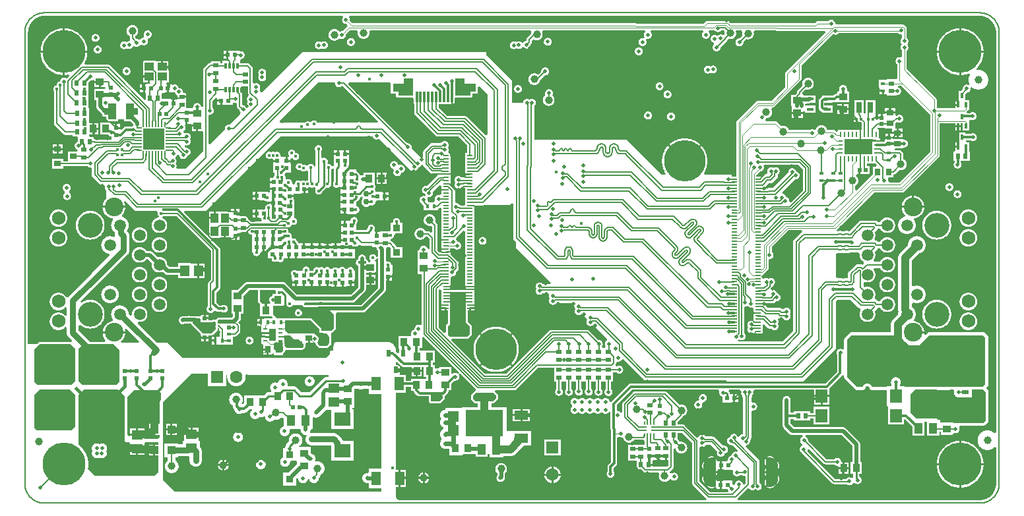
<source format=gbl>
G04*
G04 #@! TF.GenerationSoftware,Altium Limited,Altium Designer,23.6.0 (18)*
G04*
G04 Layer_Physical_Order=6*
G04 Layer_Color=16711680*
%FSLAX44Y44*%
%MOMM*%
G71*
G04*
G04 #@! TF.SameCoordinates,C53CA9BA-8A6A-41CA-B2AF-7701FEAABFA0*
G04*
G04*
G04 #@! TF.FilePolarity,Positive*
G04*
G01*
G75*
%ADD10C,0.2500*%
%ADD11C,0.2000*%
%ADD15C,0.6000*%
%ADD16C,0.2540*%
%ADD17C,0.2032*%
%ADD18C,0.1270*%
%ADD19C,0.1500*%
%ADD22R,0.5500X0.6500*%
%ADD24R,1.0000X0.9000*%
%ADD25R,0.6200X0.6200*%
%ADD29R,0.6200X0.6200*%
%ADD30R,0.6500X0.5500*%
%ADD32R,0.5200X0.5200*%
%ADD35R,0.5500X0.4500*%
%ADD36R,0.7000X0.9000*%
%ADD37R,0.5200X0.5200*%
%ADD46R,0.4500X0.5500*%
G04:AMPARAMS|DCode=54|XSize=0.4mm|YSize=0.565mm|CornerRadius=0.05mm|HoleSize=0mm|Usage=FLASHONLY|Rotation=270.000|XOffset=0mm|YOffset=0mm|HoleType=Round|Shape=RoundedRectangle|*
%AMROUNDEDRECTD54*
21,1,0.4000,0.4650,0,0,270.0*
21,1,0.3000,0.5650,0,0,270.0*
1,1,0.1000,-0.2325,-0.1500*
1,1,0.1000,-0.2325,0.1500*
1,1,0.1000,0.2325,0.1500*
1,1,0.1000,0.2325,-0.1500*
%
%ADD54ROUNDEDRECTD54*%
%ADD55R,0.9000X1.0000*%
%ADD56R,1.4500X1.1500*%
%ADD64R,1.5200X1.7800*%
%ADD67R,1.2000X1.0000*%
G04:AMPARAMS|DCode=69|XSize=0.2mm|YSize=0.565mm|CornerRadius=0.05mm|HoleSize=0mm|Usage=FLASHONLY|Rotation=270.000|XOffset=0mm|YOffset=0mm|HoleType=Round|Shape=RoundedRectangle|*
%AMROUNDEDRECTD69*
21,1,0.2000,0.4650,0,0,270.0*
21,1,0.1000,0.5650,0,0,270.0*
1,1,0.1000,-0.2325,-0.0500*
1,1,0.1000,-0.2325,0.0500*
1,1,0.1000,0.2325,0.0500*
1,1,0.1000,0.2325,-0.0500*
%
%ADD69ROUNDEDRECTD69*%
%ADD70R,1.0500X1.4000*%
%ADD74R,1.2000X1.2000*%
%ADD157C,0.1200*%
%ADD158C,0.1524*%
%ADD159C,0.1520*%
%ADD160C,0.7500*%
%ADD165C,1.0000*%
%ADD168C,0.1016*%
%ADD169C,1.0000*%
%ADD170C,0.5000*%
%ADD171C,0.3000*%
%ADD172C,0.8000*%
%ADD173C,0.4000*%
%ADD175C,0.1300*%
%ADD176C,0.7620*%
%ADD177C,0.5080*%
%ADD179C,5.5000*%
%ADD180C,2.4000*%
%ADD182C,1.6000*%
G04:AMPARAMS|DCode=183|XSize=1.6mm|YSize=0.9mm|CornerRadius=0mm|HoleSize=0mm|Usage=FLASHONLY|Rotation=135.000|XOffset=0mm|YOffset=0mm|HoleType=Round|Shape=Round|*
%AMOVALD183*
21,1,0.7000,0.9000,0.0000,0.0000,135.0*
1,1,0.9000,0.2475,-0.2475*
1,1,0.9000,-0.2475,0.2475*
%
%ADD183OVALD183*%

%ADD184O,1.0000X0.7000*%
G04:AMPARAMS|DCode=185|XSize=1.6mm|YSize=0.9mm|CornerRadius=0mm|HoleSize=0mm|Usage=FLASHONLY|Rotation=225.000|XOffset=0mm|YOffset=0mm|HoleType=Round|Shape=Round|*
%AMOVALD185*
21,1,0.7000,0.9000,0.0000,0.0000,225.0*
1,1,0.9000,0.2475,0.2475*
1,1,0.9000,-0.2475,-0.2475*
%
%ADD185OVALD185*%

%ADD186R,1.6000X1.6000*%
%ADD187R,1.6000X1.6000*%
%ADD188C,3.2000*%
%ADD189C,1.7500*%
%ADD190C,1.5000*%
%ADD191C,0.4064*%
%ADD192C,0.5080*%
%ADD193C,0.5000*%
%ADD197R,0.5600X0.5200*%
%ADD198R,0.6153X0.5725*%
%ADD199R,0.5725X0.6153*%
%ADD200R,0.5500X0.5500*%
%ADD201R,0.5500X0.5500*%
%ADD202R,0.9200X0.9800*%
%ADD203R,0.9500X0.6000*%
%ADD204R,1.0000X1.2000*%
%ADD205R,0.9000X0.7000*%
%ADD206R,0.5000X0.2800*%
%ADD207R,0.9000X1.6000*%
%ADD208R,2.0000X0.8000*%
%ADD209C,0.2000*%
%ADD210R,0.7000X0.1800*%
%ADD211R,1.1500X1.4500*%
%ADD212R,1.8000X1.1500*%
%ADD213R,0.3600X0.3200*%
%ADD214R,0.3000X0.7100*%
%ADD215R,0.5750X0.2500*%
%ADD216R,0.2500X0.6750*%
%ADD217R,0.3050X1.4050*%
G04:AMPARAMS|DCode=218|XSize=0.2mm|YSize=0.5mm|CornerRadius=0.05mm|HoleSize=0mm|Usage=FLASHONLY|Rotation=180.000|XOffset=0mm|YOffset=0mm|HoleType=Round|Shape=RoundedRectangle|*
%AMROUNDEDRECTD218*
21,1,0.2000,0.4000,0,0,180.0*
21,1,0.1000,0.5000,0,0,180.0*
1,1,0.1000,-0.0500,0.2000*
1,1,0.1000,0.0500,0.2000*
1,1,0.1000,0.0500,-0.2000*
1,1,0.1000,-0.0500,-0.2000*
%
%ADD218ROUNDEDRECTD218*%
%ADD219R,0.3000X0.8000*%
%ADD220R,2.7000X2.7000*%
%ADD221R,0.9000X0.8000*%
G04:AMPARAMS|DCode=222|XSize=0.55mm|YSize=0.8mm|CornerRadius=0.0495mm|HoleSize=0mm|Usage=FLASHONLY|Rotation=180.000|XOffset=0mm|YOffset=0mm|HoleType=Round|Shape=RoundedRectangle|*
%AMROUNDEDRECTD222*
21,1,0.5500,0.7010,0,0,180.0*
21,1,0.4510,0.8000,0,0,180.0*
1,1,0.0990,-0.2255,0.3505*
1,1,0.0990,0.2255,0.3505*
1,1,0.0990,0.2255,-0.3505*
1,1,0.0990,-0.2255,-0.3505*
%
%ADD222ROUNDEDRECTD222*%
%ADD223R,1.1500X1.8000*%
%ADD224R,0.9000X0.4000*%
%ADD225R,0.9500X0.9000*%
%ADD226R,1.4000X1.3900*%
%ADD227R,4.8600X3.3600*%
%ADD228O,0.7000X0.2000*%
%ADD229O,0.2000X0.7000*%
%ADD230R,1.0000X1.0000*%
%ADD231R,1.0000X2.0000*%
G04:AMPARAMS|DCode=232|XSize=0.2mm|YSize=0.7mm|CornerRadius=0.05mm|HoleSize=0mm|Usage=FLASHONLY|Rotation=270.000|XOffset=0mm|YOffset=0mm|HoleType=Round|Shape=RoundedRectangle|*
%AMROUNDEDRECTD232*
21,1,0.2000,0.6000,0,0,270.0*
21,1,0.1000,0.7000,0,0,270.0*
1,1,0.1000,-0.3000,-0.0500*
1,1,0.1000,-0.3000,0.0500*
1,1,0.1000,0.3000,0.0500*
1,1,0.1000,0.3000,-0.0500*
%
%ADD232ROUNDEDRECTD232*%
%ADD233R,1.0000X1.0000*%
%ADD234R,0.7500X1.4000*%
%ADD235R,2.1590X1.7780*%
%ADD236C,0.1297*%
%ADD237R,1.2500X2.3000*%
%ADD238R,2.6500X1.1000*%
%ADD239R,1.9500X1.6000*%
%ADD240C,5.3000*%
G36*
X407373Y626115D02*
X407714Y625682D01*
X408171Y624250D01*
X408186Y624115D01*
X407850Y623694D01*
X407547Y623211D01*
X407299Y622697D01*
X407111Y622159D01*
X406984Y621602D01*
X406920Y621035D01*
Y620465D01*
X406984Y619898D01*
X407111Y619342D01*
X407299Y618803D01*
X407547Y618289D01*
X407850Y617806D01*
X408206Y617360D01*
X408610Y616956D01*
X409056Y616600D01*
X409539Y616297D01*
X410053Y616049D01*
X410592Y615861D01*
X411148Y615734D01*
X411715Y615670D01*
X412285D01*
X412709Y615718D01*
X413376Y615050D01*
X413546Y614651D01*
X413806Y612880D01*
X407209Y606282D01*
X406785Y606330D01*
X406215D01*
X405648Y606266D01*
X405092Y606139D01*
X404553Y605951D01*
X404039Y605703D01*
X403791Y605547D01*
X403475Y605631D01*
X403064Y606247D01*
X402593Y606820D01*
X402070Y607343D01*
X401497Y607813D01*
X400881Y608225D01*
X400228Y608574D01*
X399543Y608858D01*
X398834Y609073D01*
X398108Y609217D01*
X397370Y609290D01*
X396630D01*
X395892Y609217D01*
X395166Y609073D01*
X394457Y608858D01*
X393772Y608574D01*
X393119Y608225D01*
X392503Y607813D01*
X391930Y607343D01*
X391407Y606820D01*
X390937Y606247D01*
X390525Y605631D01*
X390176Y604978D01*
X389892Y604293D01*
X389677Y603584D01*
X389533Y602858D01*
X389460Y602120D01*
Y601380D01*
X389533Y600642D01*
X389677Y599916D01*
X389892Y599207D01*
X390176Y598522D01*
X390525Y597869D01*
X390937Y597253D01*
X391407Y596680D01*
X391930Y596157D01*
X392503Y595686D01*
X393119Y595275D01*
X393772Y594926D01*
X394457Y594642D01*
X395166Y594427D01*
X395892Y594283D01*
X396630Y594210D01*
X397370D01*
X398108Y594283D01*
X398834Y594427D01*
X399543Y594642D01*
X400228Y594926D01*
X400881Y595275D01*
X401497Y595686D01*
X402070Y596157D01*
X402593Y596680D01*
X403064Y597253D01*
X403315Y597292D01*
X403556Y597100D01*
X404039Y596797D01*
X404553Y596549D01*
X405092Y596361D01*
X405648Y596234D01*
X406215Y596170D01*
X406785D01*
X407352Y596234D01*
X407909Y596361D01*
X408447Y596549D01*
X408961Y596797D01*
X409444Y597100D01*
X409890Y597456D01*
X410294Y597860D01*
X410650Y598306D01*
X410953Y598789D01*
X411201Y599303D01*
X411389Y599841D01*
X411516Y600398D01*
X411580Y600965D01*
Y601535D01*
X411532Y601959D01*
X417234Y607661D01*
X425690D01*
X426108Y607387D01*
X427108Y605935D01*
X427143Y605661D01*
X427033Y605108D01*
X426960Y604370D01*
Y603630D01*
X427033Y602892D01*
X427177Y602166D01*
X427392Y601457D01*
X427676Y600772D01*
X428025Y600119D01*
X428437Y599503D01*
X428907Y598930D01*
X429430Y598406D01*
X430003Y597937D01*
X430619Y597525D01*
X431272Y597176D01*
X431957Y596892D01*
X432666Y596677D01*
X433392Y596533D01*
X434130Y596460D01*
X434870D01*
X435608Y596533D01*
X436334Y596677D01*
X437043Y596892D01*
X437728Y597176D01*
X438381Y597525D01*
X438997Y597937D01*
X439570Y598406D01*
X440093Y598930D01*
X440564Y599503D01*
X440975Y600119D01*
X441324Y600772D01*
X441608Y601457D01*
X441823Y602166D01*
X441967Y602892D01*
X442040Y603630D01*
Y604370D01*
X441967Y605108D01*
X441857Y605661D01*
X441893Y605935D01*
X442892Y607387D01*
X443310Y607661D01*
X648892D01*
X649490Y606999D01*
X650023Y605661D01*
X649926Y605478D01*
X649642Y604793D01*
X649427Y604084D01*
X649283Y603358D01*
X649210Y602620D01*
Y602609D01*
X644497Y597896D01*
X644191Y597547D01*
X643933Y597161D01*
X643728Y596745D01*
X643578Y596306D01*
X643488Y595851D01*
X643458Y595388D01*
Y594237D01*
X643110Y594198D01*
X642553Y594071D01*
X642015Y593883D01*
X641501Y593635D01*
X641018Y593332D01*
X640571Y592976D01*
X640168Y592572D01*
X639812Y592126D01*
X639752Y592030D01*
X638767Y591707D01*
X638761Y591707D01*
X637486Y591816D01*
X637437Y591835D01*
X637033Y592238D01*
X636587Y592594D01*
X636104Y592897D01*
X635590Y593145D01*
X635051Y593334D01*
X634495Y593460D01*
X633928Y593524D01*
X633358D01*
X632790Y593460D01*
X632234Y593334D01*
X631696Y593145D01*
X631182Y592897D01*
X630699Y592594D01*
X630371Y592332D01*
X630154Y592505D01*
X629671Y592809D01*
X629156Y593056D01*
X628618Y593245D01*
X628062Y593372D01*
X627495Y593436D01*
X626924D01*
X626357Y593372D01*
X625801Y593245D01*
X625262Y593056D01*
X624748Y592809D01*
X624265Y592505D01*
X623819Y592150D01*
X623416Y591746D01*
X623060Y591300D01*
X622756Y590817D01*
X622509Y590303D01*
X622320Y589764D01*
X622193Y589208D01*
X622129Y588641D01*
Y588070D01*
X622193Y587504D01*
X622320Y586947D01*
X622509Y586409D01*
X622756Y585895D01*
X623060Y585411D01*
X623416Y584966D01*
X623819Y584562D01*
X624265Y584206D01*
X624748Y583903D01*
X625262Y583655D01*
X625801Y583467D01*
X626357Y583340D01*
X626924Y583276D01*
X627495D01*
X628062Y583340D01*
X628618Y583467D01*
X629156Y583655D01*
X629671Y583903D01*
X630154Y584206D01*
X630482Y584468D01*
X630699Y584295D01*
X631182Y583991D01*
X631696Y583744D01*
X632234Y583555D01*
X632790Y583428D01*
X633358Y583364D01*
X633928D01*
X634495Y583428D01*
X635051Y583555D01*
X635590Y583744D01*
X636104Y583991D01*
X636587Y584295D01*
X637033Y584650D01*
X637437Y585054D01*
X637792Y585500D01*
X637853Y585597D01*
X638838Y585919D01*
X638843Y585919D01*
X640119Y585811D01*
X640168Y585792D01*
X640571Y585388D01*
X641018Y585032D01*
X641501Y584729D01*
X642015Y584481D01*
X642553Y584293D01*
X643110Y584166D01*
X643677Y584102D01*
X644247D01*
X644814Y584166D01*
X645370Y584293D01*
X645909Y584481D01*
X646423Y584729D01*
X646906Y585032D01*
X647352Y585388D01*
X647756Y585792D01*
X648111Y586238D01*
X648415Y586721D01*
X648662Y587235D01*
X648851Y587774D01*
X648978Y588330D01*
X649042Y588897D01*
Y589296D01*
X649514Y589768D01*
X649820Y590117D01*
X650078Y590502D01*
X650283Y590919D01*
X650432Y591358D01*
X650523Y591813D01*
X650553Y592276D01*
Y593918D01*
X652594Y595959D01*
X652869Y595775D01*
X653522Y595426D01*
X654207Y595142D01*
X654916Y594927D01*
X655642Y594783D01*
X656380Y594710D01*
X657120D01*
X657858Y594783D01*
X658584Y594927D01*
X659293Y595142D01*
X659978Y595426D01*
X660631Y595775D01*
X661247Y596186D01*
X661820Y596656D01*
X662344Y597180D01*
X662813Y597753D01*
X663225Y598369D01*
X663574Y599022D01*
X663858Y599707D01*
X664073Y600416D01*
X664217Y601142D01*
X664290Y601880D01*
Y602620D01*
X664217Y603358D01*
X664073Y604084D01*
X663858Y604793D01*
X663574Y605478D01*
X663476Y605661D01*
X664010Y606999D01*
X664608Y607661D01*
X795289D01*
X795746Y606885D01*
X795958Y605661D01*
X795860Y605582D01*
X795456Y605178D01*
X795100Y604732D01*
X794797Y604249D01*
X794549Y603735D01*
X794361Y603196D01*
X794234Y602640D01*
X794170Y602073D01*
Y601503D01*
X794234Y600936D01*
X794361Y600379D01*
X794549Y599841D01*
X794797Y599327D01*
X794901Y599161D01*
X794352Y598054D01*
X793656Y597447D01*
X793352Y597516D01*
X792785Y597580D01*
X792215D01*
X791648Y597516D01*
X791092Y597389D01*
X790553Y597201D01*
X790039Y596953D01*
X789556Y596650D01*
X789110Y596294D01*
X788706Y595890D01*
X788350Y595444D01*
X788047Y594961D01*
X787799Y594447D01*
X787611Y593909D01*
X787484Y593352D01*
X787420Y592785D01*
Y592215D01*
X787484Y591648D01*
X787611Y591091D01*
X787799Y590553D01*
X788047Y590039D01*
X788350Y589556D01*
X788706Y589110D01*
X789110Y588706D01*
X789556Y588350D01*
X790039Y588047D01*
X790553Y587799D01*
X791092Y587611D01*
X791648Y587484D01*
X792215Y587420D01*
X792785D01*
X793352Y587484D01*
X793908Y587611D01*
X794447Y587799D01*
X794961Y588047D01*
X795444Y588350D01*
X795890Y588706D01*
X796294Y589110D01*
X796650Y589556D01*
X796953Y590039D01*
X797201Y590553D01*
X797389Y591091D01*
X797516Y591648D01*
X797580Y592215D01*
Y592785D01*
X797516Y593352D01*
X797389Y593909D01*
X797201Y594447D01*
X796953Y594961D01*
X796849Y595127D01*
X797398Y596234D01*
X798094Y596841D01*
X798398Y596772D01*
X798965Y596708D01*
X799535D01*
X800102Y596772D01*
X800658Y596899D01*
X801197Y597087D01*
X801711Y597335D01*
X802194Y597638D01*
X802640Y597994D01*
X803044Y598398D01*
X803400Y598844D01*
X803703Y599327D01*
X803951Y599841D01*
X804139Y600379D01*
X804266Y600936D01*
X804330Y601503D01*
Y602073D01*
X804266Y602640D01*
X804139Y603196D01*
X803951Y603735D01*
X803703Y604249D01*
X803400Y604732D01*
X803044Y605178D01*
X802640Y605582D01*
X802542Y605661D01*
X802754Y606885D01*
X803211Y607661D01*
X869807D01*
X870264Y606885D01*
X870476Y605661D01*
X870378Y605582D01*
X869974Y605178D01*
X869619Y604732D01*
X869315Y604249D01*
X869067Y603735D01*
X868879Y603196D01*
X868752Y602640D01*
X868688Y602073D01*
Y601503D01*
X868752Y600936D01*
X868879Y600379D01*
X869067Y599841D01*
X869315Y599327D01*
X869619Y598844D01*
X869974Y598398D01*
X870378Y597994D01*
X870824Y597638D01*
X871307Y597335D01*
X871821Y597087D01*
X872359Y596899D01*
X872916Y596772D01*
X873483Y596708D01*
X874053D01*
X874620Y596772D01*
X875177Y596899D01*
X875715Y597087D01*
X876229Y597335D01*
X876712Y597638D01*
X877158Y597994D01*
X877562Y598398D01*
X877918Y598844D01*
X878221Y599327D01*
X878469Y599841D01*
X878657Y600379D01*
X878784Y600936D01*
X878848Y601503D01*
Y602073D01*
X878784Y602640D01*
X878657Y603196D01*
X878469Y603735D01*
X878221Y604249D01*
X877918Y604732D01*
X877562Y605178D01*
X877158Y605582D01*
X877060Y605661D01*
X877272Y606885D01*
X877729Y607661D01*
X883766D01*
X884244Y607698D01*
X884711Y607810D01*
X884896Y607887D01*
X885164Y607460D01*
X885520Y607014D01*
X885923Y606610D01*
X886369Y606254D01*
X886853Y605951D01*
X887367Y605703D01*
X887905Y605515D01*
X888461Y605388D01*
X889028Y605324D01*
X889599D01*
X890166Y605388D01*
X890722Y605515D01*
X891261Y605703D01*
X891775Y605951D01*
X892258Y606254D01*
X892704Y606610D01*
X893108Y607014D01*
X893300Y607255D01*
X896337D01*
X897687Y605615D01*
X897677Y605584D01*
X897533Y604858D01*
X897460Y604120D01*
Y603380D01*
X897533Y602642D01*
X897574Y602433D01*
X896979Y601833D01*
X896545Y601574D01*
X895764Y601339D01*
X895723Y601371D01*
X895240Y601675D01*
X894725Y601922D01*
X894187Y602111D01*
X893631Y602238D01*
X893064Y602301D01*
X892493D01*
X891926Y602238D01*
X891370Y602111D01*
X890831Y601922D01*
X890317Y601675D01*
X889834Y601371D01*
X889388Y601015D01*
X888985Y600612D01*
X888423Y600311D01*
X887944Y600650D01*
X887461Y600953D01*
X886947Y601201D01*
X886408Y601389D01*
X885852Y601516D01*
X885285Y601580D01*
X884715D01*
X884148Y601516D01*
X883592Y601389D01*
X883053Y601201D01*
X882539Y600953D01*
X882056Y600650D01*
X881610Y600294D01*
X881206Y599890D01*
X880850Y599444D01*
X880547Y598961D01*
X880299Y598447D01*
X880111Y597909D01*
X879984Y597352D01*
X879920Y596785D01*
Y596215D01*
X879984Y595648D01*
X880111Y595092D01*
X880299Y594553D01*
X880547Y594039D01*
X880850Y593556D01*
X881206Y593110D01*
X881610Y592706D01*
X882056Y592350D01*
X882539Y592047D01*
X883053Y591799D01*
X883592Y591611D01*
X883831Y591556D01*
X884261Y590538D01*
X884309Y589453D01*
X884110Y589294D01*
X883706Y588890D01*
X883351Y588444D01*
X883047Y587961D01*
X882799Y587447D01*
X882611Y586908D01*
X882484Y586352D01*
X882420Y585785D01*
Y585215D01*
X882484Y584648D01*
X882611Y584091D01*
X882799Y583553D01*
X883047Y583039D01*
X883351Y582556D01*
X883706Y582110D01*
X884110Y581706D01*
X884556Y581350D01*
X885039Y581047D01*
X885553Y580799D01*
X886092Y580611D01*
X886648Y580484D01*
X887215Y580420D01*
X887785D01*
X888352Y580484D01*
X888909Y580611D01*
X889447Y580799D01*
X889961Y581047D01*
X890444Y581350D01*
X890890Y581706D01*
X891294Y582110D01*
X891650Y582556D01*
X891953Y583039D01*
X892201Y583553D01*
X892389Y584091D01*
X892516Y584648D01*
X892580Y585215D01*
Y585563D01*
X900759Y593741D01*
X901065Y594090D01*
X901322Y594476D01*
X901528Y594892D01*
X901677Y595332D01*
X903390Y596382D01*
X903892Y596283D01*
X904630Y596210D01*
X905370D01*
X906108Y596283D01*
X906834Y596427D01*
X907543Y596642D01*
X908228Y596926D01*
X908881Y597275D01*
X909497Y597687D01*
X910070Y598157D01*
X910593Y598680D01*
X911064Y599253D01*
X911475Y599869D01*
X911824Y600522D01*
X912108Y601207D01*
X912323Y601916D01*
X912467Y602642D01*
X912540Y603380D01*
Y604120D01*
X912467Y604858D01*
X912323Y605584D01*
X912290Y605693D01*
X913048Y607123D01*
X913693Y607693D01*
X919174D01*
X919364Y607588D01*
X920027Y606787D01*
X920536Y605693D01*
X920427Y605334D01*
X920283Y604608D01*
X920210Y603870D01*
Y603130D01*
X920283Y602392D01*
X920427Y601666D01*
X920642Y600957D01*
X920682Y600862D01*
X916900Y597080D01*
X916465D01*
X915898Y597016D01*
X915341Y596889D01*
X914803Y596701D01*
X914289Y596453D01*
X913806Y596150D01*
X913360Y595794D01*
X912956Y595390D01*
X912600Y594944D01*
X912297Y594461D01*
X912049Y593947D01*
X911861Y593409D01*
X911734Y592852D01*
X911670Y592285D01*
Y591715D01*
X911734Y591148D01*
X911861Y590592D01*
X912049Y590053D01*
X912297Y589539D01*
X912600Y589056D01*
X912956Y588610D01*
X913360Y588206D01*
X913806Y587850D01*
X914289Y587547D01*
X914803Y587299D01*
X915341Y587111D01*
X915898Y586984D01*
X916465Y586920D01*
X917035D01*
X917602Y586984D01*
X918158Y587111D01*
X918697Y587299D01*
X919211Y587547D01*
X919694Y587850D01*
X920140Y588206D01*
X920544Y588610D01*
X920900Y589056D01*
X921203Y589539D01*
X921451Y590053D01*
X921639Y590592D01*
X921766Y591148D01*
X921830Y591715D01*
Y592285D01*
X921793Y592613D01*
X925487Y596307D01*
X925916Y596177D01*
X926642Y596033D01*
X927380Y595960D01*
X928120D01*
X928858Y596033D01*
X929584Y596177D01*
X930293Y596392D01*
X930978Y596676D01*
X931631Y597025D01*
X932247Y597436D01*
X932820Y597906D01*
X933344Y598430D01*
X933813Y599003D01*
X934225Y599619D01*
X934574Y600272D01*
X934858Y600957D01*
X935073Y601666D01*
X935217Y602392D01*
X935290Y603130D01*
Y603870D01*
X935217Y604608D01*
X935073Y605334D01*
X934964Y605693D01*
X935473Y606787D01*
X936136Y607588D01*
X936326Y607693D01*
X963234D01*
X963429Y607497D01*
X963794Y607186D01*
X964203Y606935D01*
X964386Y606859D01*
X964646Y606752D01*
X965113Y606640D01*
X965591Y606602D01*
X1026346D01*
X1027112Y604754D01*
X987179Y564821D01*
X986867Y564456D01*
X986832Y564399D01*
X976215Y553782D01*
X975904Y553417D01*
X975653Y553008D01*
X975470Y552565D01*
X975358Y552099D01*
X975320Y551620D01*
Y534267D01*
X957769Y516717D01*
X940341D01*
X939863Y516679D01*
X939396Y516567D01*
X938953Y516384D01*
X938544Y516133D01*
X938179Y515821D01*
X913909Y491551D01*
X913597Y491186D01*
X913347Y490778D01*
X913163Y490334D01*
X913051Y489868D01*
X913014Y489389D01*
Y419400D01*
X906750D01*
Y422000D01*
X872146D01*
X871060Y424000D01*
X871269Y424322D01*
X872030Y425639D01*
X872720Y426994D01*
X873339Y428383D01*
X873884Y429803D01*
X874354Y431249D01*
X874747Y432719D01*
X875063Y434206D01*
X875301Y435708D01*
X875460Y437221D01*
X875540Y438740D01*
Y440261D01*
X875460Y441779D01*
X875301Y443292D01*
X875063Y444794D01*
X874747Y446282D01*
X874354Y447751D01*
X873884Y449197D01*
X873339Y450617D01*
X872720Y452006D01*
X872030Y453362D01*
X871269Y454679D01*
X870441Y455954D01*
X869547Y457184D01*
X868590Y458367D01*
X867914Y459118D01*
X847398Y438602D01*
X846500Y439500D01*
X845602Y438602D01*
X825087Y459118D01*
X824410Y458367D01*
X823453Y457184D01*
X822559Y455954D01*
X821731Y454679D01*
X820970Y453362D01*
X820280Y452006D01*
X819661Y450617D01*
X819116Y449197D01*
X818646Y447751D01*
X818253Y446282D01*
X817936Y444794D01*
X817699Y443292D01*
X817540Y441779D01*
X817460Y440261D01*
Y438740D01*
X817540Y437221D01*
X817699Y435708D01*
X817936Y434206D01*
X818253Y432719D01*
X818646Y431249D01*
X819116Y429803D01*
X819661Y428383D01*
X820280Y426994D01*
X820970Y425639D01*
X821731Y424322D01*
X821940Y424000D01*
X820854Y422000D01*
X817500D01*
X772500Y467000D01*
X653364D01*
Y475500D01*
Y507500D01*
Y510398D01*
X653751Y510706D01*
X654154Y511110D01*
X654510Y511556D01*
X654813Y512039D01*
X655061Y512553D01*
X655249Y513092D01*
X655376Y513648D01*
X655440Y514215D01*
Y514785D01*
X655376Y515352D01*
X655249Y515909D01*
X655061Y516447D01*
X654813Y516961D01*
X654510Y517444D01*
X654154Y517890D01*
X653751Y518294D01*
X653304Y518650D01*
X652821Y518953D01*
X652307Y519201D01*
X651769Y519389D01*
X651212Y519516D01*
X650645Y519580D01*
X650075D01*
X649508Y519516D01*
X648952Y519389D01*
X648413Y519201D01*
X647899Y518953D01*
X647416Y518650D01*
X647376Y518618D01*
X647335Y518650D01*
X646852Y518953D01*
X646338Y519201D01*
X645800Y519389D01*
X645243Y519516D01*
X644676Y519580D01*
X644106D01*
X643539Y519516D01*
X642983Y519389D01*
X642444Y519201D01*
X641930Y518953D01*
X641447Y518650D01*
X641001Y518294D01*
X640597Y517890D01*
X640242Y517444D01*
X639938Y516961D01*
X639690Y516447D01*
X639502Y515909D01*
X639375Y515352D01*
X639311Y514785D01*
Y514215D01*
X639119Y514000D01*
X625250D01*
Y543000D01*
X592000Y576250D01*
Y579500D01*
X355500D01*
X303795Y527795D01*
X302874Y527993D01*
X301830Y528658D01*
Y528787D01*
X301766Y529354D01*
X301639Y529910D01*
X301451Y530449D01*
X301203Y530963D01*
X300900Y531446D01*
X300868Y531486D01*
X300900Y531526D01*
X301203Y532009D01*
X301451Y532523D01*
X301639Y533062D01*
X301766Y533618D01*
X301830Y534185D01*
Y534756D01*
X301766Y535323D01*
X301639Y535879D01*
X301451Y536418D01*
X301203Y536932D01*
X300900Y537415D01*
X300544Y537861D01*
X300140Y538264D01*
X299694Y538620D01*
X299211Y538924D01*
X298697Y539171D01*
X298158Y539360D01*
X297602Y539487D01*
X297035Y539551D01*
X296465D01*
X295898Y539487D01*
X295341Y539360D01*
X294803Y539171D01*
X294559Y539054D01*
X293539Y539414D01*
X292772Y539917D01*
X292559Y540184D01*
Y557995D01*
X292531Y558428D01*
X292446Y558852D01*
X292307Y559262D01*
X292116Y559650D01*
X291875Y560010D01*
X291590Y560335D01*
X287585Y564340D01*
X287260Y564625D01*
X286900Y564866D01*
X286512Y565057D01*
X286102Y565196D01*
X285678Y565281D01*
X285245Y565309D01*
X276540D01*
Y568540D01*
X276540D01*
X276559Y569109D01*
X277590Y570681D01*
X278146Y570808D01*
X278685Y570997D01*
X279199Y571245D01*
X279682Y571548D01*
X280128Y571904D01*
X280532Y572307D01*
X280888Y572753D01*
X281191Y573237D01*
X281439Y573751D01*
X281627Y574289D01*
X281754Y574845D01*
X281818Y575412D01*
Y575983D01*
X281754Y576550D01*
X281627Y577106D01*
X281439Y577645D01*
X281191Y578159D01*
X280888Y578642D01*
X280532Y579088D01*
X280128Y579492D01*
X279682Y579847D01*
X279199Y580151D01*
X278685Y580398D01*
X278146Y580587D01*
X277590Y580714D01*
X277023Y580778D01*
X276453D01*
X274640Y581390D01*
Y581390D01*
X263360D01*
Y580850D01*
X261270D01*
Y575750D01*
Y570542D01*
X261353Y570489D01*
X261724Y569976D01*
X261596Y568556D01*
X261456Y568540D01*
X253460D01*
Y565309D01*
X250887D01*
Y567712D01*
X239307D01*
Y565731D01*
X237929D01*
X237497Y565703D01*
X237073Y565618D01*
X236663Y565479D01*
X236275Y565288D01*
X235915Y565047D01*
X235590Y564762D01*
X229540Y558712D01*
X229254Y558386D01*
X229014Y558027D01*
X228822Y557638D01*
X228683Y557228D01*
X228599Y556804D01*
X228570Y556372D01*
Y509777D01*
X228569Y509681D01*
X227990Y509322D01*
X227892Y509318D01*
X227151Y509509D01*
X225836Y510339D01*
X225828Y510373D01*
X225640Y510912D01*
X225392Y511426D01*
X225089Y511909D01*
X224733Y512355D01*
X224330Y512758D01*
X223884Y513114D01*
X223400Y513418D01*
X222886Y513665D01*
X222348Y513854D01*
X221792Y513981D01*
X221225Y514044D01*
X220654D01*
X220087Y513981D01*
X219531Y513854D01*
X218992Y513665D01*
X218478Y513418D01*
X217995Y513114D01*
X217549Y512758D01*
X217146Y512355D01*
X216790Y511909D01*
X216486Y511426D01*
X216239Y510912D01*
X216050Y510373D01*
X215923Y509817D01*
X215859Y509250D01*
Y508679D01*
X213990Y507790D01*
X213460D01*
X213140Y507140D01*
X207040D01*
Y517290D01*
X206500D01*
Y520730D01*
X201250D01*
Y523270D01*
X206500D01*
Y526750D01*
X204645D01*
X204325Y526867D01*
X202816Y528011D01*
Y528582D01*
X202752Y529148D01*
X202625Y529705D01*
X202437Y530243D01*
X202189Y530757D01*
X201886Y531241D01*
X201530Y531687D01*
X201126Y532090D01*
X200680Y532446D01*
X200197Y532749D01*
X199683Y532997D01*
X199145Y533185D01*
X198588Y533312D01*
X198021Y533376D01*
X197451D01*
X197294Y533358D01*
X197266Y533602D01*
X197139Y534159D01*
X196951Y534697D01*
X196703Y535211D01*
X196400Y535694D01*
X196044Y536140D01*
X195640Y536544D01*
X195194Y536900D01*
X194711Y537203D01*
X194197Y537451D01*
X193659Y537639D01*
X193102Y537766D01*
X192535Y537830D01*
X191965D01*
X191398Y537766D01*
X190842Y537639D01*
X190303Y537451D01*
X190266Y537433D01*
X188266Y537948D01*
Y537948D01*
X184436D01*
Y532848D01*
Y527748D01*
X188266D01*
Y527748D01*
X190266Y528067D01*
X190303Y528049D01*
X190842Y527861D01*
X191398Y527734D01*
X191965Y527670D01*
X192535D01*
X192693Y527688D01*
X192720Y527444D01*
X192847Y526888D01*
X193035Y526349D01*
X193283Y525835D01*
X193587Y525352D01*
X193942Y524906D01*
X194346Y524502D01*
X194792Y524147D01*
X195275Y523843D01*
X195789Y523596D01*
X196000Y523522D01*
Y520331D01*
X195350Y518600D01*
X191520D01*
Y513500D01*
X188980D01*
Y518600D01*
X186890D01*
Y519140D01*
X175790D01*
Y526290D01*
X177410Y527208D01*
X179806D01*
Y527748D01*
X181896D01*
Y532848D01*
Y537948D01*
X181697D01*
X181419Y538308D01*
X182402Y540308D01*
X184706D01*
Y555388D01*
X184166D01*
Y559578D01*
X176166D01*
Y560848D01*
X174896D01*
Y567848D01*
X168166D01*
X167706Y568388D01*
Y568388D01*
X150626D01*
Y553308D01*
X151166D01*
Y549118D01*
X159166D01*
Y547848D01*
X160436D01*
Y540298D01*
X161211Y538848D01*
X160971Y538488D01*
X156026D01*
Y537948D01*
X153936D01*
Y532848D01*
Y527710D01*
X155210Y526290D01*
Y518801D01*
X153362Y518036D01*
X109158Y562240D01*
X108809Y562546D01*
X108424Y562804D01*
X108007Y563009D01*
X107568Y563158D01*
X107113Y563249D01*
X106650Y563279D01*
X77332D01*
X76273Y564984D01*
X76193Y565279D01*
X76841Y566490D01*
X77471Y567823D01*
X78035Y569185D01*
X78532Y570574D01*
X78960Y571986D01*
X79319Y573416D01*
X79607Y574863D01*
X79823Y576322D01*
X79968Y577789D01*
X80014Y578730D01*
X51270D01*
Y549986D01*
X52210Y550032D01*
X53678Y550177D01*
X55137Y550393D01*
X55973Y550560D01*
X56958Y548716D01*
X53713Y545471D01*
X53640Y545544D01*
X53194Y545900D01*
X52711Y546203D01*
X52197Y546451D01*
X51659Y546639D01*
X51102Y546766D01*
X50535Y546830D01*
X49965D01*
X49398Y546766D01*
X48842Y546639D01*
X48303Y546451D01*
X47789Y546203D01*
X47306Y545900D01*
X46860Y545544D01*
X46456Y545140D01*
X46100Y544694D01*
X45797Y544211D01*
X45549Y543697D01*
X45361Y543158D01*
X45234Y542602D01*
X45170Y542035D01*
Y541787D01*
X44978D01*
X44384Y541709D01*
X43805Y541554D01*
X43251Y541325D01*
X42732Y541025D01*
X42256Y540660D01*
X41833Y540236D01*
X41468Y539761D01*
X41168Y539242D01*
X40939Y538688D01*
X40784Y538109D01*
X40705Y537515D01*
Y536916D01*
X40556Y536745D01*
X40477D01*
X39883Y536667D01*
X39304Y536511D01*
X38751Y536282D01*
X38232Y535983D01*
X37756Y535618D01*
X37332Y535194D01*
X36967Y534718D01*
X36668Y534199D01*
X36439Y533646D01*
X36283Y533067D01*
X36205Y532472D01*
Y531873D01*
X36283Y531279D01*
X36439Y530700D01*
X36668Y530146D01*
X36967Y529627D01*
X37230Y529286D01*
Y487723D01*
X37260Y487260D01*
X37350Y486805D01*
X37500Y486365D01*
X37705Y485949D01*
X37963Y485563D01*
X38269Y485214D01*
X49241Y474241D01*
X49590Y473936D01*
X49976Y473678D01*
X50392Y473472D01*
X50832Y473323D01*
X51287Y473233D01*
X51750Y473202D01*
X61460D01*
Y470960D01*
X65991D01*
X67594Y470001D01*
Y464151D01*
X67391Y464104D01*
X66852Y463916D01*
X66338Y463668D01*
X65855Y463364D01*
X65409Y463009D01*
X65006Y462605D01*
X64650Y462159D01*
X64346Y461676D01*
X64099Y461162D01*
X63910Y460624D01*
X63783Y460067D01*
X63720Y459500D01*
Y458930D01*
X63783Y458363D01*
X63910Y457806D01*
X64099Y457268D01*
X64346Y456754D01*
X64650Y456271D01*
X65006Y455825D01*
X65409Y455421D01*
X65855Y455065D01*
X66338Y454762D01*
X66852Y454514D01*
X67115Y454422D01*
X67737Y453305D01*
X67761Y453236D01*
X67069Y452040D01*
X54960D01*
Y439309D01*
X49040D01*
Y442540D01*
X34960D01*
Y429460D01*
X49040D01*
Y432691D01*
X80625D01*
X80860Y432456D01*
X81306Y432100D01*
X81789Y431797D01*
X82303Y431549D01*
X82842Y431361D01*
X83398Y431234D01*
X83965Y431170D01*
X84535D01*
X85516Y429351D01*
Y421618D01*
X85552Y421076D01*
X85658Y420542D01*
X85833Y420027D01*
X86073Y419539D01*
X86376Y419087D01*
X86734Y418678D01*
X94807Y410605D01*
X95216Y410246D01*
X95668Y409944D01*
X96156Y409704D01*
X96671Y409529D01*
X97205Y409423D01*
X97747Y409387D01*
X100747D01*
X100954Y409287D01*
X101382Y408890D01*
X102233Y407427D01*
X102230Y407387D01*
X102170Y406857D01*
Y406287D01*
X102234Y405720D01*
X102361Y405163D01*
X102549Y404625D01*
X102797Y404111D01*
X103100Y403628D01*
X103456Y403182D01*
X103731Y402907D01*
X103732Y402885D01*
X103838Y402351D01*
X104013Y401836D01*
X104250Y401356D01*
Y391356D01*
X104178Y391294D01*
X103444Y390559D01*
X102764Y389774D01*
X102141Y388943D01*
X101580Y388069D01*
X101082Y387158D01*
X100651Y386213D01*
X100288Y385240D01*
X99995Y384243D01*
X99774Y383228D01*
X99627Y382200D01*
X99606Y381915D01*
X114093D01*
X128579D01*
X128558Y382200D01*
X128411Y383228D01*
X128190Y384243D01*
X127897Y385240D01*
X127534Y386213D01*
X127103Y387158D01*
X128827Y388173D01*
X141500Y375500D01*
X168993D01*
X169199Y375384D01*
X169665Y374876D01*
X170373Y373500D01*
X170343Y373390D01*
X170265Y372795D01*
Y372196D01*
X170343Y371602D01*
X170498Y371023D01*
X170728Y370469D01*
X171027Y369950D01*
X171392Y369475D01*
X171700Y369167D01*
X171666Y368594D01*
X171273Y367395D01*
X171084Y367097D01*
X170317Y366961D01*
X169471Y366734D01*
X168647Y366435D01*
X167852Y366064D01*
X167093Y365626D01*
X166375Y365123D01*
X165703Y364559D01*
X165083Y363939D01*
X164520Y363268D01*
X164017Y362550D01*
X163578Y361790D01*
X163208Y360996D01*
X162908Y360172D01*
X162681Y359325D01*
X162529Y358462D01*
X162453Y357588D01*
Y356712D01*
X162529Y355838D01*
X162681Y354975D01*
X162908Y354128D01*
X163208Y353304D01*
X163578Y352510D01*
X164017Y351750D01*
X164520Y351032D01*
X165083Y350361D01*
X165703Y349741D01*
X166375Y349177D01*
X167093Y348674D01*
X167852Y348236D01*
X168647Y347865D01*
X169471Y347566D01*
X170317Y347339D01*
X171181Y347186D01*
X172054Y347110D01*
X172931D01*
X173804Y347186D01*
X174668Y347339D01*
X175514Y347566D01*
X176338Y347865D01*
X177133Y348236D01*
X177892Y348674D01*
X178610Y349177D01*
X179282Y349741D01*
X179902Y350361D01*
X180465Y351032D01*
X180968Y351750D01*
X181406Y352510D01*
X181777Y353304D01*
X182077Y354128D01*
X182304Y354975D01*
X182456Y355838D01*
X182533Y356712D01*
Y357588D01*
X182456Y358462D01*
X182304Y359325D01*
X182077Y360172D01*
X181777Y360996D01*
X181406Y361790D01*
X180968Y362550D01*
X180465Y363268D01*
X179902Y363939D01*
X179282Y364559D01*
X178610Y365123D01*
X177892Y365626D01*
X177133Y366064D01*
X176802Y366218D01*
X176601Y367010D01*
X176597Y367429D01*
X176845Y368379D01*
X176863Y368386D01*
X177382Y368686D01*
X177857Y369050D01*
X194197D01*
X238550Y324697D01*
Y287325D01*
X235987Y284763D01*
X235661Y284381D01*
X235399Y283953D01*
X235207Y283489D01*
X235089Y283001D01*
X235050Y282500D01*
Y253446D01*
X234860Y253294D01*
X234456Y252890D01*
X234100Y252444D01*
X233797Y251961D01*
X233549Y251447D01*
X233361Y250909D01*
X233234Y250352D01*
X233170Y249785D01*
Y249215D01*
X233234Y248648D01*
X233361Y248092D01*
X233549Y247553D01*
X233797Y247039D01*
X234100Y246556D01*
X234456Y246110D01*
X234860Y245706D01*
X235306Y245350D01*
X235789Y245047D01*
X236303Y244799D01*
X236842Y244611D01*
X237398Y244484D01*
X237965Y244420D01*
X238535D01*
X239102Y244484D01*
X239659Y244611D01*
X240197Y244799D01*
X240711Y245047D01*
X241194Y245350D01*
X241640Y245706D01*
X242044Y246110D01*
X242400Y246556D01*
X242434Y246611D01*
X243998Y247076D01*
X244552Y247092D01*
X244876Y246999D01*
X244987Y246887D01*
X245385Y246538D01*
X245825Y246244D01*
X246300Y246010D01*
X246802Y245839D01*
X247321Y245736D01*
X247850Y245701D01*
X252179D01*
X252306Y245600D01*
X252789Y245297D01*
X253303Y245049D01*
X253841Y244861D01*
X254398Y244734D01*
X254965Y244670D01*
X255535D01*
X256102Y244734D01*
X256658Y244861D01*
X257197Y245049D01*
X257711Y245297D01*
X258194Y245600D01*
X258640Y245956D01*
X259044Y246360D01*
X259400Y246806D01*
X259703Y247289D01*
X259951Y247803D01*
X260139Y248342D01*
X260266Y248898D01*
X260330Y249465D01*
Y250035D01*
X260266Y250602D01*
X260139Y251159D01*
X259951Y251697D01*
X259703Y252211D01*
X259400Y252694D01*
X259044Y253140D01*
X258640Y253544D01*
X258194Y253900D01*
X257711Y254203D01*
X257197Y254451D01*
X256658Y254639D01*
X256102Y254766D01*
X255535Y254830D01*
X254965D01*
X254398Y254766D01*
X253841Y254639D01*
X253303Y254451D01*
X252789Y254203D01*
X252306Y253900D01*
X252179Y253799D01*
X249527D01*
X245743Y257583D01*
Y270517D01*
X249613Y274387D01*
X249962Y274785D01*
X250256Y275226D01*
X250490Y275701D01*
X250661Y276202D01*
X250764Y276721D01*
X250799Y277250D01*
Y325500D01*
X250764Y326029D01*
X250661Y326548D01*
X250490Y327049D01*
X250256Y327524D01*
X249962Y327965D01*
X249613Y328363D01*
X239163Y338813D01*
X239928Y340661D01*
X251040D01*
Y341200D01*
X255230D01*
Y349201D01*
X257770D01*
Y341200D01*
X263500D01*
Y341200D01*
X265202Y340481D01*
Y338224D01*
X269032D01*
Y343324D01*
X270302D01*
Y344594D01*
X275402D01*
Y346257D01*
X275748Y346684D01*
X275942D01*
Y346684D01*
X277482Y348034D01*
X286492Y348034D01*
X287417Y346727D01*
X287782Y346252D01*
X288206Y345828D01*
X288682Y345463D01*
X289200Y345164D01*
X289754Y344934D01*
X290333Y344779D01*
X290927Y344701D01*
X291527D01*
X291610Y344628D01*
Y333610D01*
X291610D01*
Y323110D01*
X291610D01*
X292696Y321560D01*
X292756Y321106D01*
X292911Y320527D01*
X293141Y319974D01*
X293440Y319454D01*
X293805Y318979D01*
X294229Y318555D01*
X294704Y318190D01*
X295224Y317891D01*
X295777Y317661D01*
X296356Y317506D01*
X296950Y317428D01*
X297550D01*
X298144Y317506D01*
X298723Y317661D01*
X299277Y317891D01*
X299795Y318190D01*
X300271Y318555D01*
X300695Y318979D01*
X301060Y319454D01*
X301359Y319974D01*
X301589Y320527D01*
X301744Y321106D01*
X301803Y321560D01*
X302890Y323110D01*
X304666Y323650D01*
X304980D01*
Y328750D01*
X307520D01*
Y323650D01*
X310982D01*
X310982Y323650D01*
X310982Y323650D01*
X311604Y321802D01*
X311610Y321758D01*
Y314110D01*
X316440D01*
X316506Y313606D01*
X316661Y313027D01*
X316891Y312474D01*
X317190Y311954D01*
X317555Y311479D01*
X317979Y311055D01*
X318454Y310690D01*
X318974Y310391D01*
X319527Y310161D01*
X320106Y310006D01*
X320700Y309928D01*
X321300D01*
X321894Y310006D01*
X322473Y310161D01*
X323027Y310391D01*
X323545Y310690D01*
X324021Y311055D01*
X324202Y311236D01*
X324305Y311229D01*
X324729Y310805D01*
X325205Y310440D01*
X325723Y310141D01*
X326277Y309911D01*
X326856Y309756D01*
X327450Y309678D01*
X328050D01*
X328644Y309756D01*
X329223Y309911D01*
X329776Y310141D01*
X330295Y310440D01*
X330771Y310805D01*
X331195Y311229D01*
X331560Y311705D01*
X331859Y312223D01*
X332089Y312777D01*
X332244Y313356D01*
X332322Y313950D01*
Y314110D01*
X334390D01*
Y314650D01*
X337230D01*
Y319750D01*
X339770D01*
Y314650D01*
X346730D01*
Y319750D01*
X349270D01*
Y314650D01*
X352110D01*
Y314110D01*
X384140D01*
Y314460D01*
X392610D01*
Y314110D01*
X423390D01*
Y325390D01*
X423382D01*
X422916Y327368D01*
X423685Y329136D01*
X424075D01*
X424669Y329214D01*
X425248Y329369D01*
X425802Y329599D01*
X426321Y329898D01*
X426796Y330263D01*
X427220Y330687D01*
X427566Y331138D01*
X427587Y331163D01*
X428610Y331597D01*
X429113Y331684D01*
X429808Y331685D01*
X429977Y331628D01*
X430276Y331428D01*
X430692Y331222D01*
X431132Y331073D01*
X431587Y330983D01*
X432050Y330952D01*
X445360D01*
Y328860D01*
X449462D01*
X451324Y327969D01*
X451356Y327404D01*
X451451Y326846D01*
X451607Y326302D01*
X451824Y325779D01*
X452098Y325284D01*
X452425Y324822D01*
X452803Y324400D01*
X452952Y324250D01*
Y316698D01*
X450994Y316394D01*
X450839Y316973D01*
X450609Y317526D01*
X450310Y318046D01*
X449945Y318521D01*
X449521Y318945D01*
X449045Y319310D01*
X448526Y319609D01*
X447973Y319839D01*
X447394Y319994D01*
X446800Y320072D01*
X446200D01*
X445606Y319994D01*
X445027Y319839D01*
X444473Y319609D01*
X443955Y319310D01*
X443479Y318945D01*
X443055Y318521D01*
X442690Y318046D01*
X442391Y317526D01*
X442161Y316973D01*
X442006Y316394D01*
X441928Y315800D01*
Y315200D01*
X442006Y314606D01*
X442161Y314027D01*
X442391Y313473D01*
X442690Y312955D01*
X443055Y312479D01*
X443479Y312055D01*
X443825Y311790D01*
X443835Y311546D01*
X442829Y309790D01*
X440507D01*
X440494Y309894D01*
X440339Y310473D01*
X440109Y311026D01*
X439810Y311546D01*
X439445Y312021D01*
X439021Y312445D01*
X438545Y312810D01*
X438027Y313109D01*
X437548Y313307D01*
Y314250D01*
X437516Y314815D01*
X437421Y315373D01*
X437265Y315917D01*
X437048Y316440D01*
X436774Y316936D01*
X436447Y317397D01*
X436069Y317819D01*
X435647Y318197D01*
X435186Y318524D01*
X434690Y318798D01*
X434167Y319015D01*
X433623Y319171D01*
X433065Y319266D01*
X432500Y319298D01*
X431935Y319266D01*
X431377Y319171D01*
X430833Y319015D01*
X430310Y318798D01*
X429814Y318524D01*
X429353Y318197D01*
X428931Y317819D01*
X428553Y317397D01*
X428226Y316936D01*
X427952Y316440D01*
X427735Y315917D01*
X427579Y315373D01*
X427484Y314815D01*
X427452Y314250D01*
Y313204D01*
X427224Y313109D01*
X426704Y312810D01*
X426229Y312445D01*
X425805Y312021D01*
X425440Y311546D01*
X425141Y311026D01*
X424911Y310473D01*
X424756Y309894D01*
X424678Y309300D01*
Y308700D01*
X424756Y308106D01*
X424911Y307527D01*
X425141Y306973D01*
X425440Y306455D01*
X425805Y305979D01*
X426229Y305555D01*
X426704Y305190D01*
X427224Y304891D01*
X427452Y304796D01*
Y302000D01*
Y277091D01*
X418159Y267798D01*
X349341D01*
X334569Y282569D01*
X334147Y282947D01*
X333686Y283274D01*
X333190Y283548D01*
X332667Y283765D01*
X332123Y283921D01*
X331565Y284016D01*
X331000Y284048D01*
X285500D01*
X284935Y284016D01*
X284377Y283921D01*
X283833Y283765D01*
X283310Y283548D01*
X282814Y283274D01*
X282353Y282947D01*
X281931Y282569D01*
X272901Y273540D01*
X264960D01*
Y259540D01*
X264960Y259460D01*
Y257540D01*
X264960Y257460D01*
Y243460D01*
X267240D01*
Y239879D01*
X265909Y238548D01*
X261750D01*
X261185Y238516D01*
X260627Y238421D01*
X260518Y238390D01*
X256360D01*
Y238298D01*
X250000D01*
X249998Y238298D01*
X248500D01*
X248101Y238267D01*
X247713Y238173D01*
X247343Y238020D01*
X247002Y237811D01*
X246698Y237552D01*
X245198Y236052D01*
X244939Y235748D01*
X244730Y235407D01*
X244681Y235290D01*
X244477Y235345D01*
X244017Y235405D01*
X243553D01*
X243270Y235368D01*
X241472Y235430D01*
X241428Y235428D01*
X241384Y235432D01*
X241229Y235420D01*
X241073Y235413D01*
X241029Y235404D01*
X240985Y235400D01*
X240834Y235364D01*
X240681Y235333D01*
X240639Y235317D01*
X240597Y235307D01*
X240453Y235247D01*
X240307Y235193D01*
X240268Y235171D01*
X240227Y235154D01*
X240094Y235073D01*
X239959Y234996D01*
X239924Y234968D01*
X239886Y234945D01*
X239768Y234844D01*
X239710Y234798D01*
X235350D01*
Y236230D01*
X230750D01*
Y237500D01*
X229480D01*
Y242100D01*
X226150D01*
Y241981D01*
X225972Y241608D01*
X225829Y241430D01*
X224500Y240298D01*
X219342D01*
X218850Y240381D01*
X218285Y240413D01*
X211070D01*
X210567Y240528D01*
X210000Y240592D01*
X209430D01*
X208863Y240528D01*
X208360Y240413D01*
X203435D01*
X203151Y240445D01*
X202580D01*
X202013Y240381D01*
X201457Y240254D01*
X200918Y240066D01*
X200404Y239818D01*
X199921Y239515D01*
X199475Y239159D01*
X199071Y238756D01*
X198860Y238490D01*
X198553Y238147D01*
X198226Y237686D01*
X197952Y237190D01*
X197735Y236667D01*
X197579Y236123D01*
X197484Y235565D01*
X197452Y235000D01*
X197484Y234435D01*
X197579Y233877D01*
X197735Y233333D01*
X197952Y232810D01*
X198226Y232314D01*
X198553Y231853D01*
X198931Y231431D01*
X199353Y231053D01*
X199814Y230726D01*
X200310Y230452D01*
X200833Y230235D01*
X201377Y230079D01*
X201935Y229984D01*
X202500Y229952D01*
X203065Y229984D01*
X203623Y230079D01*
X204167Y230235D01*
X204365Y230317D01*
X213149D01*
X213189Y230252D01*
X213448Y229948D01*
X225610Y217787D01*
Y215610D01*
X226150D01*
Y214020D01*
X230750D01*
X235350D01*
Y215610D01*
X235890D01*
Y215702D01*
X239500D01*
X239899Y215734D01*
X240287Y215827D01*
X240657Y215980D01*
X240998Y216189D01*
X241302Y216448D01*
X245278Y220425D01*
X245334Y220490D01*
X245395Y220550D01*
X245463Y220642D01*
X245538Y220729D01*
X245583Y220802D01*
X245600Y220826D01*
X245756Y220916D01*
X246124Y221198D01*
X246221Y221295D01*
X246633Y221085D01*
X247082Y220939D01*
X247549Y220865D01*
X248021D01*
X249408Y219876D01*
X249695Y219544D01*
X249815Y219301D01*
Y214040D01*
X248210D01*
Y213500D01*
X245270D01*
Y208750D01*
Y204000D01*
X248210D01*
Y203460D01*
X266790D01*
Y214065D01*
X269250D01*
X269748Y214104D01*
X270234Y214221D01*
X270696Y214412D01*
X271122Y214673D01*
X271502Y214998D01*
X275502Y218998D01*
X275827Y219378D01*
X276088Y219804D01*
X276279Y220266D01*
X276396Y220752D01*
X276435Y221250D01*
Y228250D01*
X276396Y228748D01*
X276279Y229234D01*
X276088Y229696D01*
X275827Y230122D01*
X275502Y230502D01*
X273821Y232183D01*
X275858Y234219D01*
X276235Y234641D01*
X276562Y235103D01*
X276836Y235598D01*
X277053Y236121D01*
X277209Y236665D01*
X277304Y237223D01*
X277336Y237788D01*
Y243460D01*
X280040D01*
Y257460D01*
X280040Y257540D01*
Y259460D01*
X280040Y259540D01*
Y266401D01*
X287591Y273952D01*
X298868D01*
X298952Y273861D01*
Y259250D01*
X298983Y258851D01*
X299077Y258463D01*
X299230Y258093D01*
X299439Y257752D01*
X299698Y257448D01*
X301710Y255437D01*
Y253960D01*
X301710D01*
Y240310D01*
X315990D01*
X317652Y239495D01*
X318009Y239138D01*
X317244Y237290D01*
X306960D01*
Y236750D01*
X304020D01*
Y232000D01*
X302750D01*
Y230730D01*
X298500D01*
Y227250D01*
X303460D01*
Y219810D01*
X304000D01*
Y219809D01*
X308500D01*
Y217480D01*
X304000D01*
Y215020D01*
X308500D01*
Y212691D01*
X304000D01*
Y212690D01*
X303460D01*
Y204810D01*
X304439D01*
X306000Y203750D01*
Y198520D01*
X311500D01*
Y197250D01*
X312770D01*
Y190750D01*
X317000D01*
Y191911D01*
X319000Y192980D01*
X319460Y192673D01*
Y190210D01*
X331540D01*
Y192687D01*
X333052Y194198D01*
X333311Y194502D01*
X333520Y194843D01*
X333673Y195213D01*
X333767Y195601D01*
X333798Y196000D01*
X334189Y196447D01*
X335798Y197246D01*
X335851Y197234D01*
X336250Y197202D01*
X355750D01*
X356149Y197234D01*
X356537Y197327D01*
X356907Y197480D01*
X357248Y197689D01*
X357552Y197948D01*
X357813Y198210D01*
X358040D01*
Y198437D01*
X358802Y199198D01*
X359061Y199502D01*
X359270Y199843D01*
X359423Y200213D01*
X359516Y200601D01*
X359548Y201000D01*
Y204750D01*
X360731Y205948D01*
X361074Y206174D01*
X361271Y206250D01*
X363230D01*
Y211750D01*
X365770D01*
Y206250D01*
X371000D01*
X371000Y206250D01*
X372794Y205751D01*
X372803Y205721D01*
X372827Y205623D01*
X372865Y205531D01*
X372896Y205436D01*
X373282Y204504D01*
Y204170D01*
X373313Y203771D01*
X373407Y203383D01*
X373560Y203013D01*
X373769Y202672D01*
X374028Y202368D01*
X375948Y200448D01*
X376252Y200189D01*
X376593Y199980D01*
X376963Y199827D01*
X377351Y199734D01*
X377750Y199702D01*
X387750D01*
X388149Y199734D01*
X388537Y199827D01*
X388907Y199980D01*
X389248Y200189D01*
X389552Y200448D01*
X391552Y202448D01*
X391775Y202710D01*
X393040D01*
Y216790D01*
X393040D01*
X393250Y218702D01*
X393649Y218734D01*
X394037Y218827D01*
X394407Y218980D01*
X394748Y219189D01*
X395052Y219448D01*
X397802Y222198D01*
X398061Y222502D01*
X398270Y222843D01*
X398423Y223213D01*
X398517Y223601D01*
X398548Y224000D01*
Y242500D01*
X398532Y242702D01*
X398599Y243027D01*
X399486Y244402D01*
X399975Y244702D01*
X433250D01*
X433815Y244734D01*
X434373Y244829D01*
X434917Y244985D01*
X435440Y245202D01*
X435936Y245476D01*
X436397Y245803D01*
X436819Y246181D01*
X461569Y270931D01*
X461947Y271353D01*
X462274Y271814D01*
X462548Y272310D01*
X462765Y272833D01*
X462921Y273377D01*
X463016Y273935D01*
X463048Y274500D01*
Y285900D01*
X464480D01*
Y291000D01*
X465750D01*
Y292270D01*
X470850D01*
Y294360D01*
X471390D01*
Y305640D01*
X470375D01*
X470322Y305700D01*
Y306300D01*
X470244Y306894D01*
X470089Y307473D01*
X469859Y308027D01*
X469560Y308545D01*
X469195Y309021D01*
X468771Y309445D01*
X468296Y309810D01*
X467776Y310109D01*
X467223Y310339D01*
X466644Y310494D01*
X466050Y310572D01*
X465450D01*
X465048Y310519D01*
X464735Y310576D01*
X463453Y311449D01*
X463048Y311994D01*
Y326341D01*
X463027Y326710D01*
X463092Y327011D01*
X464022Y328297D01*
X464524Y328677D01*
X464613Y328710D01*
X468023D01*
X469460Y327273D01*
Y314960D01*
X484040D01*
Y329040D01*
X476955D01*
X476930Y329165D01*
X476781Y329604D01*
X476576Y330020D01*
X476318Y330406D01*
X476012Y330755D01*
X470587Y336180D01*
X470238Y336486D01*
X469852Y336744D01*
X469436Y336949D01*
X469163Y337678D01*
X469266Y338211D01*
X470013Y339526D01*
X470240Y339782D01*
X470723Y339911D01*
X471277Y340141D01*
X471796Y340440D01*
X472271Y340805D01*
X472695Y341229D01*
X473060Y341704D01*
X473359Y342224D01*
X473589Y342777D01*
X473744Y343356D01*
X473822Y343950D01*
Y344550D01*
X474825Y346029D01*
X475272Y346394D01*
X475436Y346460D01*
X484040D01*
Y360540D01*
X483252D01*
X481322Y361200D01*
Y361800D01*
X481244Y362394D01*
X481089Y362973D01*
X480859Y363526D01*
X480560Y364045D01*
X480195Y364521D01*
X479771Y364945D01*
X479296Y365310D01*
X478777Y365609D01*
X478223Y365839D01*
X477644Y365994D01*
X477050Y366072D01*
X476450D01*
X475856Y365994D01*
X475277Y365839D01*
X474724Y365609D01*
X474204Y365310D01*
X473729Y364945D01*
X473305Y364521D01*
X472940Y364045D01*
X472641Y363526D01*
X472411Y362973D01*
X472256Y362394D01*
X472178Y361800D01*
Y361200D01*
X470248Y360540D01*
X469460D01*
Y350805D01*
X468290Y349290D01*
X456710D01*
X456710Y349290D01*
X456710Y349290D01*
X454996Y348600D01*
X452270D01*
Y343500D01*
X449730D01*
Y348600D01*
X449144D01*
X448602Y349337D01*
X448229Y350600D01*
X448310Y350704D01*
X448609Y351223D01*
X448839Y351777D01*
X448994Y352356D01*
X449072Y352950D01*
Y353550D01*
X448994Y354144D01*
X448839Y354723D01*
X448609Y355276D01*
X448310Y355796D01*
X447945Y356271D01*
X447521Y356695D01*
X447046Y357060D01*
X446526Y357359D01*
X445973Y357589D01*
X445394Y357744D01*
X444800Y357822D01*
X444200D01*
X443606Y357744D01*
X443027Y357589D01*
X442473Y357359D01*
X441954Y357060D01*
X441479Y356695D01*
X441055Y356271D01*
X440690Y355796D01*
X440391Y355276D01*
X440161Y354723D01*
X440006Y354144D01*
X439940Y353638D01*
X439387Y353085D01*
X439060Y352712D01*
X438784Y352299D01*
X438564Y351853D01*
X438404Y351383D01*
X438387Y351298D01*
X425140D01*
Y358976D01*
X425148Y359100D01*
Y359461D01*
X425271Y359555D01*
X425695Y359979D01*
X426060Y360454D01*
X426359Y360974D01*
X426589Y361527D01*
X426744Y362106D01*
X426822Y362700D01*
Y363300D01*
X426744Y363894D01*
X426589Y364473D01*
X426359Y365027D01*
X426060Y365546D01*
X425695Y366021D01*
X425271Y366445D01*
X424795Y366810D01*
X424277Y367109D01*
X423723Y367339D01*
X423144Y367494D01*
X422550Y367572D01*
X421950D01*
X421356Y367494D01*
X420777Y367339D01*
X420224Y367109D01*
X419705Y366810D01*
X419229Y366445D01*
X418805Y366021D01*
X418440Y365546D01*
X418141Y365027D01*
X417911Y364473D01*
X417756Y363894D01*
X417678Y363300D01*
Y362890D01*
X413860D01*
Y362350D01*
X411770D01*
Y357250D01*
X410500D01*
Y355980D01*
X405400D01*
Y352150D01*
Y348770D01*
X410500D01*
Y346230D01*
X405400D01*
Y342400D01*
Y339270D01*
X410500D01*
Y336730D01*
X405400D01*
Y333850D01*
X399520D01*
Y328750D01*
X396980D01*
Y333850D01*
X393150D01*
X393000Y333500D01*
X389520D01*
Y328750D01*
X386980D01*
Y333500D01*
X383600D01*
Y333850D01*
X379770D01*
Y328750D01*
X377230D01*
Y333850D01*
X373400D01*
Y333850D01*
X373350D01*
Y333850D01*
X369520D01*
Y328750D01*
X366980D01*
Y333850D01*
X363150D01*
Y333850D01*
X362850D01*
Y333850D01*
X359020D01*
Y328750D01*
X356480D01*
Y333850D01*
X353640D01*
Y334390D01*
X350860D01*
X350842Y334483D01*
X350682Y334953D01*
X350462Y335399D01*
X350187Y335812D01*
X349859Y336186D01*
X348845Y337200D01*
X348839Y337223D01*
X348609Y337776D01*
X348310Y338296D01*
X347945Y338771D01*
X347521Y339195D01*
X347046Y339560D01*
X346526Y339859D01*
X345973Y340089D01*
X345394Y340244D01*
X344800Y340322D01*
X344200D01*
X343606Y340244D01*
X343593Y340240D01*
X343196Y340466D01*
X342431Y341256D01*
X342115Y341876D01*
X342244Y342356D01*
X342322Y342950D01*
Y343550D01*
X342244Y344144D01*
X342089Y344723D01*
X341859Y345276D01*
X341560Y345796D01*
X341195Y346271D01*
X340771Y346695D01*
X340295Y347060D01*
X339776Y347359D01*
X339223Y347589D01*
X338644Y347744D01*
X338056Y348071D01*
X338072Y348700D01*
Y349300D01*
X337994Y349894D01*
X337839Y350473D01*
X337609Y351026D01*
X337310Y351545D01*
X336945Y352021D01*
X336706Y352536D01*
X337557Y354431D01*
X337583Y354428D01*
X338183D01*
X338777Y354506D01*
X339356Y354661D01*
X339909Y354891D01*
X340429Y355190D01*
X340904Y355555D01*
X341328Y355979D01*
X341693Y356455D01*
X341992Y356973D01*
X342431Y357524D01*
X343856Y357506D01*
X344450Y357428D01*
X345050D01*
X345644Y357506D01*
X346223Y357661D01*
X346777Y357891D01*
X347295Y358190D01*
X347771Y358555D01*
X348195Y358979D01*
X348560Y359454D01*
X348859Y359973D01*
X349089Y360527D01*
X349244Y361106D01*
X349322Y361700D01*
Y362300D01*
X349244Y362894D01*
X349089Y363473D01*
X348859Y364026D01*
X348560Y364546D01*
X348195Y365021D01*
X347771Y365445D01*
X347521Y365636D01*
X347466Y365679D01*
X347466Y365679D01*
X347295Y365810D01*
X347295Y365810D01*
X346777Y366109D01*
X346776Y366110D01*
X346223Y366339D01*
X345790Y366460D01*
X345790Y366460D01*
Y376460D01*
Y385140D01*
X345790Y387040D01*
X345717Y387522D01*
X345494Y388996D01*
X345339Y389575D01*
X345339Y389575D01*
X345183Y389951D01*
X345100Y390281D01*
Y392980D01*
X340000D01*
Y395520D01*
X345100D01*
Y397610D01*
X355140D01*
Y398150D01*
X357230D01*
Y403250D01*
X358500D01*
Y404520D01*
X363600D01*
Y405564D01*
X364009Y405673D01*
X364562Y405902D01*
X365081Y406202D01*
X365385Y406435D01*
X365704Y406190D01*
X366223Y405891D01*
X366777Y405661D01*
X367356Y405506D01*
X367950Y405428D01*
X368550D01*
X369144Y405506D01*
X369723Y405661D01*
X370276Y405891D01*
X370796Y406190D01*
X372476Y405243D01*
X372826Y404437D01*
X373037Y403638D01*
X373020Y403250D01*
X372891Y403027D01*
X372661Y402473D01*
X372506Y401894D01*
X372428Y401300D01*
Y400700D01*
X372506Y400106D01*
X372661Y399527D01*
X372891Y398974D01*
X373190Y398455D01*
X373555Y397979D01*
X373979Y397555D01*
X374454Y397190D01*
X374973Y396891D01*
X375527Y396661D01*
X376106Y396506D01*
X376700Y396428D01*
X377300D01*
X377894Y396506D01*
X378473Y396661D01*
X379026Y396891D01*
X379546Y397190D01*
X380021Y397555D01*
X380445Y397979D01*
X380810Y398455D01*
X381109Y398974D01*
X381339Y399527D01*
X381494Y400106D01*
X381496Y400125D01*
X386638Y405266D01*
X386801Y405453D01*
X387356Y405304D01*
X387950Y405226D01*
X388550D01*
X389144Y405304D01*
X389723Y405459D01*
X390276Y405689D01*
X390796Y405988D01*
X391271Y406353D01*
X391695Y406777D01*
X392060Y407253D01*
X392359Y407771D01*
X392589Y408325D01*
X392744Y408904D01*
X392822Y409498D01*
Y410098D01*
X392809Y410195D01*
X392845Y410269D01*
X392995Y410708D01*
X393085Y411163D01*
X393115Y411626D01*
Y428299D01*
X393952Y429548D01*
X395952Y429258D01*
Y412359D01*
X395940Y412343D01*
X395641Y411824D01*
X395411Y411271D01*
X395256Y410692D01*
X395178Y410098D01*
Y409498D01*
X395256Y408904D01*
X395411Y408325D01*
X395641Y407771D01*
X395940Y407253D01*
X396305Y406777D01*
X396729Y406353D01*
X397205Y405988D01*
X397724Y405689D01*
X398277Y405459D01*
X398856Y405304D01*
X399450Y405226D01*
X400050D01*
X400644Y405304D01*
X401223Y405459D01*
X401777Y405689D01*
X402295Y405988D01*
X402771Y406353D01*
X403150Y406732D01*
X403330Y406726D01*
X404556Y406270D01*
X410250D01*
Y403730D01*
X405150D01*
Y399900D01*
Y397270D01*
X410250D01*
Y394730D01*
X405150D01*
Y390900D01*
Y388270D01*
X410250D01*
Y385730D01*
X405150D01*
Y381900D01*
Y378520D01*
X410250D01*
Y377250D01*
X411520D01*
Y372150D01*
X413610D01*
Y371610D01*
X424890D01*
Y372409D01*
X425418Y372478D01*
X425997Y372633D01*
X426550Y372863D01*
X427069Y373162D01*
X427545Y373527D01*
X427969Y373951D01*
X428334Y374426D01*
X428633Y374945D01*
X428863Y375499D01*
X429018Y376078D01*
X429096Y376672D01*
Y377272D01*
X429018Y377866D01*
X428863Y378445D01*
X428633Y378998D01*
X428334Y379518D01*
X427969Y379993D01*
X427545Y380417D01*
X427069Y380782D01*
X426550Y381081D01*
X425997Y381311D01*
X425418Y381466D01*
X424890Y381535D01*
Y387198D01*
X425188Y387345D01*
X425601Y387621D01*
X425974Y387948D01*
X426512Y388486D01*
X426871Y388582D01*
X427425Y388811D01*
X427943Y389111D01*
X428419Y389476D01*
X428843Y389900D01*
X429208Y390375D01*
X429507Y390894D01*
X429737Y391448D01*
X429892Y392027D01*
X429970Y392621D01*
Y392999D01*
X430830Y393554D01*
X431889Y393964D01*
X432563Y393715D01*
X432986Y393387D01*
X433596Y392125D01*
X432910Y390706D01*
X432862Y390646D01*
X432486Y390047D01*
X432180Y389411D01*
X431946Y388744D01*
X431789Y388055D01*
X431710Y387353D01*
Y386647D01*
X431789Y385945D01*
X431946Y385256D01*
X432180Y384589D01*
X432486Y383953D01*
X432862Y383354D01*
X433302Y382802D01*
X433802Y382303D01*
X434354Y381862D01*
X434953Y381486D01*
X435589Y381180D01*
X436256Y380946D01*
X436945Y380789D01*
X437647Y380710D01*
X438353D01*
X439055Y380789D01*
X439744Y380946D01*
X440411Y381180D01*
X441047Y381486D01*
X441646Y381862D01*
X442198Y382303D01*
X442697Y382802D01*
X442833Y382972D01*
X442974Y382891D01*
X443527Y382661D01*
X444106Y382506D01*
X444700Y382428D01*
X445300D01*
X445894Y382506D01*
X446473Y382661D01*
X447026Y382891D01*
X447546Y383190D01*
X448021Y383555D01*
X448445Y383979D01*
X448810Y384454D01*
X449109Y384973D01*
X449339Y385527D01*
X449494Y386106D01*
X449572Y386700D01*
Y387300D01*
X451069Y388494D01*
X451372Y388610D01*
X458140D01*
Y389150D01*
X460230D01*
Y394250D01*
Y399350D01*
X458140D01*
Y399890D01*
X450072D01*
Y400300D01*
X449994Y400894D01*
X449839Y401473D01*
X449609Y402026D01*
X449310Y402546D01*
X448945Y403021D01*
X448591Y403375D01*
X448695Y403479D01*
X449060Y403955D01*
X449359Y404473D01*
X449589Y405027D01*
X449744Y405606D01*
X449822Y406200D01*
Y406800D01*
X449744Y407394D01*
X449589Y407973D01*
X449359Y408526D01*
X449359Y408527D01*
X449060Y409045D01*
X449059Y409046D01*
X448695Y409521D01*
X448663Y409553D01*
X448540Y409710D01*
Y424790D01*
X434460D01*
Y421298D01*
X433750D01*
X433185Y421266D01*
X432627Y421171D01*
X432083Y421015D01*
X431560Y420798D01*
X431499Y420764D01*
X430380Y421083D01*
X429466Y421830D01*
X429370Y422318D01*
X429210Y422788D01*
X428990Y423234D01*
X428714Y423647D01*
X428386Y424020D01*
X426721Y425686D01*
X426348Y426013D01*
X425935Y426289D01*
X425489Y426509D01*
X425019Y426669D01*
X424890Y426694D01*
Y428640D01*
X415183D01*
X414436Y430029D01*
X414318Y430640D01*
X414560Y430955D01*
X414859Y431474D01*
X415089Y432027D01*
X415244Y432606D01*
X415322Y433200D01*
Y433800D01*
X415375Y433860D01*
X416140D01*
Y445140D01*
X415600D01*
Y447230D01*
X410500D01*
Y448500D01*
X409230D01*
Y453600D01*
X403020D01*
Y448500D01*
X401750D01*
Y447230D01*
X396650D01*
Y445140D01*
X396110D01*
Y433860D01*
X396110Y433860D01*
X396266Y432990D01*
X395986Y432694D01*
X395051Y432709D01*
X393710Y433201D01*
X393677Y433280D01*
X393377Y433799D01*
X393013Y434274D01*
X392589Y434698D01*
X392113Y435063D01*
X391594Y435363D01*
X391041Y435592D01*
X390462Y435747D01*
X389868Y435825D01*
X389611D01*
X388929Y436460D01*
X388292Y437654D01*
X388291Y437661D01*
X388339Y437777D01*
X388494Y438356D01*
X388572Y438950D01*
Y439550D01*
X388494Y440144D01*
X388339Y440723D01*
X388109Y441277D01*
X387810Y441796D01*
X387445Y442271D01*
X387021Y442695D01*
X386545Y443060D01*
X386026Y443359D01*
X385473Y443589D01*
X384894Y443744D01*
X384300Y443822D01*
X383700D01*
X383106Y443744D01*
X382527Y443589D01*
X381973Y443359D01*
X380479Y444060D01*
X380048Y444501D01*
Y452363D01*
X380310Y452705D01*
X380609Y453223D01*
X380839Y453777D01*
X380994Y454356D01*
X381072Y454950D01*
Y455550D01*
X380994Y456144D01*
X380839Y456723D01*
X380609Y457276D01*
X380310Y457795D01*
X379945Y458271D01*
X379521Y458695D01*
X379045Y459060D01*
X378526Y459359D01*
X377973Y459589D01*
X377394Y459744D01*
X376800Y459822D01*
X376200D01*
X375606Y459744D01*
X375027Y459589D01*
X374473Y459359D01*
X373955Y459060D01*
X373479Y458695D01*
X373055Y458271D01*
X372690Y457795D01*
X372391Y457276D01*
X372161Y456723D01*
X372006Y456144D01*
X371928Y455550D01*
Y454950D01*
X372006Y454356D01*
X372161Y453777D01*
X372391Y453223D01*
X372690Y452705D01*
X372952Y452363D01*
Y432697D01*
X370994Y432394D01*
X370839Y432973D01*
X370609Y433526D01*
X370310Y434045D01*
X369945Y434521D01*
X369521Y434945D01*
X369045Y435310D01*
X368526Y435609D01*
X367973Y435839D01*
X367394Y435994D01*
X366800Y436072D01*
X366200D01*
X365606Y435994D01*
X365027Y435839D01*
X364473Y435609D01*
X363955Y435310D01*
X363479Y434945D01*
X363055Y434521D01*
X363002Y434451D01*
X362597Y434243D01*
X361496Y434063D01*
X360750Y434074D01*
X360489Y434161D01*
X360295Y434310D01*
X359776Y434609D01*
X359223Y434839D01*
X358644Y434994D01*
X358050Y435072D01*
X357450D01*
X356856Y434994D01*
X356277Y434839D01*
X356001Y434724D01*
X355953Y434806D01*
X355589Y435282D01*
X355165Y435706D01*
X354689Y436071D01*
X354170Y436370D01*
X353617Y436600D01*
X353038Y436755D01*
X352444Y436833D01*
X351844D01*
X351250Y436755D01*
X350671Y436600D01*
X350117Y436370D01*
X349598Y436071D01*
X349123Y435706D01*
X348699Y435282D01*
X348334Y434806D01*
X348035Y434287D01*
X347805Y433734D01*
X347650Y433155D01*
X347572Y432561D01*
Y431961D01*
X347650Y431367D01*
X347805Y430788D01*
X348035Y430234D01*
X348334Y429715D01*
X348699Y429240D01*
X349123Y428816D01*
X349598Y428451D01*
X350117Y428152D01*
X350671Y427922D01*
X351250Y427767D01*
X351844Y427689D01*
X352444D01*
X353038Y427767D01*
X353617Y427922D01*
X353893Y428037D01*
X353940Y427954D01*
X354305Y427479D01*
X354729Y427055D01*
X355205Y426690D01*
X355723Y426391D01*
X356277Y426161D01*
X356856Y426006D01*
X357450Y425928D01*
X358050D01*
X358644Y426006D01*
X359223Y426161D01*
X359776Y426391D01*
X360295Y426690D01*
X360771Y427055D01*
X360952Y427237D01*
X361914Y427072D01*
X362952Y426484D01*
Y414686D01*
X362836Y414584D01*
X362236D01*
X361642Y414505D01*
X361063Y414350D01*
X360509Y414121D01*
X359990Y413821D01*
X359831Y413699D01*
X359748Y413763D01*
X359230Y414062D01*
X358676Y414292D01*
X358097Y414447D01*
X357503Y414525D01*
X356903D01*
X356309Y414447D01*
X355730Y414292D01*
X355177Y414062D01*
X354658Y413763D01*
X354259Y413457D01*
X354021Y413695D01*
X353545Y414060D01*
X353027Y414359D01*
X352473Y414589D01*
X351894Y414744D01*
X351300Y414822D01*
X350700D01*
X350106Y414744D01*
X349527Y414589D01*
X348974Y414359D01*
X348455Y414060D01*
X347979Y413695D01*
X347555Y413271D01*
X347190Y412795D01*
X346891Y412276D01*
X346661Y411723D01*
X346506Y411144D01*
X346464Y410823D01*
X345486Y410056D01*
X344580Y409582D01*
X343190Y410035D01*
X342734Y410890D01*
X342743Y410923D01*
X342821Y411517D01*
Y412117D01*
X342743Y412711D01*
X342588Y413290D01*
X342359Y413843D01*
X342059Y414362D01*
X341694Y414838D01*
X341270Y415262D01*
X340795Y415627D01*
X340276Y415926D01*
X339722Y416156D01*
X339143Y416311D01*
X338549Y416389D01*
X337950D01*
X337355Y416311D01*
X336777Y416156D01*
X336223Y415926D01*
X335800Y415682D01*
X335482Y415785D01*
X334416Y416544D01*
X334133Y416942D01*
X334244Y417356D01*
X334322Y417950D01*
Y418550D01*
X334244Y419144D01*
X334089Y419723D01*
X333859Y420276D01*
X333560Y420796D01*
X333195Y421271D01*
X333565Y423260D01*
X333648Y423422D01*
X335086Y424860D01*
X341390D01*
Y436140D01*
X340850D01*
Y438230D01*
X335750D01*
Y439500D01*
X334480D01*
Y444600D01*
X330650D01*
Y444600D01*
X328850D01*
X327809Y446600D01*
X327822Y446700D01*
Y447300D01*
X327744Y447894D01*
X327589Y448473D01*
X327359Y449026D01*
X327060Y449546D01*
X326695Y450021D01*
X326271Y450445D01*
X325796Y450810D01*
X325276Y451109D01*
X324723Y451339D01*
X324144Y451494D01*
X323550Y451572D01*
X322950D01*
X322356Y451494D01*
X321777Y451339D01*
X321223Y451109D01*
X320875Y450908D01*
X320527Y451109D01*
X319973Y451339D01*
X319394Y451494D01*
X318800Y451572D01*
X318200D01*
X317606Y451494D01*
X317027Y451339D01*
X316474Y451109D01*
X316000Y450836D01*
X315527Y451109D01*
X314973Y451339D01*
X314394Y451494D01*
X313800Y451572D01*
X313200D01*
X312606Y451494D01*
X312027Y451339D01*
X311474Y451109D01*
X310954Y450810D01*
X310479Y450445D01*
X310055Y450021D01*
X309690Y449546D01*
X309391Y449026D01*
X309161Y448473D01*
X309006Y447894D01*
X308928Y447300D01*
Y446700D01*
X309006Y446106D01*
X309161Y445527D01*
X309391Y444973D01*
X309690Y444454D01*
X310055Y443979D01*
X310479Y443555D01*
X310954Y443190D01*
X311474Y442891D01*
X312027Y442661D01*
X312606Y442506D01*
X313200Y442428D01*
X313800D01*
X314394Y442506D01*
X314973Y442661D01*
X315527Y442891D01*
X316000Y443164D01*
X316474Y442891D01*
X317027Y442661D01*
X317606Y442506D01*
X318200Y442428D01*
X318650D01*
Y440770D01*
X323750D01*
Y438230D01*
X318650D01*
Y436140D01*
X318110D01*
Y424860D01*
X320452D01*
Y421887D01*
X320190Y421545D01*
X319891Y421026D01*
X319661Y420473D01*
X319506Y419894D01*
X319428Y419300D01*
Y418700D01*
X317665Y417600D01*
X313900D01*
Y413770D01*
X319000D01*
Y411230D01*
X313900D01*
Y407400D01*
Y404770D01*
X319000D01*
Y402230D01*
X313900D01*
Y399976D01*
X313032Y399122D01*
X311900Y398794D01*
X311890Y398803D01*
Y400390D01*
X300610D01*
Y399850D01*
X298520D01*
Y394750D01*
Y389650D01*
X300610D01*
Y389110D01*
X307174D01*
X307479Y388805D01*
X307955Y388440D01*
X308473Y388141D01*
X309027Y387911D01*
X309606Y387756D01*
X310200Y387678D01*
X310800D01*
X311394Y387756D01*
X311638Y387822D01*
X312785Y387270D01*
X318714D01*
Y384730D01*
X313234D01*
X313002Y384024D01*
X312402D01*
X311808Y383946D01*
X311229Y383791D01*
X310676Y383561D01*
X310156Y383262D01*
X309681Y382897D01*
X309257Y382473D01*
X308892Y381997D01*
X308593Y381479D01*
X308363Y380925D01*
X308208Y380346D01*
X308130Y379752D01*
Y379152D01*
X307047Y377770D01*
X306486Y377390D01*
X300610D01*
Y376850D01*
X298520D01*
Y371750D01*
Y366650D01*
X300610D01*
Y366110D01*
X303164D01*
Y365757D01*
X303242Y365163D01*
X303397Y364584D01*
X303627Y364030D01*
X303682Y363935D01*
X303208Y362648D01*
X302615Y361935D01*
X289819D01*
X287365Y364389D01*
X286985Y364714D01*
X286559Y364975D01*
X286492Y365003D01*
Y368614D01*
X275442D01*
Y369464D01*
X274902D01*
Y371554D01*
X269802D01*
Y372824D01*
X268532D01*
Y377924D01*
X264702D01*
Y376466D01*
X264040Y374740D01*
X248960D01*
Y374201D01*
X244770D01*
Y366200D01*
X243500D01*
Y364930D01*
X236500D01*
Y358201D01*
X235960Y357741D01*
X235960D01*
Y344629D01*
X234112Y343863D01*
X204323Y373652D01*
X205089Y375500D01*
X232500D01*
X328000Y471000D01*
X446325D01*
X446361Y470841D01*
X446549Y470303D01*
X446797Y469789D01*
X447100Y469306D01*
X447456Y468860D01*
X447860Y468456D01*
X448306Y468100D01*
X448789Y467797D01*
X449303Y467549D01*
X449841Y467361D01*
X450398Y467234D01*
X450965Y467170D01*
X451535D01*
X452102Y467234D01*
X452659Y467361D01*
X453197Y467549D01*
X453711Y467797D01*
X454194Y468100D01*
X454309Y468191D01*
X495750Y426750D01*
X498500D01*
X498716Y426966D01*
X499206Y426911D01*
X499776D01*
X500343Y426975D01*
X500900Y427102D01*
X501438Y427290D01*
X501952Y427538D01*
X502435Y427841D01*
X502881Y428197D01*
X503285Y428601D01*
X503641Y429047D01*
X503944Y429530D01*
X504192Y430044D01*
X504380Y430583D01*
X504507Y431139D01*
X504513Y431190D01*
X504564Y431196D01*
X505120Y431323D01*
X505659Y431511D01*
X506173Y431759D01*
X506656Y432062D01*
X507102Y432418D01*
X507506Y432822D01*
X507861Y433268D01*
X508165Y433751D01*
X508412Y434265D01*
X508601Y434803D01*
X510582Y434803D01*
X510688Y434269D01*
X510863Y433754D01*
X511103Y433266D01*
X511405Y432814D01*
X511764Y432405D01*
X519909Y424259D01*
X520318Y423900D01*
X520771Y423598D01*
X521259Y423358D01*
X521774Y423183D01*
X522307Y423077D01*
X522850Y423041D01*
X528897D01*
X529529Y421273D01*
X529525Y421041D01*
X529182Y420741D01*
X515864Y407422D01*
X515323Y407546D01*
X514756Y407610D01*
X514185D01*
X513618Y407546D01*
X513062Y407419D01*
X512523Y407230D01*
X512009Y406983D01*
X511526Y406679D01*
X511080Y406323D01*
X510677Y405920D01*
X510321Y405474D01*
X510017Y404991D01*
X509770Y404477D01*
X509581Y403938D01*
X509454Y403382D01*
X509390Y402815D01*
Y402244D01*
X509454Y401677D01*
X509581Y401121D01*
X509770Y400583D01*
X510017Y400069D01*
X510321Y399585D01*
X510677Y399139D01*
X511080Y398736D01*
X511526Y398380D01*
X512009Y398077D01*
X512523Y397829D01*
X513062Y397640D01*
X513117Y397628D01*
X513844Y395926D01*
X513194Y395142D01*
X512476Y394488D01*
X512352Y394516D01*
X511785Y394580D01*
X511215D01*
X510648Y394516D01*
X510092Y394389D01*
X509553Y394201D01*
X509039Y393953D01*
X508556Y393650D01*
X508110Y393294D01*
X507706Y392890D01*
X507350Y392444D01*
X507047Y391961D01*
X506799Y391447D01*
X506611Y390909D01*
X506484Y390352D01*
X506420Y389785D01*
Y389215D01*
X506484Y388648D01*
X506611Y388092D01*
X506799Y387553D01*
X507047Y387039D01*
X507350Y386556D01*
X507706Y386110D01*
X508110Y385706D01*
X508556Y385350D01*
X509039Y385047D01*
X509041Y385046D01*
X509123Y384803D01*
X509315Y384415D01*
X509555Y384055D01*
X509841Y383730D01*
X511460Y382110D01*
Y376210D01*
X530040D01*
Y378329D01*
X530176Y378340D01*
X530664Y378457D01*
X531128Y378649D01*
X531556Y378911D01*
X531938Y379237D01*
X532272Y379572D01*
X534060Y378531D01*
Y375060D01*
Y363060D01*
Y351060D01*
Y339060D01*
X534060D01*
Y337940D01*
X534060D01*
Y327060D01*
X534600D01*
Y327060D01*
X540100D01*
Y325230D01*
X534600D01*
Y323734D01*
X532600Y322035D01*
X532113Y322067D01*
X529402Y324778D01*
Y356907D01*
X529374Y357339D01*
X529289Y357764D01*
X529150Y358173D01*
X528959Y358562D01*
X528718Y358922D01*
X528433Y359247D01*
X526385Y361295D01*
X526573Y361916D01*
X526717Y362642D01*
X526790Y363380D01*
Y364120D01*
X526717Y364858D01*
X526573Y365584D01*
X526358Y366293D01*
X526074Y366978D01*
X525725Y367631D01*
X525313Y368247D01*
X524843Y368820D01*
X524320Y369343D01*
X523747Y369813D01*
X523131Y370225D01*
X522478Y370574D01*
X521793Y370858D01*
X521084Y371073D01*
X520358Y371217D01*
X519620Y371290D01*
X518880D01*
X518142Y371217D01*
X517416Y371073D01*
X516707Y370858D01*
X516022Y370574D01*
X515369Y370225D01*
X514753Y369813D01*
X514180Y369343D01*
X513657Y368820D01*
X513186Y368247D01*
X512775Y367631D01*
X512426Y366978D01*
X512142Y366293D01*
X511927Y365584D01*
X511783Y364858D01*
X511710Y364120D01*
Y363380D01*
X511783Y362642D01*
X511927Y361916D01*
X512142Y361207D01*
X512426Y360522D01*
X512775Y359869D01*
X513186Y359253D01*
X513657Y358680D01*
X514180Y358157D01*
X514753Y357687D01*
X515369Y357275D01*
X516022Y356926D01*
X516707Y356642D01*
X517416Y356427D01*
X518142Y356283D01*
X518880Y356210D01*
X519620D01*
X520358Y356283D01*
X521084Y356427D01*
X521162Y356451D01*
X522784Y355111D01*
Y348212D01*
X520936Y347447D01*
X520043Y348340D01*
X519717Y348625D01*
X519357Y348866D01*
X518969Y349057D01*
X518559Y349196D01*
X518135Y349281D01*
X517703Y349309D01*
X514281D01*
X513975Y349881D01*
X513563Y350497D01*
X513093Y351070D01*
X512570Y351594D01*
X511997Y352063D01*
X511381Y352475D01*
X510728Y352824D01*
X510043Y353108D01*
X509334Y353323D01*
X508608Y353467D01*
X507870Y353540D01*
X507130D01*
X506392Y353467D01*
X505666Y353323D01*
X504957Y353108D01*
X504272Y352824D01*
X503619Y352475D01*
X503003Y352063D01*
X502430Y351594D01*
X501907Y351070D01*
X501437Y350497D01*
X501025Y349881D01*
X500676Y349228D01*
X500392Y348543D01*
X500177Y347834D01*
X500033Y347108D01*
X499960Y346370D01*
Y345630D01*
X500033Y344892D01*
X500177Y344166D01*
X500392Y343457D01*
X500676Y342772D01*
X501025Y342119D01*
X501437Y341503D01*
X501907Y340930D01*
X502430Y340406D01*
X503003Y339936D01*
X503619Y339525D01*
X504272Y339176D01*
X504957Y338892D01*
X505666Y338677D01*
X506392Y338533D01*
X507130Y338460D01*
X507870D01*
X508608Y338533D01*
X509334Y338677D01*
X510043Y338892D01*
X510728Y339176D01*
X511381Y339525D01*
X511997Y339936D01*
X512570Y340406D01*
X513093Y340930D01*
X513563Y341503D01*
X513975Y342119D01*
X514281Y342691D01*
X516332D01*
X519441Y339582D01*
Y326478D01*
X519433Y326381D01*
X518794Y326019D01*
X518521Y326021D01*
X517909Y326219D01*
X516619Y327086D01*
X516603Y327157D01*
X516414Y327695D01*
X516167Y328209D01*
X515863Y328692D01*
X515508Y329138D01*
X515104Y329542D01*
X514658Y329898D01*
X514175Y330201D01*
X513661Y330449D01*
X513122Y330637D01*
X512566Y330764D01*
X511999Y330828D01*
X511428D01*
X510862Y330764D01*
X510305Y330637D01*
X509767Y330449D01*
X509253Y330201D01*
X508769Y329898D01*
X508323Y329542D01*
X507920Y329138D01*
X507564Y328692D01*
X507261Y328209D01*
X507013Y327695D01*
X506825Y327157D01*
X506698Y326600D01*
X506634Y326033D01*
Y325463D01*
X504783Y324540D01*
X504210D01*
Y310540D01*
X504210Y310460D01*
Y308540D01*
X504210Y308460D01*
Y294460D01*
X509191D01*
Y229936D01*
X509139Y229865D01*
X508352Y229265D01*
X507191Y228823D01*
X507033Y228899D01*
X506494Y229087D01*
X505938Y229214D01*
X505371Y229278D01*
X504800D01*
X504234Y229214D01*
X503677Y229087D01*
X503139Y228899D01*
X502625Y228651D01*
X502141Y228347D01*
X501695Y227992D01*
X501292Y227588D01*
X500936Y227142D01*
X500633Y226659D01*
X500385Y226145D01*
X500197Y225606D01*
X500070Y225050D01*
X500006Y224483D01*
Y223913D01*
X500070Y223346D01*
X499285Y222916D01*
X498747Y222728D01*
X498233Y222480D01*
X497749Y222176D01*
X497303Y221821D01*
X496900Y221417D01*
X496544Y220971D01*
X496241Y220488D01*
X495993Y219974D01*
X495805Y219436D01*
X495678Y218879D01*
X495614Y218312D01*
Y217742D01*
X495678Y217175D01*
X495805Y216618D01*
X495832Y216540D01*
X495466Y214540D01*
X493546D01*
Y214540D01*
X479466D01*
Y199460D01*
X479466D01*
X479484Y199433D01*
X480336Y197460D01*
X480330Y197446D01*
X480218Y196982D01*
X480181Y196505D01*
Y193139D01*
X478333Y192374D01*
X476000Y194707D01*
Y196430D01*
X475992Y196845D01*
X475927Y197672D01*
X475797Y198492D01*
X475603Y199299D01*
X475347Y200088D01*
X475029Y200855D01*
X474652Y201595D01*
X474218Y202302D01*
X473731Y202974D01*
X473192Y203605D01*
X472605Y204192D01*
X471974Y204731D01*
X471302Y205219D01*
X470594Y205652D01*
X469855Y206029D01*
X469088Y206347D01*
X468299Y206603D01*
X467491Y206797D01*
X466672Y206927D01*
X465844Y206992D01*
X465429Y207000D01*
X400000Y207000D01*
X399739Y206992D01*
X399220Y206924D01*
X398714Y206788D01*
X398230Y206588D01*
X397777Y206327D01*
X397362Y206008D01*
X396992Y205638D01*
X396673Y205222D01*
X396432Y204804D01*
X396412Y204769D01*
X396412Y204769D01*
X396212Y204286D01*
X396212Y204285D01*
X396076Y203780D01*
X396076Y203779D01*
X396008Y203261D01*
X396000Y203001D01*
X396000Y203000D01*
X396000D01*
X396000Y203000D01*
Y202998D01*
X395941Y201070D01*
X395928Y200792D01*
X395784Y199326D01*
X395568Y197869D01*
X395280Y196425D01*
X395241Y196269D01*
X393975D01*
X393576Y196238D01*
X393187Y196145D01*
X392818Y195992D01*
X392477Y195783D01*
X392173Y195523D01*
X391914Y195219D01*
X391705Y194878D01*
X391552Y194509D01*
X391458Y194120D01*
X391427Y193722D01*
Y193577D01*
X391307Y193288D01*
X391214Y192899D01*
X391183Y192500D01*
Y191182D01*
X386300Y186300D01*
X202700D01*
X183000Y206000D01*
X169789D01*
X144752Y231037D01*
X145721Y232897D01*
X145781Y232886D01*
X146654Y232810D01*
X147531D01*
X148404Y232886D01*
X149268Y233039D01*
X150114Y233266D01*
X150938Y233565D01*
X151733Y233936D01*
X152492Y234374D01*
X153210Y234877D01*
X153882Y235441D01*
X154502Y236061D01*
X155065Y236732D01*
X155568Y237450D01*
X156006Y238210D01*
X156377Y239004D01*
X156677Y239828D01*
X156904Y240675D01*
X157056Y241538D01*
X157133Y242412D01*
Y243288D01*
X157056Y244162D01*
X156904Y245025D01*
X156677Y245872D01*
X156377Y246696D01*
X156006Y247490D01*
X155568Y248250D01*
X155065Y248968D01*
X154502Y249639D01*
X153882Y250259D01*
X153210Y250823D01*
X152492Y251326D01*
X151733Y251764D01*
X150938Y252135D01*
X150114Y252434D01*
X149268Y252661D01*
X148404Y252814D01*
X147531Y252890D01*
X146654D01*
X145781Y252814D01*
X144917Y252661D01*
X144071Y252434D01*
X143247Y252135D01*
X142452Y251764D01*
X141693Y251326D01*
X140975Y250823D01*
X140303Y250259D01*
X139683Y249639D01*
X139120Y248968D01*
X138617Y248250D01*
X138178Y247490D01*
X137808Y246696D01*
X137508Y245872D01*
X137281Y245025D01*
X137129Y244162D01*
X137052Y243288D01*
Y242412D01*
X137129Y241538D01*
X137145Y241446D01*
X135285Y240478D01*
X133202Y242560D01*
Y243294D01*
X133133Y244180D01*
X132994Y245058D01*
X132786Y245922D01*
X132512Y246768D01*
X132171Y247589D01*
X131768Y248381D01*
X131304Y249138D01*
X130781Y249857D01*
X130204Y250533D01*
X129576Y251162D01*
X128900Y251739D01*
X128181Y252261D01*
X127423Y252726D01*
X126631Y253129D01*
X125810Y253469D01*
X124965Y253744D01*
X124101Y253951D01*
X123223Y254090D01*
X122337Y254160D01*
X121448D01*
X120562Y254090D01*
X119684Y253951D01*
X118820Y253744D01*
X117975Y253469D01*
X117154Y253129D01*
X116362Y252726D01*
X115604Y252261D01*
X114885Y251739D01*
X114209Y251162D01*
X113581Y250533D01*
X113004Y249857D01*
X112481Y249138D01*
X112017Y248381D01*
X111613Y247589D01*
X111273Y246768D01*
X110999Y245922D01*
X110791Y245058D01*
X110652Y244180D01*
X110583Y243294D01*
Y242406D01*
X110652Y241520D01*
X110791Y240642D01*
X110999Y239778D01*
X111273Y238932D01*
X111613Y238111D01*
X112017Y237319D01*
X112481Y236562D01*
X113004Y235843D01*
X112720Y234612D01*
X112324Y233927D01*
X112161Y233767D01*
X111509Y233673D01*
X110494Y233452D01*
X109498Y233160D01*
X108525Y232797D01*
X107580Y232365D01*
X106668Y231868D01*
X105795Y231306D01*
X104963Y230684D01*
X104178Y230004D01*
X103444Y229269D01*
X102764Y228484D01*
X102141Y227653D01*
X101580Y226779D01*
X101082Y225868D01*
X100651Y224923D01*
X100288Y223950D01*
X99995Y222953D01*
X99774Y221938D01*
X99627Y220910D01*
X99606Y220625D01*
X114093D01*
X128579D01*
X128558Y220910D01*
X128411Y221938D01*
X128190Y222953D01*
X128101Y223254D01*
X129876Y224307D01*
X130369Y223815D01*
X130653Y223557D01*
X146363Y207848D01*
X145598Y206000D01*
X123852D01*
X123187Y208000D01*
X123222Y208026D01*
X124007Y208706D01*
X124741Y209441D01*
X125421Y210226D01*
X126044Y211057D01*
X126605Y211931D01*
X127103Y212843D01*
X127534Y213787D01*
X127897Y214760D01*
X128190Y215757D01*
X128411Y216772D01*
X128558Y217800D01*
X128579Y218085D01*
X114093D01*
X99606D01*
X99627Y217800D01*
X99774Y216772D01*
X99995Y215757D01*
X100288Y214760D01*
X100651Y213787D01*
X101082Y212843D01*
X101580Y211931D01*
X102141Y211057D01*
X102764Y210226D01*
X103444Y209441D01*
X103630Y209255D01*
X102865Y207284D01*
X102838Y207255D01*
X83534Y207255D01*
X68872Y221918D01*
Y228523D01*
X70872Y229351D01*
X70912Y229311D01*
X71824Y228511D01*
X72788Y227772D01*
X73797Y227097D01*
X74848Y226490D01*
X75937Y225954D01*
X77058Y225489D01*
X78208Y225099D01*
X79380Y224785D01*
X80571Y224548D01*
X81774Y224389D01*
X82985Y224310D01*
X84199D01*
X85411Y224389D01*
X86614Y224548D01*
X87805Y224785D01*
X88977Y225099D01*
X90127Y225489D01*
X91248Y225954D01*
X92337Y226490D01*
X93388Y227097D01*
X94397Y227772D01*
X95360Y228511D01*
X96273Y229311D01*
X97131Y230169D01*
X97932Y231082D01*
X98671Y232045D01*
X99345Y233054D01*
X99952Y234106D01*
X100489Y235194D01*
X100953Y236316D01*
X101344Y237465D01*
X101658Y238638D01*
X101895Y239828D01*
X102053Y241032D01*
X102133Y242243D01*
Y243457D01*
X102053Y244668D01*
X101895Y245872D01*
X101658Y247062D01*
X101344Y248235D01*
X100953Y249384D01*
X100489Y250506D01*
X99952Y251594D01*
X99345Y252646D01*
X98671Y253655D01*
X97932Y254618D01*
X97131Y255531D01*
X96273Y256389D01*
X95360Y257189D01*
X94397Y257928D01*
X93388Y258603D01*
X92337Y259210D01*
X91248Y259746D01*
X90127Y260211D01*
X88977Y260601D01*
X87805Y260915D01*
X86614Y261152D01*
X85411Y261311D01*
X84199Y261390D01*
X82985D01*
X81774Y261311D01*
X80571Y261152D01*
X79380Y260915D01*
X78208Y260601D01*
X77058Y260211D01*
X75937Y259746D01*
X74848Y259210D01*
X73797Y258603D01*
X72788Y257928D01*
X71502Y259463D01*
X96310Y284271D01*
X96451Y284355D01*
X97068Y284813D01*
X97636Y285328D01*
X131689Y319381D01*
X132204Y319949D01*
X132661Y320566D01*
X133056Y321224D01*
X133384Y321917D01*
X133643Y322640D01*
X133829Y323384D01*
X133942Y324143D01*
X133979Y324910D01*
X133979Y324910D01*
Y343242D01*
X133979Y343243D01*
X133942Y344009D01*
X133829Y344768D01*
X133643Y345513D01*
X133384Y346235D01*
X133056Y346929D01*
X132661Y347587D01*
X132204Y348204D01*
X131689Y348772D01*
X131689Y348772D01*
X130681Y349780D01*
Y350025D01*
X130781Y350143D01*
X131304Y350862D01*
X131768Y351619D01*
X132171Y352411D01*
X132512Y353232D01*
X132786Y354078D01*
X132994Y354942D01*
X133133Y355820D01*
X133202Y356706D01*
Y357594D01*
X133133Y358480D01*
X132994Y359358D01*
X132786Y360222D01*
X132512Y361068D01*
X132171Y361889D01*
X131768Y362681D01*
X131304Y363438D01*
X130781Y364157D01*
X130204Y364833D01*
X129576Y365462D01*
X128900Y366039D01*
X128181Y366561D01*
X127423Y367026D01*
X126631Y367429D01*
X125810Y367769D01*
X124965Y368044D01*
X124841Y368073D01*
X124237Y369465D01*
X124212Y369636D01*
X124261Y370251D01*
X124741Y370731D01*
X125421Y371516D01*
X126044Y372347D01*
X126605Y373221D01*
X127103Y374132D01*
X127534Y375077D01*
X127897Y376050D01*
X128190Y377047D01*
X128411Y378062D01*
X128558Y379090D01*
X128579Y379375D01*
X114093D01*
X99606D01*
X99627Y379090D01*
X99774Y378062D01*
X99995Y377047D01*
X100288Y376050D01*
X100651Y375077D01*
X101082Y374132D01*
X101580Y373221D01*
X102141Y372347D01*
X102764Y371516D01*
X103444Y370731D01*
X104178Y369996D01*
X104963Y369316D01*
X105795Y368694D01*
X106668Y368132D01*
X107580Y367635D01*
X108525Y367203D01*
X109498Y366840D01*
X110494Y366548D01*
X111509Y366327D01*
X112161Y366233D01*
X112324Y366073D01*
X112720Y365388D01*
X113004Y364157D01*
X112481Y363438D01*
X112017Y362681D01*
X111613Y361889D01*
X111273Y361068D01*
X110999Y360222D01*
X110791Y359358D01*
X110652Y358480D01*
X110583Y357594D01*
Y356706D01*
X110652Y355820D01*
X110791Y354942D01*
X110999Y354078D01*
X111273Y353232D01*
X111613Y352411D01*
X112017Y351619D01*
X112481Y350862D01*
X113004Y350143D01*
X113581Y349467D01*
X114209Y348838D01*
X114885Y348261D01*
X115042Y348147D01*
Y346542D01*
X115042Y346541D01*
X115079Y345775D01*
X115192Y345016D01*
X115378Y344272D01*
X115637Y343549D01*
X115738Y343336D01*
X115483Y342907D01*
X114711Y342138D01*
X114243Y341870D01*
X113931Y342029D01*
X113110Y342369D01*
X112265Y342644D01*
X111401Y342851D01*
X110523Y342990D01*
X109637Y343060D01*
X108748D01*
X107862Y342990D01*
X106984Y342851D01*
X106120Y342644D01*
X105275Y342369D01*
X104454Y342029D01*
X103662Y341626D01*
X102904Y341161D01*
X102185Y340639D01*
X101509Y340062D01*
X100881Y339433D01*
X100304Y338757D01*
X99781Y338038D01*
X99317Y337281D01*
X98913Y336489D01*
X98573Y335668D01*
X98299Y334822D01*
X98091Y333958D01*
X97952Y333080D01*
X97882Y332194D01*
Y331306D01*
X97952Y330420D01*
X98091Y329542D01*
X98299Y328678D01*
X98573Y327832D01*
X98913Y327011D01*
X99317Y326219D01*
X99781Y325462D01*
X100304Y324743D01*
X100881Y324067D01*
X101509Y323438D01*
X102185Y322861D01*
X102904Y322339D01*
X103662Y321875D01*
X104454Y321471D01*
X105275Y321131D01*
X106120Y320856D01*
X106984Y320649D01*
X107862Y320510D01*
X107872Y320509D01*
X108660Y318469D01*
X86578Y296386D01*
X86062Y295818D01*
X85605Y295201D01*
X85521Y295060D01*
X55848Y265387D01*
X55345Y264832D01*
X55126Y264536D01*
X54846Y264431D01*
X54115Y264380D01*
X52850Y264621D01*
X52387Y265377D01*
X51866Y266095D01*
X51289Y266770D01*
X50662Y267397D01*
X49987Y267973D01*
X49270Y268494D01*
X48513Y268958D01*
X47723Y269361D01*
X46903Y269700D01*
X46059Y269974D01*
X45197Y270182D01*
X44321Y270320D01*
X43436Y270390D01*
X42549D01*
X41665Y270320D01*
X40788Y270182D01*
X39925Y269974D01*
X39082Y269700D01*
X38262Y269361D01*
X37472Y268958D01*
X36715Y268494D01*
X35998Y267973D01*
X35323Y267397D01*
X34696Y266770D01*
X34119Y266095D01*
X33598Y265377D01*
X33134Y264621D01*
X32732Y263830D01*
X32392Y263011D01*
X32118Y262167D01*
X31911Y261304D01*
X31772Y260428D01*
X31702Y259544D01*
Y258656D01*
X31772Y257772D01*
X31911Y256896D01*
X32118Y256033D01*
X32392Y255189D01*
X32732Y254370D01*
X33134Y253579D01*
X33598Y252823D01*
X34119Y252105D01*
X34696Y251430D01*
X35323Y250803D01*
X35998Y250227D01*
X36715Y249706D01*
X37472Y249242D01*
X38262Y248839D01*
X39082Y248500D01*
X39925Y248225D01*
X40788Y248018D01*
X41665Y247880D01*
X42549Y247810D01*
X43436D01*
X44321Y247880D01*
X45197Y248018D01*
X46059Y248225D01*
X46903Y248500D01*
X47723Y248839D01*
X48513Y249242D01*
X49270Y249706D01*
X49987Y250227D01*
X50662Y250803D01*
X51289Y251430D01*
X51613Y251810D01*
X52664Y251649D01*
X53613Y251108D01*
Y241692D01*
X52664Y241151D01*
X51613Y240990D01*
X51289Y241370D01*
X50662Y241997D01*
X49987Y242573D01*
X49270Y243095D01*
X48513Y243558D01*
X47723Y243961D01*
X46903Y244300D01*
X46059Y244575D01*
X45197Y244782D01*
X44321Y244920D01*
X43436Y244990D01*
X42549D01*
X41665Y244920D01*
X40788Y244782D01*
X39925Y244575D01*
X39082Y244300D01*
X38262Y243961D01*
X37472Y243558D01*
X36715Y243095D01*
X35998Y242573D01*
X35323Y241997D01*
X34696Y241370D01*
X34119Y240695D01*
X33598Y239977D01*
X33134Y239221D01*
X32732Y238430D01*
X32392Y237611D01*
X32118Y236767D01*
X31911Y235904D01*
X31772Y235028D01*
X31702Y234144D01*
Y233256D01*
X31772Y232372D01*
X31911Y231496D01*
X32118Y230633D01*
X32392Y229789D01*
X32732Y228970D01*
X33134Y228179D01*
X33598Y227423D01*
X34119Y226705D01*
X34696Y226030D01*
X35323Y225403D01*
X35998Y224827D01*
X36715Y224305D01*
X37472Y223842D01*
X38262Y223439D01*
X39082Y223100D01*
X39925Y222826D01*
X40788Y222618D01*
X41665Y222480D01*
X42549Y222410D01*
X43436D01*
X44321Y222480D01*
X45197Y222618D01*
X46059Y222826D01*
X46903Y223100D01*
X47723Y223439D01*
X48513Y223842D01*
X49270Y224305D01*
X49987Y224827D01*
X50662Y225403D01*
X51289Y226030D01*
X51613Y226410D01*
X52664Y226249D01*
X53613Y225708D01*
Y218758D01*
X53650Y218010D01*
X53760Y217269D01*
X53942Y216543D01*
X54194Y215838D01*
X54514Y215161D01*
X54899Y214519D01*
X55345Y213918D01*
X55848Y213363D01*
X60037Y209173D01*
X60062Y209086D01*
X59349Y207033D01*
X58836Y206973D01*
X58829Y206977D01*
X58459Y207130D01*
X58070Y207224D01*
X57672Y207255D01*
X19080Y207255D01*
X18681Y207224D01*
X18292Y207130D01*
X17923Y206977D01*
X17582Y206768D01*
X17278Y206509D01*
X15020Y204251D01*
X3884Y204338D01*
X3884Y604996D01*
Y605589D01*
X3951Y606772D01*
X4084Y607949D01*
X4282Y609118D01*
X4546Y610273D01*
X4874Y611412D01*
X5265Y612531D01*
X5719Y613625D01*
X6233Y614693D01*
X6806Y615731D01*
X7437Y616734D01*
X8123Y617701D01*
X8862Y618627D01*
X9651Y619511D01*
X10489Y620349D01*
X11373Y621138D01*
X12299Y621877D01*
X13266Y622563D01*
X14269Y623194D01*
X15307Y623767D01*
X16374Y624281D01*
X17469Y624735D01*
X18588Y625126D01*
X19727Y625454D01*
X20882Y625718D01*
X22050Y625916D01*
X23228Y626049D01*
X24411Y626115D01*
X25004D01*
X407373Y626115D01*
D02*
G37*
G36*
X1120868Y603603D02*
X1121314Y603247D01*
X1121797Y602944D01*
X1122311Y602696D01*
X1122850Y602508D01*
X1123406Y602381D01*
X1123973Y602317D01*
X1124543D01*
X1125443Y600453D01*
Y597559D01*
X1125110Y597294D01*
X1124706Y596890D01*
X1124350Y596444D01*
X1124047Y595961D01*
X1123799Y595447D01*
X1123611Y594908D01*
X1123484Y594352D01*
X1123420Y593785D01*
Y593215D01*
X1123484Y592648D01*
X1123611Y592091D01*
X1123799Y591553D01*
X1124047Y591039D01*
X1124350Y590556D01*
X1124986Y589500D01*
X1124350Y588444D01*
X1124047Y587961D01*
X1123799Y587447D01*
X1123611Y586908D01*
X1123484Y586352D01*
X1123420Y585785D01*
Y585215D01*
X1123484Y584648D01*
X1123611Y584091D01*
X1123799Y583553D01*
X1124047Y583039D01*
X1124350Y582556D01*
X1124706Y582110D01*
X1125110Y581706D01*
X1125350Y581514D01*
Y574308D01*
X1125025Y573847D01*
X1124379Y573376D01*
X1123350Y572906D01*
X1123086Y572966D01*
X1122519Y573030D01*
X1121949D01*
X1121382Y572966D01*
X1120826Y572839D01*
X1120287Y572651D01*
X1119773Y572403D01*
X1119290Y572100D01*
X1118844Y571744D01*
X1118440Y571340D01*
X1118084Y570894D01*
X1117781Y570411D01*
X1117533Y569897D01*
X1117345Y569358D01*
X1117218Y568802D01*
X1117154Y568235D01*
Y567665D01*
X1117218Y567098D01*
X1117345Y566541D01*
X1117533Y566003D01*
X1117781Y565489D01*
X1118084Y565006D01*
X1118440Y564560D01*
X1118844Y564156D01*
X1119084Y563964D01*
Y546004D01*
X1117790Y544540D01*
X1106210D01*
Y543540D01*
X1095710D01*
Y533960D01*
X1096250D01*
Y531020D01*
X1101000D01*
Y529750D01*
X1102270D01*
Y525500D01*
X1105750D01*
X1106210Y523960D01*
X1117790D01*
X1117790Y523960D01*
X1118893Y524170D01*
X1119464D01*
X1120031Y524234D01*
X1120587Y524361D01*
X1121125Y524549D01*
X1121639Y524797D01*
X1122123Y525100D01*
X1122569Y525456D01*
X1122972Y525860D01*
X1123328Y526306D01*
X1123631Y526789D01*
X1123879Y527303D01*
X1124067Y527841D01*
X1124194Y528398D01*
X1124258Y528965D01*
Y529535D01*
X1124194Y530102D01*
X1124067Y530658D01*
X1123879Y531197D01*
X1123631Y531711D01*
X1123328Y532194D01*
X1122972Y532640D01*
X1122569Y533044D01*
X1122123Y533400D01*
X1121639Y533703D01*
X1121125Y533951D01*
X1120587Y534139D01*
X1120982Y536100D01*
X1124718D01*
X1161385Y499433D01*
Y451839D01*
X1121695Y412150D01*
X1109590D01*
X1109036Y412453D01*
X1107830Y413715D01*
Y414285D01*
X1107766Y414852D01*
X1107639Y415409D01*
X1107451Y415947D01*
X1107203Y416461D01*
X1107811Y417910D01*
X1108286Y418413D01*
X1114068D01*
Y422144D01*
X1114203D01*
X1114635Y422172D01*
X1115060Y422257D01*
X1115470Y422396D01*
X1115858Y422587D01*
X1116218Y422828D01*
X1116543Y423113D01*
X1121545Y428115D01*
X1122166Y427927D01*
X1122892Y427783D01*
X1123630Y427710D01*
X1124370D01*
X1125108Y427783D01*
X1125834Y427927D01*
X1126543Y428142D01*
X1127228Y428426D01*
X1127881Y428775D01*
X1128497Y429187D01*
X1129070Y429656D01*
X1129594Y430180D01*
X1130063Y430753D01*
X1130475Y431369D01*
X1130824Y432022D01*
X1131108Y432707D01*
X1131323Y433416D01*
X1131467Y434142D01*
X1131540Y434880D01*
Y435620D01*
X1131467Y436358D01*
X1131323Y437084D01*
X1131108Y437793D01*
X1130824Y438478D01*
X1130475Y439131D01*
X1130063Y439747D01*
X1129594Y440320D01*
X1129070Y440844D01*
X1128497Y441314D01*
X1127881Y441725D01*
X1127309Y442031D01*
Y448250D01*
X1127281Y448682D01*
X1127196Y449106D01*
X1127057Y449516D01*
X1126866Y449905D01*
X1126625Y450264D01*
X1126340Y450590D01*
X1124340Y452590D01*
X1124014Y452875D01*
X1123654Y453116D01*
X1123266Y453307D01*
X1122857Y453446D01*
X1122432Y453531D01*
X1122000Y453559D01*
X1115792D01*
X1115741Y453710D01*
X1117172Y455710D01*
X1126540D01*
Y455710D01*
X1127715Y456920D01*
X1128285D01*
X1128852Y456984D01*
X1129408Y457111D01*
X1129947Y457299D01*
X1130461Y457547D01*
X1130944Y457850D01*
X1131390Y458206D01*
X1131794Y458610D01*
X1132150Y459056D01*
X1132453Y459539D01*
X1132701Y460053D01*
X1132889Y460592D01*
X1133016Y461148D01*
X1133080Y461715D01*
Y462285D01*
X1133016Y462852D01*
X1132889Y463409D01*
X1132701Y463947D01*
X1132453Y464461D01*
X1132150Y464944D01*
X1131794Y465390D01*
X1131390Y465794D01*
X1130944Y466150D01*
X1130461Y466453D01*
X1129947Y466701D01*
X1129408Y466889D01*
X1128852Y467016D01*
X1128285Y467080D01*
X1127715D01*
X1126540Y467790D01*
Y467790D01*
X1113128D01*
Y470250D01*
X1118230D01*
Y474480D01*
X1113000D01*
Y474350D01*
X1109798D01*
Y469750D01*
X1108528D01*
Y468480D01*
X1103928D01*
Y466890D01*
X1103388D01*
Y464942D01*
X1103012Y464613D01*
X1102698Y464299D01*
X1097500D01*
Y468500D01*
X1095790D01*
Y479290D01*
X1094615D01*
X1093625Y481290D01*
X1093678Y481359D01*
X1094408Y482110D01*
X1102960D01*
Y481710D01*
X1111190D01*
X1113000Y481250D01*
Y477020D01*
X1118230D01*
Y481408D01*
X1117040Y481710D01*
Y487738D01*
X1117045Y487742D01*
X1119116Y489813D01*
X1119539Y489547D01*
X1120053Y489299D01*
X1120592Y489111D01*
X1121148Y488984D01*
X1121715Y488920D01*
X1122285D01*
X1122852Y488984D01*
X1123409Y489111D01*
X1123947Y489299D01*
X1124461Y489547D01*
X1124944Y489850D01*
X1125390Y490206D01*
X1125794Y490610D01*
X1126150Y491056D01*
X1126453Y491539D01*
X1126701Y492053D01*
X1126889Y492592D01*
X1127016Y493148D01*
X1127080Y493715D01*
Y494285D01*
X1127016Y494852D01*
X1126889Y495409D01*
X1126701Y495947D01*
X1126453Y496461D01*
X1126150Y496944D01*
X1125794Y497390D01*
X1125390Y497794D01*
X1124944Y498150D01*
X1124461Y498453D01*
X1123947Y498701D01*
X1123409Y498889D01*
X1122852Y499016D01*
X1122285Y499080D01*
X1121715D01*
X1121148Y499016D01*
X1120592Y498889D01*
X1120053Y498701D01*
X1119539Y498453D01*
X1119056Y498150D01*
X1118610Y497794D01*
X1118500Y497684D01*
X1117878Y497771D01*
X1116777Y498669D01*
X1116672Y498813D01*
X1116500Y499204D01*
Y500480D01*
X1110000D01*
X1103500D01*
Y499850D01*
X1100655D01*
Y495250D01*
X1099385D01*
Y493980D01*
X1094728D01*
X1094245Y492390D01*
X1093675Y492147D01*
X1091712Y493485D01*
Y497169D01*
X1091540D01*
X1091202Y499029D01*
X1091202D01*
Y518108D01*
X1078622D01*
Y501108D01*
X1077612Y500503D01*
X1076602Y501108D01*
Y518108D01*
X1064022D01*
Y499029D01*
X1064022D01*
X1063684Y497169D01*
X1063512D01*
Y494839D01*
X1067312D01*
Y493569D01*
X1068572D01*
Y489968D01*
X1068572D01*
Y489428D01*
X1072589D01*
X1073703Y488315D01*
Y479290D01*
X1073210D01*
Y478750D01*
X1073209D01*
Y473375D01*
Y468000D01*
X1073210D01*
Y467460D01*
X1087750D01*
Y466520D01*
X1092625D01*
Y464299D01*
X1092096Y464265D01*
X1091577Y464161D01*
X1091221Y464040D01*
X1087750D01*
Y464040D01*
X1087210D01*
Y456460D01*
Y451460D01*
Y448040D01*
X1073210D01*
Y447500D01*
X1073209D01*
Y442125D01*
X1070790D01*
Y447500D01*
X1070790D01*
Y448040D01*
X1051790D01*
Y451460D01*
Y456460D01*
Y461460D01*
Y467460D01*
X1070790D01*
Y468000D01*
X1070790D01*
Y473375D01*
Y478750D01*
X1070790D01*
Y479290D01*
X1043210D01*
Y478103D01*
X1041210Y477275D01*
X1039782Y478703D01*
X1039417Y479015D01*
X1039008Y479265D01*
X1038565Y479449D01*
X1038098Y479561D01*
X1037620Y479599D01*
X1029396D01*
X1029334Y479909D01*
X1029119Y480618D01*
X1028835Y481302D01*
X1028486Y481955D01*
X1028074Y482571D01*
X1027604Y483144D01*
X1027081Y483668D01*
X1026508Y484138D01*
X1025892Y484549D01*
X1025238Y484899D01*
X1024554Y485182D01*
X1023845Y485397D01*
X1023119Y485542D01*
X1022381Y485614D01*
X1021640D01*
X1020903Y485542D01*
X1020177Y485397D01*
X1019468Y485182D01*
X1018783Y484899D01*
X1018130Y484549D01*
X1017514Y484138D01*
X1016941Y483668D01*
X1016417Y483144D01*
X1015947Y482571D01*
X1015536Y481955D01*
X1015187Y481302D01*
X1014903Y480618D01*
X1014108Y480211D01*
X1013181Y479950D01*
X1012660Y479964D01*
X1012609Y479996D01*
X1012095Y480244D01*
X1011556Y480432D01*
X1011000Y480559D01*
X1010433Y480623D01*
X1009863D01*
X1009296Y480559D01*
X1008739Y480432D01*
X1008201Y480244D01*
X1007687Y479996D01*
X1007204Y479693D01*
X1006809Y479378D01*
X980556D01*
X980390Y479923D01*
X980107Y480608D01*
X979758Y481261D01*
X979346Y481877D01*
X978876Y482450D01*
X978352Y482974D01*
X977780Y483443D01*
X977164Y483855D01*
X976510Y484204D01*
X975826Y484488D01*
X975117Y484703D01*
X974390Y484847D01*
X973653Y484920D01*
X972912D01*
X972175Y484847D01*
X971448Y484703D01*
X970740Y484488D01*
X970569Y484417D01*
X965218Y489768D01*
X964853Y490080D01*
X964444Y490331D01*
X964001Y490514D01*
X963534Y490626D01*
X963056Y490664D01*
X951177D01*
X950645Y491380D01*
X950272Y492664D01*
X950328Y492734D01*
X950631Y493217D01*
X950879Y493731D01*
X951067Y494270D01*
X951168Y494710D01*
X951620D01*
X952358Y494783D01*
X953084Y494927D01*
X953793Y495142D01*
X954478Y495426D01*
X955131Y495775D01*
X955747Y496186D01*
X956320Y496656D01*
X956843Y497180D01*
X957314Y497753D01*
X957725Y498369D01*
X958074Y499022D01*
X958358Y499707D01*
X958573Y500416D01*
X958717Y501142D01*
X958790Y501880D01*
Y502620D01*
X958717Y503358D01*
X958573Y504084D01*
X958358Y504793D01*
X958074Y505478D01*
X957774Y506040D01*
X957879Y506431D01*
X958600Y507837D01*
X958840Y508040D01*
X959347D01*
X959826Y508078D01*
X960292Y508190D01*
X960735Y508373D01*
X961144Y508624D01*
X961509Y508936D01*
X995564Y542991D01*
X995876Y543355D01*
X996127Y543764D01*
X996310Y544208D01*
X996422Y544674D01*
X996460Y545153D01*
Y562581D01*
X1036928Y603049D01*
X1037306Y602747D01*
X1037789Y602444D01*
X1038303Y602196D01*
X1038841Y602008D01*
X1039398Y601881D01*
X1039965Y601817D01*
X1040535D01*
X1041102Y601881D01*
X1041658Y602008D01*
X1042197Y602196D01*
X1042711Y602444D01*
X1043194Y602747D01*
X1043640Y603103D01*
X1044044Y603507D01*
X1044309Y603839D01*
X1120631D01*
X1120868Y603603D01*
D02*
G37*
G36*
X1225000Y626115D02*
X1225592Y626115D01*
X1226775Y626049D01*
X1227953Y625916D01*
X1229121Y625718D01*
X1230276Y625454D01*
X1231415Y625126D01*
X1232533Y624735D01*
X1233628Y624282D01*
X1234695Y623767D01*
X1235732Y623194D01*
X1236736Y622564D01*
X1237702Y621878D01*
X1238628Y621139D01*
X1239512Y620350D01*
X1240350Y619512D01*
X1241139Y618628D01*
X1241878Y617702D01*
X1242564Y616735D01*
X1243194Y615732D01*
X1243767Y614695D01*
X1244281Y613627D01*
X1244734Y612533D01*
X1245126Y611414D01*
X1245454Y610275D01*
X1245717Y609120D01*
X1245916Y607952D01*
X1246037Y606873D01*
X1246106Y605234D01*
X1246114Y604999D01*
X1246114Y604999D01*
X1246115Y604999D01*
X1246115Y329610D01*
X1246115Y90565D01*
X1244115Y89797D01*
X1243962Y89962D01*
X1243232Y90638D01*
X1242450Y91254D01*
X1241622Y91807D01*
X1240754Y92293D01*
X1239850Y92710D01*
X1238917Y93054D01*
X1237959Y93325D01*
X1236983Y93519D01*
X1235994Y93636D01*
X1235000Y93675D01*
X1234006Y93636D01*
X1233017Y93519D01*
X1232041Y93325D01*
X1231083Y93054D01*
X1230150Y92710D01*
X1229246Y92293D01*
X1228378Y91807D01*
X1227550Y91254D01*
X1226768Y90638D01*
X1226038Y89962D01*
X1225362Y89232D01*
X1224746Y88450D01*
X1224193Y87622D01*
X1223707Y86754D01*
X1223290Y85850D01*
X1222946Y84917D01*
X1222675Y83959D01*
X1222481Y82983D01*
X1222364Y81994D01*
X1222325Y81000D01*
X1222364Y80006D01*
X1222481Y79017D01*
X1222675Y78041D01*
X1222946Y77083D01*
X1223290Y76150D01*
X1223707Y75246D01*
X1224193Y74377D01*
X1224746Y73550D01*
X1225362Y72768D01*
X1226038Y72038D01*
X1226768Y71362D01*
X1227550Y70746D01*
X1228378Y70193D01*
X1229246Y69707D01*
X1230150Y69290D01*
X1231083Y68946D01*
X1232041Y68675D01*
X1233017Y68481D01*
X1234006Y68364D01*
X1235000Y68325D01*
X1235994Y68364D01*
X1236983Y68481D01*
X1237959Y68675D01*
X1238917Y68946D01*
X1239850Y69290D01*
X1240754Y69707D01*
X1241622Y70193D01*
X1242450Y70746D01*
X1243232Y71362D01*
X1243962Y72038D01*
X1244115Y72203D01*
X1246115Y71435D01*
Y25000D01*
X1246115Y24407D01*
X1246049Y23224D01*
X1245917Y22047D01*
X1245718Y20879D01*
X1245455Y19723D01*
X1245127Y18585D01*
X1244735Y17466D01*
X1244282Y16371D01*
X1243768Y15304D01*
X1243195Y14267D01*
X1242564Y13263D01*
X1241879Y12297D01*
X1241140Y11371D01*
X1240350Y10487D01*
X1239512Y9649D01*
X1238629Y8860D01*
X1237702Y8121D01*
X1236736Y7435D01*
X1235732Y6805D01*
X1234695Y6232D01*
X1233628Y5718D01*
X1232533Y5264D01*
X1231414Y4873D01*
X1230276Y4545D01*
X1229120Y4281D01*
X1227952Y4083D01*
X1226775Y3951D01*
X1225592Y3884D01*
X1224999Y3884D01*
X915257D01*
X914741Y4655D01*
X914459Y5884D01*
X927514Y18939D01*
X927866Y19036D01*
X928419Y19011D01*
X929951Y18548D01*
X929999Y18470D01*
X930355Y18024D01*
X930759Y17621D01*
X931205Y17265D01*
X931688Y16961D01*
X932202Y16714D01*
X932741Y16525D01*
X933297Y16398D01*
X933864Y16335D01*
X934434D01*
X935001Y16398D01*
X935558Y16525D01*
X936096Y16714D01*
X936610Y16961D01*
X937093Y17265D01*
X937263Y17400D01*
X937392Y17297D01*
X937875Y16993D01*
X938390Y16746D01*
X938928Y16557D01*
X939484Y16430D01*
X940051Y16366D01*
X940622D01*
X941189Y16430D01*
X941745Y16557D01*
X942284Y16746D01*
X942798Y16993D01*
X943281Y17297D01*
X943727Y17652D01*
X944130Y18056D01*
X944486Y18502D01*
X944790Y18985D01*
X945037Y19499D01*
X945226Y20038D01*
X945353Y20594D01*
X945417Y21161D01*
Y21732D01*
X945353Y22299D01*
X945226Y22855D01*
X945037Y23393D01*
X944790Y23907D01*
X944486Y24390D01*
X944130Y24837D01*
X943727Y25240D01*
X943281Y25596D01*
X942798Y25899D01*
X942678Y25957D01*
Y53099D01*
X942643Y53641D01*
X942536Y54175D01*
X942362Y54690D01*
X942121Y55178D01*
X941819Y55630D01*
X941460Y56039D01*
X925079Y72420D01*
X925355Y73628D01*
X925870Y74458D01*
X926102Y74484D01*
X926658Y74611D01*
X927197Y74799D01*
X927711Y75047D01*
X928194Y75350D01*
X928640Y75706D01*
X929044Y76110D01*
X929400Y76556D01*
X929703Y77039D01*
X929951Y77553D01*
X930139Y78092D01*
X930266Y78648D01*
X930330Y79215D01*
Y79785D01*
X930329Y79793D01*
X930586Y80178D01*
X930827Y80666D01*
X931002Y81181D01*
X931108Y81714D01*
X931120Y81896D01*
X931295Y82096D01*
X931597Y82548D01*
X931838Y83036D01*
X932012Y83551D01*
X932119Y84085D01*
X932154Y84628D01*
Y117570D01*
X932360Y117963D01*
X932659Y118258D01*
X934154Y119177D01*
X934215Y119170D01*
X934785D01*
X935352Y119234D01*
X935909Y119361D01*
X936447Y119549D01*
X936961Y119797D01*
X937444Y120100D01*
X937890Y120456D01*
X938294Y120860D01*
X938650Y121306D01*
X938953Y121789D01*
X939201Y122303D01*
X939389Y122842D01*
X939516Y123398D01*
X939580Y123965D01*
Y124535D01*
X939516Y125102D01*
X939389Y125659D01*
X939201Y126197D01*
X938953Y126711D01*
X938650Y127194D01*
X938294Y127640D01*
X937890Y128044D01*
X937444Y128400D01*
X936961Y128703D01*
X936447Y128951D01*
X935909Y129139D01*
X935352Y129266D01*
X934785Y129330D01*
X934215D01*
X934154Y129323D01*
X932659Y130242D01*
X932360Y130536D01*
X932154Y130930D01*
Y135477D01*
X932256Y135593D01*
X932558Y136045D01*
X932799Y136533D01*
X932974Y137048D01*
X933080Y137582D01*
X933115Y138125D01*
Y138694D01*
X933474Y139053D01*
X933829Y139499D01*
X934133Y139982D01*
X934380Y140496D01*
X934569Y141034D01*
X934696Y141591D01*
X934760Y142158D01*
Y142728D01*
X934696Y143295D01*
X934599Y143721D01*
X934599Y143902D01*
X935384Y145236D01*
X935959Y145721D01*
X1012800D01*
Y138970D01*
X1022400D01*
X1032000D01*
Y147199D01*
X1049048Y164247D01*
X1049182Y164400D01*
X1050082Y164289D01*
X1051182Y163716D01*
Y162159D01*
X1051182Y162159D01*
X1051214Y161660D01*
X1051312Y161171D01*
X1051472Y160698D01*
X1051693Y160250D01*
X1051971Y159834D01*
X1052300Y159459D01*
X1052300Y159459D01*
X1065459Y146300D01*
X1065459Y146300D01*
X1065834Y145971D01*
X1066250Y145693D01*
X1066697Y145472D01*
X1067170Y145312D01*
X1067660Y145214D01*
X1068159Y145182D01*
X1074731D01*
X1074802Y145186D01*
X1074874Y145184D01*
X1075052Y145203D01*
X1075230Y145214D01*
X1075300Y145228D01*
X1075371Y145236D01*
X1075545Y145277D01*
X1075719Y145312D01*
X1075787Y145335D01*
X1075857Y145351D01*
X1076024Y145415D01*
X1076192Y145472D01*
X1076257Y145504D01*
X1076323Y145530D01*
X1076480Y145614D01*
X1076640Y145693D01*
X1076700Y145733D01*
X1076763Y145767D01*
X1076907Y145872D01*
X1077056Y145971D01*
X1077109Y146018D01*
X1077167Y146060D01*
X1077297Y146182D01*
X1077431Y146300D01*
X1077478Y146354D01*
X1077530Y146403D01*
X1077643Y146542D01*
X1077760Y146676D01*
X1077800Y146735D01*
X1077845Y146791D01*
X1077939Y146943D01*
X1078038Y147091D01*
X1078070Y147155D01*
X1078107Y147216D01*
X1078180Y147379D01*
X1078259Y147539D01*
X1078282Y147606D01*
X1078311Y147672D01*
X1078362Y147843D01*
X1078419Y148012D01*
X1078433Y148082D01*
X1078454Y148150D01*
X1078478Y148258D01*
X1078572Y148527D01*
X1078696Y148783D01*
X1078847Y149024D01*
X1079024Y149246D01*
X1079225Y149447D01*
X1079448Y149625D01*
X1079688Y149776D01*
X1079945Y149899D01*
X1080213Y149993D01*
X1080490Y150056D01*
X1080773Y150088D01*
X1081057D01*
X1081340Y150056D01*
X1081617Y149993D01*
X1081886Y149899D01*
X1082142Y149776D01*
X1082382Y149625D01*
X1082605Y149447D01*
X1082806Y149246D01*
X1082983Y149024D01*
X1083134Y148783D01*
X1083258Y148527D01*
X1083352Y148258D01*
X1083376Y148150D01*
X1083397Y148082D01*
X1083411Y148012D01*
X1083468Y147843D01*
X1083519Y147672D01*
X1083548Y147606D01*
X1083571Y147539D01*
X1083650Y147379D01*
X1083723Y147216D01*
X1083761Y147155D01*
X1083792Y147091D01*
X1083891Y146943D01*
X1083985Y146791D01*
X1084030Y146735D01*
X1084070Y146676D01*
X1084187Y146542D01*
X1084300Y146403D01*
X1084352Y146354D01*
X1084399Y146300D01*
X1084533Y146182D01*
X1084663Y146060D01*
X1084721Y146018D01*
X1084774Y145971D01*
X1084923Y145872D01*
X1085067Y145767D01*
X1085130Y145733D01*
X1085190Y145693D01*
X1085350Y145614D01*
X1085507Y145530D01*
X1085574Y145504D01*
X1085638Y145472D01*
X1085806Y145415D01*
X1085973Y145351D01*
X1086043Y145335D01*
X1086111Y145312D01*
X1086286Y145277D01*
X1086459Y145236D01*
X1086530Y145228D01*
X1086600Y145214D01*
X1086778Y145203D01*
X1086956Y145184D01*
X1087028Y145186D01*
X1087099Y145182D01*
X1101786Y145182D01*
X1106190D01*
Y124990D01*
X1106190D01*
X1107460Y123740D01*
Y100860D01*
X1127740D01*
Y106706D01*
X1129740Y107534D01*
X1138710Y98564D01*
Y86460D01*
X1154290D01*
Y104948D01*
X1157710D01*
Y86460D01*
X1173290D01*
Y91452D01*
X1175460D01*
Y87960D01*
X1190540D01*
Y88842D01*
X1190603Y88951D01*
X1191162Y89471D01*
X1192540Y90129D01*
X1192591Y90111D01*
X1193148Y89984D01*
X1193715Y89920D01*
X1194285D01*
X1194852Y89984D01*
X1195408Y90111D01*
X1195947Y90299D01*
X1196461Y90547D01*
X1196944Y90850D01*
X1197390Y91206D01*
X1197794Y91610D01*
X1198150Y92056D01*
X1198453Y92539D01*
X1198701Y93053D01*
X1198889Y93591D01*
X1199016Y94148D01*
X1199080Y94715D01*
Y95285D01*
X1199016Y95852D01*
X1198889Y96409D01*
X1198701Y96947D01*
X1198588Y97182D01*
X1198957Y98218D01*
X1199468Y98986D01*
X1199716Y99182D01*
X1229229Y99182D01*
X1229728Y99214D01*
X1230218Y99312D01*
X1230691Y99472D01*
X1231138Y99693D01*
X1231554Y99971D01*
X1231929Y100300D01*
X1231929Y100300D01*
X1235260Y103631D01*
X1235260Y103631D01*
X1235590Y104007D01*
X1235867Y104422D01*
X1236088Y104870D01*
X1236249Y105343D01*
X1236346Y105833D01*
X1236379Y106331D01*
X1236379Y143033D01*
X1236379Y143034D01*
X1236346Y143532D01*
X1236292Y143805D01*
X1236249Y144022D01*
X1236088Y144495D01*
X1236088Y144495D01*
X1235963Y144748D01*
X1235867Y144943D01*
X1235867Y144943D01*
X1235761Y145101D01*
X1235590Y145358D01*
X1235260Y145734D01*
X1233197Y147797D01*
X1235075Y149675D01*
X1235075Y149675D01*
X1235404Y150051D01*
X1235682Y150466D01*
X1235903Y150914D01*
X1236063Y151387D01*
X1236161Y151877D01*
X1236193Y152375D01*
Y212866D01*
X1236193Y212866D01*
X1236161Y213364D01*
X1236063Y213854D01*
X1235903Y214327D01*
X1235682Y214775D01*
X1235404Y215190D01*
X1235075Y215566D01*
X1235075Y215566D01*
X1232177Y218463D01*
X1231802Y218793D01*
X1231387Y219070D01*
X1230939Y219291D01*
X1230466Y219452D01*
X1229976Y219549D01*
X1229477Y219582D01*
X1160763Y219582D01*
X1160265Y219549D01*
X1159775Y219452D01*
X1159302Y219291D01*
X1158855Y219070D01*
X1158439Y218793D01*
X1158064Y218463D01*
X1155724Y216124D01*
X1154497Y216541D01*
X1153864Y217092D01*
X1153966Y217800D01*
X1153986Y218085D01*
X1139500D01*
Y220625D01*
X1153986D01*
X1153966Y220910D01*
X1153818Y221938D01*
X1153597Y222953D01*
X1153305Y223950D01*
X1152942Y224923D01*
X1152510Y225868D01*
X1152013Y226779D01*
X1151451Y227653D01*
X1150829Y228484D01*
X1150149Y229269D01*
X1149414Y230004D01*
X1148629Y230684D01*
X1147798Y231306D01*
X1146924Y231868D01*
X1146012Y232365D01*
X1145068Y232797D01*
X1144095Y233160D01*
X1143098Y233452D01*
X1142083Y233673D01*
X1141432Y233767D01*
X1141269Y233927D01*
X1140873Y234612D01*
X1140589Y235843D01*
X1141111Y236562D01*
X1141575Y237319D01*
X1141979Y238111D01*
X1142319Y238932D01*
X1142594Y239778D01*
X1142801Y240642D01*
X1142940Y241520D01*
X1143010Y242406D01*
Y243294D01*
X1142940Y244180D01*
X1142801Y245058D01*
X1142594Y245922D01*
X1142319Y246768D01*
X1141979Y247589D01*
X1141575Y248381D01*
X1141111Y249138D01*
X1140589Y249857D01*
X1140012Y250533D01*
X1139383Y251162D01*
X1138707Y251739D01*
X1138178Y252123D01*
Y256482D01*
X1138836Y257142D01*
X1140178Y257757D01*
X1140482Y257631D01*
X1141328Y257356D01*
X1142192Y257149D01*
X1143070Y257010D01*
X1143956Y256940D01*
X1144844D01*
X1145730Y257010D01*
X1146608Y257149D01*
X1147472Y257356D01*
X1148318Y257631D01*
X1149139Y257971D01*
X1149931Y258375D01*
X1150688Y258839D01*
X1151407Y259361D01*
X1152083Y259938D01*
X1152712Y260567D01*
X1153289Y261243D01*
X1153811Y261962D01*
X1154276Y262719D01*
X1154679Y263511D01*
X1155019Y264332D01*
X1155294Y265178D01*
X1155501Y266042D01*
X1155640Y266920D01*
X1155710Y267806D01*
Y268694D01*
X1155640Y269580D01*
X1155501Y270458D01*
X1155294Y271322D01*
X1155019Y272168D01*
X1154679Y272989D01*
X1154276Y273781D01*
X1153811Y274538D01*
X1153289Y275257D01*
X1152712Y275933D01*
X1152083Y276562D01*
X1151407Y277139D01*
X1150688Y277661D01*
X1149931Y278126D01*
X1149139Y278529D01*
X1148318Y278869D01*
X1147472Y279144D01*
X1146608Y279351D01*
X1145730Y279490D01*
X1144844Y279560D01*
X1143956D01*
X1143070Y279490D01*
X1142192Y279351D01*
X1141328Y279144D01*
X1140482Y278869D01*
X1140178Y278743D01*
X1138836Y279358D01*
X1138178Y280018D01*
Y311704D01*
X1147285Y320811D01*
X1147472Y320856D01*
X1148318Y321131D01*
X1149139Y321471D01*
X1149931Y321875D01*
X1150688Y322339D01*
X1151407Y322861D01*
X1152083Y323438D01*
X1152712Y324067D01*
X1153289Y324743D01*
X1153811Y325462D01*
X1154276Y326219D01*
X1154679Y327011D01*
X1155019Y327832D01*
X1155294Y328678D01*
X1155501Y329542D01*
X1155640Y330420D01*
X1155710Y331306D01*
Y332194D01*
X1155640Y333080D01*
X1155501Y333958D01*
X1155294Y334822D01*
X1155019Y335668D01*
X1154679Y336489D01*
X1154276Y337281D01*
X1153811Y338038D01*
X1153289Y338757D01*
X1152712Y339433D01*
X1152083Y340062D01*
X1151407Y340639D01*
X1150688Y341161D01*
X1149931Y341626D01*
X1149139Y342029D01*
X1148318Y342369D01*
X1147472Y342644D01*
X1146608Y342851D01*
X1145730Y342990D01*
X1144844Y343060D01*
X1143956D01*
X1143070Y342990D01*
X1142192Y342851D01*
X1141328Y342644D01*
X1140482Y342369D01*
X1139661Y342029D01*
X1138869Y341626D01*
X1138112Y341161D01*
X1137393Y340639D01*
X1136717Y340062D01*
X1136088Y339433D01*
X1135511Y338757D01*
X1134989Y338038D01*
X1134525Y337281D01*
X1134121Y336489D01*
X1133781Y335668D01*
X1133506Y334822D01*
X1133299Y333958D01*
X1133160Y333080D01*
X1133090Y332194D01*
Y331558D01*
X1123124Y321592D01*
X1122605Y321025D01*
X1122136Y320415D01*
X1121723Y319766D01*
X1121368Y319084D01*
X1121073Y318373D01*
X1120842Y317639D01*
X1120676Y316888D01*
X1120575Y316126D01*
X1120542Y315357D01*
Y248725D01*
X1120575Y247957D01*
X1120676Y247194D01*
X1120842Y246443D01*
X1120908Y246235D01*
X1120806Y245922D01*
X1120599Y245058D01*
X1120460Y244180D01*
X1120390Y243294D01*
Y242658D01*
X1113725Y235993D01*
X1113205Y235425D01*
X1112736Y234815D01*
X1112323Y234166D01*
X1111968Y233484D01*
X1111673Y232773D01*
X1111442Y232039D01*
X1111276Y231288D01*
X1111175Y230526D01*
X1111142Y229757D01*
Y219582D01*
X1060764D01*
X1060265Y219549D01*
X1059775Y219452D01*
X1059302Y219291D01*
X1058855Y219070D01*
X1058439Y218793D01*
X1058064Y218463D01*
X1058064Y218463D01*
X1052300Y212700D01*
X1052300Y212700D01*
X1051971Y212324D01*
X1051693Y211909D01*
X1051472Y211461D01*
X1051312Y210988D01*
X1051215Y210498D01*
X1051182Y210000D01*
Y198528D01*
X1050298Y197866D01*
X1049182Y197507D01*
X1049044Y197593D01*
X1048530Y197841D01*
X1047992Y198029D01*
X1047436Y198156D01*
X1046869Y198220D01*
X1046298D01*
X1045731Y198156D01*
X1045175Y198029D01*
X1044636Y197841D01*
X1044122Y197593D01*
X1043639Y197290D01*
X1043193Y196934D01*
X1042790Y196530D01*
X1042434Y196084D01*
X1042130Y195601D01*
X1041883Y195087D01*
X1041694Y194548D01*
X1041567Y193992D01*
X1041503Y193425D01*
Y192855D01*
X1041567Y192288D01*
X1041694Y191731D01*
X1041883Y191193D01*
X1042130Y190679D01*
X1042137Y190668D01*
Y168787D01*
X1027168Y153818D01*
X777769D01*
X777241Y153784D01*
X776722Y153680D01*
X776220Y153510D01*
X775745Y153276D01*
X775305Y152982D01*
X774907Y152632D01*
X752581Y130307D01*
X752232Y129909D01*
X752033Y129611D01*
X751819Y129593D01*
X750080Y130285D01*
X750016Y130852D01*
X749889Y131409D01*
X749701Y131947D01*
X749453Y132461D01*
X749150Y132944D01*
X748794Y133390D01*
X748390Y133794D01*
X747944Y134150D01*
X747461Y134453D01*
X746947Y134701D01*
X746408Y134889D01*
X745852Y135016D01*
X745285Y135080D01*
X744715D01*
X744148Y135016D01*
X743592Y134889D01*
X743053Y134701D01*
X742539Y134453D01*
X742056Y134150D01*
X741610Y133794D01*
X741206Y133390D01*
X741198Y133380D01*
X741127Y133343D01*
X740165Y133149D01*
X739835D01*
X738873Y133343D01*
X738802Y133380D01*
X738794Y133390D01*
X738390Y133794D01*
X737944Y134150D01*
X737461Y134453D01*
X736947Y134701D01*
X736408Y134889D01*
X735852Y135016D01*
X735285Y135080D01*
X734715D01*
X734148Y135016D01*
X733592Y134889D01*
X733053Y134701D01*
X732539Y134453D01*
X732056Y134150D01*
X731610Y133794D01*
X731206Y133390D01*
X731198Y133380D01*
X731127Y133343D01*
X730165Y133149D01*
X729835D01*
X728873Y133343D01*
X728802Y133380D01*
X728794Y133390D01*
X728390Y133794D01*
X727944Y134150D01*
X727461Y134453D01*
X726947Y134701D01*
X726408Y134889D01*
X725852Y135016D01*
X725285Y135080D01*
X724715D01*
X724148Y135016D01*
X723592Y134889D01*
X723053Y134701D01*
X722539Y134453D01*
X722056Y134150D01*
X721610Y133794D01*
X721206Y133390D01*
X721198Y133380D01*
X721127Y133343D01*
X720165Y133149D01*
X719835D01*
X718873Y133343D01*
X718802Y133380D01*
X718794Y133390D01*
X718390Y133794D01*
X717944Y134150D01*
X717461Y134453D01*
X716947Y134701D01*
X716408Y134889D01*
X715852Y135016D01*
X715285Y135080D01*
X714715D01*
X714148Y135016D01*
X713592Y134889D01*
X713053Y134701D01*
X712539Y134453D01*
X712056Y134150D01*
X711610Y133794D01*
X711206Y133390D01*
X711198Y133380D01*
X711127Y133343D01*
X710165Y133149D01*
X709835D01*
X708873Y133343D01*
X708802Y133380D01*
X708794Y133390D01*
X708390Y133794D01*
X707944Y134150D01*
X707461Y134453D01*
X706947Y134701D01*
X706408Y134889D01*
X705852Y135016D01*
X705285Y135080D01*
X704715D01*
X704148Y135016D01*
X703592Y134889D01*
X703053Y134701D01*
X702539Y134453D01*
X702056Y134150D01*
X701610Y133794D01*
X701206Y133390D01*
X700850Y132944D01*
X700547Y132461D01*
X700299Y131947D01*
X700111Y131409D01*
X699984Y130852D01*
X699920Y130285D01*
Y129715D01*
X699984Y129148D01*
X700111Y128591D01*
X700299Y128053D01*
X700547Y127539D01*
X700850Y127056D01*
X701206Y126610D01*
X701610Y126206D01*
X701620Y126198D01*
X701657Y126127D01*
X701851Y125165D01*
Y124835D01*
X701657Y123873D01*
X701620Y123802D01*
X701610Y123794D01*
X701206Y123390D01*
X700850Y122944D01*
X700547Y122461D01*
X700299Y121947D01*
X700111Y121409D01*
X699984Y120852D01*
X699920Y120285D01*
Y119715D01*
X699984Y119148D01*
X700111Y118591D01*
X700299Y118053D01*
X700547Y117539D01*
X700850Y117056D01*
X701206Y116610D01*
X701610Y116206D01*
X702056Y115850D01*
X702539Y115547D01*
X703053Y115299D01*
X703592Y115111D01*
X704148Y114984D01*
X704715Y114920D01*
X705285D01*
X705852Y114984D01*
X706408Y115111D01*
X706947Y115299D01*
X707461Y115547D01*
X707944Y115850D01*
X708390Y116206D01*
X708794Y116610D01*
X708802Y116620D01*
X708873Y116657D01*
X709835Y116851D01*
X710165D01*
X711127Y116657D01*
X711198Y116620D01*
X711206Y116610D01*
X711610Y116206D01*
X712056Y115850D01*
X712539Y115547D01*
X713053Y115299D01*
X713592Y115111D01*
X714148Y114984D01*
X714715Y114920D01*
X715285D01*
X715852Y114984D01*
X716408Y115111D01*
X716947Y115299D01*
X717461Y115547D01*
X717944Y115850D01*
X718390Y116206D01*
X718794Y116610D01*
X718802Y116620D01*
X718873Y116657D01*
X719835Y116851D01*
X720165D01*
X721127Y116657D01*
X721198Y116620D01*
X721206Y116610D01*
X721610Y116206D01*
X722056Y115850D01*
X722539Y115547D01*
X723053Y115299D01*
X723592Y115111D01*
X724148Y114984D01*
X724715Y114920D01*
X725285D01*
X725852Y114984D01*
X726408Y115111D01*
X726947Y115299D01*
X727461Y115547D01*
X727944Y115850D01*
X728390Y116206D01*
X728794Y116610D01*
X728802Y116620D01*
X728873Y116657D01*
X729835Y116851D01*
X730165D01*
X731127Y116657D01*
X731198Y116620D01*
X731206Y116610D01*
X731610Y116206D01*
X732056Y115850D01*
X732539Y115547D01*
X733053Y115299D01*
X733592Y115111D01*
X734148Y114984D01*
X734715Y114920D01*
X735285D01*
X735852Y114984D01*
X736408Y115111D01*
X736947Y115299D01*
X737461Y115547D01*
X737944Y115850D01*
X738390Y116206D01*
X738794Y116610D01*
X738802Y116620D01*
X738873Y116657D01*
X739835Y116851D01*
X740165D01*
X741127Y116657D01*
X741198Y116620D01*
X741206Y116610D01*
X741610Y116206D01*
X742056Y115850D01*
X742539Y115547D01*
X743053Y115299D01*
X743592Y115111D01*
X744148Y114984D01*
X744715Y114920D01*
X745285D01*
X745852Y114984D01*
X746408Y115111D01*
X746947Y115299D01*
X747461Y115547D01*
X747944Y115850D01*
X748390Y116206D01*
X748794Y116610D01*
X749150Y117056D01*
X749395Y117447D01*
X749596Y117496D01*
X751395Y116962D01*
Y95753D01*
X751430Y95225D01*
X751533Y94706D01*
X751703Y94204D01*
X751895Y93815D01*
Y53083D01*
X748637Y49825D01*
X748288Y49426D01*
X747994Y48986D01*
X747759Y48511D01*
X747589Y48010D01*
X747486Y47490D01*
X747451Y46962D01*
Y40821D01*
X747350Y40694D01*
X747047Y40211D01*
X746799Y39697D01*
X746611Y39158D01*
X746484Y38602D01*
X746420Y38035D01*
Y37465D01*
X746484Y36898D01*
X746611Y36342D01*
X746799Y35803D01*
X747047Y35289D01*
X747350Y34806D01*
X747706Y34360D01*
X748110Y33956D01*
X748556Y33600D01*
X749039Y33297D01*
X749553Y33049D01*
X750091Y32861D01*
X750648Y32734D01*
X751215Y32670D01*
X751785D01*
X752352Y32734D01*
X752908Y32861D01*
X753447Y33049D01*
X753961Y33297D01*
X754444Y33600D01*
X754890Y33956D01*
X755294Y34360D01*
X755650Y34806D01*
X755953Y35289D01*
X756201Y35803D01*
X756389Y36342D01*
X756516Y36898D01*
X756580Y37465D01*
Y38035D01*
X756516Y38602D01*
X756389Y39158D01*
X756201Y39697D01*
X755953Y40211D01*
X755650Y40694D01*
X755549Y40821D01*
Y45285D01*
X758807Y48543D01*
X759156Y48941D01*
X759450Y49381D01*
X759685Y49856D01*
X759855Y50358D01*
X759958Y50877D01*
X759993Y51406D01*
Y84039D01*
X760660Y84599D01*
X761993Y85076D01*
X762039Y85047D01*
X762553Y84799D01*
X763091Y84611D01*
X763648Y84484D01*
X764215Y84420D01*
X764785D01*
X765352Y84484D01*
X765731Y84570D01*
X766184Y84541D01*
X767483Y83831D01*
X767908Y83433D01*
X767950Y83341D01*
X768142Y82707D01*
X768426Y82022D01*
X768775Y81369D01*
X769186Y80753D01*
X769657Y80180D01*
X770180Y79657D01*
X770753Y79187D01*
X771369Y78775D01*
X772022Y78426D01*
X772707Y78142D01*
X773416Y77927D01*
X774142Y77783D01*
X774880Y77710D01*
X775620D01*
X776358Y77783D01*
X777084Y77927D01*
X777793Y78142D01*
X778478Y78426D01*
X779131Y78775D01*
X779747Y79187D01*
X780320Y79657D01*
X780844Y80180D01*
X781313Y80753D01*
X781690Y81316D01*
X793636D01*
X794949Y80060D01*
X795197Y79607D01*
Y75290D01*
X774210D01*
Y64710D01*
Y54710D01*
X784960D01*
Y43460D01*
X790523D01*
X793492Y40491D01*
X793841Y40185D01*
X794227Y39927D01*
X794643Y39722D01*
X795083Y39573D01*
X795538Y39482D01*
X796001Y39452D01*
X812410D01*
X812811Y39147D01*
X813738Y37545D01*
X813712Y37452D01*
X813524Y36834D01*
X813380Y36107D01*
X813307Y35370D01*
Y34629D01*
X813380Y33892D01*
X813524Y33165D01*
X813739Y32456D01*
X814023Y31772D01*
X814372Y31118D01*
X814784Y30502D01*
X815254Y29930D01*
X815778Y29406D01*
X816350Y28936D01*
X816966Y28524D01*
X817619Y28175D01*
X818304Y27891D01*
X819013Y27676D01*
X819740Y27532D01*
X820477Y27459D01*
X821218D01*
X821955Y27532D01*
X822682Y27676D01*
X823390Y27891D01*
X824075Y28175D01*
X824728Y28524D01*
X825344Y28936D01*
X825917Y29406D01*
X826441Y29930D01*
X826911Y30502D01*
X827579Y30693D01*
X828842Y30708D01*
X829206Y30610D01*
X829610Y30206D01*
X830056Y29850D01*
X830539Y29547D01*
X831053Y29299D01*
X831591Y29111D01*
X832148Y28984D01*
X832715Y28920D01*
X833285D01*
X833852Y28984D01*
X834408Y29111D01*
X834947Y29299D01*
X835461Y29547D01*
X835944Y29850D01*
X836390Y30206D01*
X836794Y30610D01*
X837150Y31056D01*
X837453Y31539D01*
X837701Y32053D01*
X837889Y32592D01*
X838016Y33148D01*
X838080Y33715D01*
Y34285D01*
X838016Y34852D01*
X837889Y35408D01*
X837701Y35947D01*
X837453Y36461D01*
X837150Y36944D01*
X836794Y37390D01*
X836390Y37794D01*
X835944Y38150D01*
X835461Y38453D01*
X834947Y38701D01*
X834408Y38889D01*
X833852Y39016D01*
X833285Y39080D01*
X832715D01*
X832148Y39016D01*
X831591Y38889D01*
X831053Y38701D01*
X830539Y38453D01*
X830056Y38150D01*
X830027Y38127D01*
X828017Y38440D01*
X827550Y39274D01*
X827403Y40399D01*
X827508Y40491D01*
X831508Y44492D01*
X831814Y44840D01*
X832072Y45226D01*
X832278Y45642D01*
X832427Y46082D01*
X832517Y46537D01*
X832548Y47000D01*
Y69564D01*
X832858Y69993D01*
X834548Y70771D01*
X834736Y70618D01*
X834783Y70142D01*
X834927Y69416D01*
X835142Y68707D01*
X835426Y68022D01*
X835775Y67369D01*
X836187Y66753D01*
X836656Y66180D01*
X837180Y65656D01*
X837753Y65187D01*
X838369Y64775D01*
X839022Y64426D01*
X839707Y64142D01*
X840416Y63927D01*
X841142Y63783D01*
X841880Y63710D01*
X842620D01*
X843358Y63783D01*
X844084Y63927D01*
X844793Y64142D01*
X845478Y64426D01*
X846131Y64775D01*
X846747Y65187D01*
X847320Y65656D01*
X847843Y66180D01*
X848314Y66753D01*
X848725Y67369D01*
X849074Y68022D01*
X849358Y68707D01*
X849573Y69416D01*
X849717Y70142D01*
X849790Y70880D01*
Y71620D01*
X849717Y72358D01*
X849573Y73084D01*
X849358Y73793D01*
X849074Y74478D01*
X848725Y75131D01*
X848314Y75747D01*
X847843Y76320D01*
X847320Y76844D01*
X846747Y77313D01*
X846131Y77725D01*
X845478Y78074D01*
X844793Y78358D01*
X844084Y78573D01*
X843358Y78717D01*
X842620Y78790D01*
X841880D01*
X841142Y78717D01*
X840236Y78769D01*
X839706Y79348D01*
X839517Y79886D01*
X839270Y80400D01*
X838966Y80883D01*
X838610Y81329D01*
X838207Y81733D01*
X837790Y82065D01*
Y90192D01*
X843338D01*
X856151Y77379D01*
Y25540D01*
X856179Y25108D01*
X856264Y24684D01*
X856403Y24274D01*
X856594Y23886D01*
X856835Y23526D01*
X857120Y23200D01*
X874436Y5884D01*
X874154Y4655D01*
X873638Y3884D01*
X481116D01*
X480864Y3884D01*
X480364Y3934D01*
X479871Y4031D01*
X479390Y4177D01*
X478926Y4369D01*
X478483Y4606D01*
X478064Y4886D01*
X477676Y5204D01*
X477321Y5560D01*
X477002Y5948D01*
X476722Y6366D01*
X476485Y6809D01*
X476293Y7274D01*
X476147Y7754D01*
X476049Y8248D01*
X476000Y8748D01*
X476000Y8999D01*
Y21000D01*
X479480D01*
Y32000D01*
Y43000D01*
X476000D01*
Y141710D01*
X488770D01*
Y149202D01*
X495440D01*
Y144710D01*
X498522D01*
X498554Y144222D01*
X498657Y143702D01*
X498827Y143201D01*
X499062Y142726D01*
X499356Y142286D01*
X499705Y141887D01*
X503205Y138387D01*
X503603Y138038D01*
X504044Y137744D01*
X504519Y137509D01*
X505020Y137339D01*
X505540Y137236D01*
X506068Y137201D01*
X518528D01*
X518540Y130641D01*
X518556Y130441D01*
X518571Y130247D01*
X518571Y130245D01*
X518572Y130243D01*
X518618Y130052D01*
X518664Y129858D01*
X518665Y129856D01*
X518666Y129854D01*
X518739Y129678D01*
X518817Y129489D01*
X518818Y129487D01*
X518819Y129485D01*
X518921Y129319D01*
X519026Y129148D01*
X519028Y129146D01*
X519029Y129144D01*
X519158Y128994D01*
X519286Y128844D01*
X519287Y128843D01*
X519289Y128841D01*
X519438Y128714D01*
X519590Y128584D01*
X519592Y128583D01*
X519593Y128582D01*
X519758Y128481D01*
X519931Y128376D01*
X519933Y128375D01*
X519935Y128373D01*
X520115Y128299D01*
X520300Y128223D01*
X520302Y128222D01*
X520304Y128221D01*
X520496Y128175D01*
X520689Y128129D01*
X520691Y128129D01*
X520693Y128128D01*
X520892Y128113D01*
X521087Y128098D01*
X532006D01*
X532405Y128129D01*
X532794Y128223D01*
X533163Y128376D01*
X533504Y128584D01*
X533808Y128844D01*
X537808Y132844D01*
X538068Y133148D01*
X538277Y133489D01*
X538430Y133859D01*
X538523Y134247D01*
X538555Y134646D01*
X538555Y137689D01*
X538665Y137744D01*
X539106Y138038D01*
X539504Y138387D01*
X542343Y141226D01*
X542692Y141625D01*
X542986Y142065D01*
X543221Y142540D01*
X543391Y143041D01*
X543494Y143561D01*
X543529Y144089D01*
Y144960D01*
X547020D01*
Y153315D01*
X551275Y157569D01*
X551648Y157484D01*
X552215Y157420D01*
X552785D01*
X553352Y157484D01*
X553909Y157611D01*
X554447Y157799D01*
X554961Y158047D01*
X555444Y158350D01*
X555890Y158706D01*
X556294Y159110D01*
X556650Y159556D01*
X556953Y160039D01*
X557201Y160553D01*
X557389Y161091D01*
X557516Y161648D01*
X557580Y162215D01*
Y162785D01*
X557516Y163352D01*
X557389Y163909D01*
X557201Y164447D01*
X556953Y164961D01*
X556650Y165444D01*
X556514Y165615D01*
X558007Y166949D01*
X578428Y146529D01*
X578392Y145589D01*
X578267Y145251D01*
X578017Y144639D01*
X577810Y144360D01*
X577593Y144270D01*
X577252Y144061D01*
X576948Y143802D01*
X573009Y139862D01*
X572749Y139558D01*
X572541Y139218D01*
X572388Y138848D01*
X572294Y138459D01*
X572263Y138061D01*
X572263Y134500D01*
X572294Y134101D01*
X572388Y133713D01*
X572541Y133343D01*
X572749Y133002D01*
X573009Y132698D01*
X577010Y128698D01*
X577313Y128438D01*
X577654Y128230D01*
X578024Y128076D01*
X578413Y127983D01*
X578811Y127952D01*
X580912D01*
Y123110D01*
X562451D01*
X561620Y123110D01*
X559889Y122460D01*
X559620D01*
X539100D01*
Y120064D01*
X538802Y120049D01*
X538140Y119951D01*
X537491Y119789D01*
X536861Y119563D01*
X536256Y119277D01*
X535682Y118933D01*
X535145Y118534D01*
X534649Y118085D01*
X534200Y117589D01*
X533801Y117052D01*
X533457Y116478D01*
X533171Y115873D01*
X532946Y115243D01*
X532783Y114594D01*
X532685Y113932D01*
X532652Y113264D01*
X532685Y112596D01*
X532783Y111934D01*
X532946Y111285D01*
X533171Y110655D01*
X533457Y110050D01*
X533801Y109476D01*
X534200Y108939D01*
X534368Y108753D01*
X533951Y108294D01*
X533553Y107756D01*
X533209Y107182D01*
X532923Y106578D01*
X532697Y105948D01*
X532535Y105299D01*
X532436Y104637D01*
X532404Y103968D01*
X532436Y103300D01*
X532535Y102638D01*
X532697Y101989D01*
X532923Y101359D01*
X533209Y100754D01*
X533553Y100180D01*
X533951Y99643D01*
X534401Y99147D01*
X534896Y98698D01*
X535434Y98299D01*
X536008Y97955D01*
X536613Y97669D01*
X536934Y97554D01*
X537186Y96772D01*
X537072Y95425D01*
X536942Y95363D01*
X536368Y95019D01*
X535831Y94621D01*
X535335Y94171D01*
X534649Y93485D01*
X534200Y92989D01*
X533801Y92452D01*
X533457Y91878D01*
X533171Y91273D01*
X532946Y90643D01*
X532783Y89994D01*
X532685Y89332D01*
X532652Y88664D01*
X532685Y87996D01*
X532783Y87334D01*
X532946Y86685D01*
X533171Y86055D01*
X533457Y85450D01*
X533801Y84876D01*
X534200Y84339D01*
X534568Y83932D01*
X534675Y83741D01*
X534768Y83378D01*
X534768Y81923D01*
X534675Y81560D01*
X534568Y81369D01*
X534200Y80962D01*
X533801Y80424D01*
X533457Y79851D01*
X533171Y79246D01*
X532946Y78616D01*
X532783Y77967D01*
X532685Y77305D01*
X532652Y76637D01*
X532685Y75968D01*
X532783Y75306D01*
X532946Y74657D01*
X533171Y74027D01*
X533457Y73422D01*
X533801Y72849D01*
X534200Y72311D01*
X534649Y71815D01*
X535145Y71366D01*
X535682Y70967D01*
X536256Y70623D01*
X536861Y70337D01*
X537491Y70112D01*
X538140Y69949D01*
X538802Y69851D01*
X539470Y69818D01*
X544105D01*
X544239Y69595D01*
Y61431D01*
X560023D01*
X560859Y61431D01*
X562333Y62701D01*
X562859Y62701D01*
X575589D01*
Y62741D01*
X578210D01*
Y59710D01*
X593790D01*
Y62741D01*
X595940D01*
Y58440D01*
X614060D01*
Y60432D01*
X623000D01*
X623769Y60465D01*
X624532Y60566D01*
X625283Y60732D01*
X626016Y60964D01*
X626727Y61258D01*
X627409Y61613D01*
X628058Y62027D01*
X628669Y62495D01*
X629236Y63015D01*
X639235Y73014D01*
X639755Y73582D01*
X639838Y73690D01*
X649810D01*
Y92810D01*
X626191D01*
X626157Y92844D01*
X617840D01*
Y123110D01*
X598549D01*
Y127952D01*
X600649D01*
X601048Y127983D01*
X601437Y128076D01*
X601806Y128230D01*
X602147Y128438D01*
X602451Y128698D01*
X606451Y132698D01*
X606711Y133002D01*
X606920Y133343D01*
X607073Y133713D01*
X607166Y134101D01*
X607197Y134500D01*
X607197Y138061D01*
X607166Y138459D01*
X607073Y138848D01*
X606920Y139218D01*
X606711Y139558D01*
X606555Y139740D01*
X606451Y139862D01*
X603322Y142991D01*
X604151Y144991D01*
X628033D01*
X628465Y145020D01*
X628890Y145104D01*
X629300Y145243D01*
X629688Y145435D01*
X630048Y145675D01*
X630373Y145961D01*
X658758Y174345D01*
X679560D01*
Y166210D01*
Y156210D01*
X682041D01*
Y146861D01*
X681970Y146804D01*
X681567Y146401D01*
X681211Y145955D01*
X680908Y145472D01*
X680660Y144958D01*
X680472Y144419D01*
X680345Y143863D01*
X680281Y143296D01*
Y142725D01*
X680345Y142158D01*
X680472Y141602D01*
X680660Y141063D01*
X680908Y140549D01*
X681211Y140066D01*
X681567Y139620D01*
X681970Y139217D01*
X682416Y138861D01*
X682899Y138557D01*
X683414Y138310D01*
X683952Y138121D01*
X684508Y137994D01*
X685075Y137931D01*
X685646D01*
X686213Y137994D01*
X686769Y138121D01*
X687308Y138310D01*
X687822Y138557D01*
X688305Y138861D01*
X688751Y139217D01*
X689155Y139620D01*
X689510Y140066D01*
X689814Y140549D01*
X690061Y141063D01*
X690250Y141602D01*
X690377Y142158D01*
X690441Y142725D01*
Y143296D01*
X690377Y143863D01*
X690250Y144419D01*
X690061Y144958D01*
X689814Y145472D01*
X689510Y145955D01*
X689155Y146401D01*
X688751Y146804D01*
X688659Y146878D01*
Y156210D01*
X691140D01*
Y156210D01*
X692260D01*
Y156210D01*
X694741D01*
Y146858D01*
X694660Y146794D01*
X694257Y146390D01*
X693901Y145944D01*
X693598Y145461D01*
X693350Y144947D01*
X693162Y144409D01*
X693035Y143852D01*
X692971Y143285D01*
Y142715D01*
X693035Y142148D01*
X693162Y141591D01*
X693350Y141053D01*
X693598Y140539D01*
X693901Y140056D01*
X694257Y139610D01*
X694660Y139206D01*
X695107Y138850D01*
X695590Y138547D01*
X696104Y138299D01*
X696642Y138111D01*
X697198Y137984D01*
X697766Y137920D01*
X698336D01*
X698903Y137984D01*
X699459Y138111D01*
X699998Y138299D01*
X700512Y138547D01*
X700995Y138850D01*
X701441Y139206D01*
X701845Y139610D01*
X702200Y140056D01*
X702504Y140539D01*
X702751Y141053D01*
X702940Y141591D01*
X703067Y142148D01*
X703131Y142715D01*
Y143285D01*
X703067Y143852D01*
X702940Y144409D01*
X702751Y144947D01*
X702504Y145461D01*
X702200Y145944D01*
X701845Y146390D01*
X701441Y146794D01*
X701359Y146859D01*
Y156210D01*
X703840D01*
Y156210D01*
X704960D01*
Y156210D01*
X707441D01*
Y146973D01*
X707360Y146908D01*
X706956Y146505D01*
X706600Y146059D01*
X706297Y145576D01*
X706049Y145061D01*
X705861Y144523D01*
X705734Y143967D01*
X705670Y143400D01*
Y142829D01*
X705734Y142262D01*
X705861Y141706D01*
X706049Y141167D01*
X706297Y140653D01*
X706600Y140170D01*
X706956Y139724D01*
X707360Y139320D01*
X707806Y138965D01*
X708289Y138661D01*
X708803Y138414D01*
X709342Y138225D01*
X709898Y138098D01*
X710465Y138034D01*
X711035D01*
X711602Y138098D01*
X712159Y138225D01*
X712697Y138414D01*
X713211Y138661D01*
X713694Y138965D01*
X714140Y139320D01*
X714544Y139724D01*
X714900Y140170D01*
X715203Y140653D01*
X715451Y141167D01*
X715639Y141706D01*
X715766Y142262D01*
X715830Y142829D01*
Y143400D01*
X715766Y143967D01*
X715639Y144523D01*
X715451Y145061D01*
X715203Y145576D01*
X714900Y146059D01*
X714544Y146505D01*
X714140Y146908D01*
X714059Y146973D01*
Y156210D01*
X716540D01*
Y156210D01*
X717660D01*
Y156210D01*
X720141D01*
Y146953D01*
X720060Y146888D01*
X719656Y146484D01*
X719301Y146038D01*
X718997Y145555D01*
X718749Y145041D01*
X718561Y144502D01*
X718434Y143946D01*
X718370Y143379D01*
Y142809D01*
X718434Y142242D01*
X718561Y141685D01*
X718749Y141147D01*
X718997Y140633D01*
X719301Y140150D01*
X719656Y139704D01*
X720060Y139300D01*
X720506Y138944D01*
X720989Y138641D01*
X721503Y138393D01*
X722042Y138205D01*
X722598Y138078D01*
X723165Y138014D01*
X723735D01*
X724302Y138078D01*
X724859Y138205D01*
X725397Y138393D01*
X725911Y138641D01*
X726394Y138944D01*
X726841Y139300D01*
X727244Y139704D01*
X727600Y140150D01*
X727903Y140633D01*
X728151Y141147D01*
X728339Y141685D01*
X728466Y142242D01*
X728530Y142809D01*
Y143379D01*
X728466Y143946D01*
X728339Y144502D01*
X728151Y145041D01*
X727903Y145555D01*
X727600Y146038D01*
X727244Y146484D01*
X726841Y146888D01*
X726759Y146953D01*
Y156210D01*
X729240D01*
Y156210D01*
X730360D01*
Y156210D01*
X732841D01*
Y146907D01*
X732699Y146794D01*
X732296Y146390D01*
X731940Y145944D01*
X731636Y145461D01*
X731389Y144947D01*
X731200Y144409D01*
X731073Y143852D01*
X731009Y143285D01*
Y142715D01*
X731073Y142148D01*
X731200Y141591D01*
X731389Y141053D01*
X731636Y140539D01*
X731940Y140056D01*
X732296Y139610D01*
X732699Y139206D01*
X733145Y138850D01*
X733628Y138547D01*
X734142Y138299D01*
X734681Y138111D01*
X735237Y137984D01*
X735804Y137920D01*
X736375D01*
X736942Y137984D01*
X737498Y138111D01*
X738036Y138299D01*
X738550Y138547D01*
X739034Y138850D01*
X739480Y139206D01*
X739883Y139610D01*
X740239Y140056D01*
X740543Y140539D01*
X740790Y141053D01*
X740978Y141591D01*
X741105Y142148D01*
X741169Y142715D01*
Y143285D01*
X741105Y143852D01*
X740978Y144409D01*
X740790Y144947D01*
X740543Y145461D01*
X740239Y145944D01*
X739883Y146390D01*
X739480Y146794D01*
X739459Y146810D01*
Y156210D01*
X741940D01*
Y156210D01*
X743060D01*
Y156210D01*
X745505D01*
Y146534D01*
X745423Y146469D01*
X745020Y146065D01*
X744664Y145619D01*
X744361Y145136D01*
X744113Y144622D01*
X743925Y144083D01*
X743798Y143527D01*
X743734Y142960D01*
Y142390D01*
X743798Y141823D01*
X743925Y141266D01*
X744113Y140728D01*
X744361Y140214D01*
X744664Y139731D01*
X745020Y139285D01*
X745423Y138881D01*
X745870Y138525D01*
X746353Y138222D01*
X746867Y137974D01*
X747405Y137786D01*
X747962Y137659D01*
X748529Y137595D01*
X749099D01*
X749666Y137659D01*
X750222Y137786D01*
X750761Y137974D01*
X751275Y138222D01*
X751758Y138525D01*
X752204Y138881D01*
X752608Y139285D01*
X752963Y139731D01*
X753267Y140214D01*
X753514Y140728D01*
X753703Y141266D01*
X753830Y141823D01*
X753894Y142390D01*
Y142960D01*
X753830Y143527D01*
X753703Y144083D01*
X753514Y144622D01*
X753267Y145136D01*
X752963Y145619D01*
X752608Y146065D01*
X752204Y146469D01*
X752123Y146534D01*
Y156210D01*
X754640D01*
Y167952D01*
X758963D01*
X759210Y167706D01*
X759656Y167350D01*
X760139Y167047D01*
X760653Y166799D01*
X761192Y166611D01*
X761748Y166484D01*
X762315Y166420D01*
X762885D01*
X763452Y166484D01*
X764009Y166611D01*
X764547Y166799D01*
X765061Y167047D01*
X765544Y167350D01*
X765991Y167706D01*
X766394Y168110D01*
X766750Y168556D01*
X767053Y169039D01*
X767301Y169553D01*
X767489Y170091D01*
X767616Y170648D01*
X767680Y171215D01*
Y171785D01*
X767616Y172352D01*
X767489Y172908D01*
X767301Y173447D01*
X767053Y173961D01*
X766750Y174444D01*
X766394Y174890D01*
X765991Y175294D01*
X765544Y175650D01*
X765061Y175953D01*
X764547Y176201D01*
X764009Y176389D01*
X763452Y176516D01*
X762885Y176580D01*
X762315D01*
X761748Y176516D01*
X761192Y176389D01*
X760653Y176201D01*
X760139Y175953D01*
X759656Y175650D01*
X759588Y175596D01*
X758426Y175733D01*
X757746Y177059D01*
X757681Y177847D01*
X757753Y177928D01*
X757993Y178288D01*
X758185Y178676D01*
X758324Y179086D01*
X758408Y179511D01*
X758437Y179943D01*
Y180617D01*
X758715Y181036D01*
X759168Y181389D01*
X760437Y182032D01*
X760648Y181984D01*
X761215Y181920D01*
X761785D01*
X762352Y181984D01*
X762908Y182111D01*
X763447Y182299D01*
X763961Y182547D01*
X764444Y182850D01*
X764890Y183206D01*
X765294Y183610D01*
X765650Y184056D01*
X765729Y184182D01*
X767183Y184639D01*
X767740Y184684D01*
X768156Y184584D01*
X793577Y159162D01*
X793577Y159162D01*
X793986Y158803D01*
X794439Y158501D01*
X794927Y158260D01*
X795442Y158086D01*
X795975Y157979D01*
X796518Y157944D01*
X900419D01*
X900500Y156500D01*
X999000D01*
X1041000Y198500D01*
Y259739D01*
X1042416Y261155D01*
X1042924Y260983D01*
X1043457Y260877D01*
X1044000Y260841D01*
X1047650D01*
X1048193Y260877D01*
X1048726Y260983D01*
X1049242Y261158D01*
X1049730Y261398D01*
X1049899Y261511D01*
X1050101D01*
X1050270Y261398D01*
X1050759Y261158D01*
X1051274Y260983D01*
X1051807Y260877D01*
X1052350Y260841D01*
X1056000D01*
X1056543Y260877D01*
X1057076Y260983D01*
X1057592Y261158D01*
X1058080Y261398D01*
X1058249Y261511D01*
X1059567D01*
X1069844Y251234D01*
X1070253Y250875D01*
X1070705Y250573D01*
X1071193Y250332D01*
X1071579Y250201D01*
X1071741Y250091D01*
X1072415Y248686D01*
X1072498Y248030D01*
X1072186Y247490D01*
X1071815Y246696D01*
X1071516Y245872D01*
X1071289Y245025D01*
X1071136Y244162D01*
X1071060Y243288D01*
Y242412D01*
X1071136Y241538D01*
X1071289Y240675D01*
X1071516Y239828D01*
X1071815Y239004D01*
X1072186Y238210D01*
X1072624Y237450D01*
X1073127Y236732D01*
X1073691Y236061D01*
X1074311Y235441D01*
X1074982Y234877D01*
X1075700Y234374D01*
X1076460Y233936D01*
X1077254Y233565D01*
X1078078Y233266D01*
X1078925Y233039D01*
X1079788Y232886D01*
X1080662Y232810D01*
X1081538D01*
X1082412Y232886D01*
X1083275Y233039D01*
X1084122Y233266D01*
X1084946Y233565D01*
X1085740Y233936D01*
X1086500Y234374D01*
X1087218Y234877D01*
X1087889Y235441D01*
X1088509Y236061D01*
X1089073Y236732D01*
X1089576Y237450D01*
X1090014Y238210D01*
X1090385Y239004D01*
X1090684Y239828D01*
X1090911Y240675D01*
X1091064Y241538D01*
X1091140Y242412D01*
Y243288D01*
X1091064Y244162D01*
X1090911Y245025D01*
X1090684Y245872D01*
X1090503Y246371D01*
X1093049Y248917D01*
X1093407Y249326D01*
X1093709Y249778D01*
X1093950Y250266D01*
X1094125Y250781D01*
X1094231Y251315D01*
X1094234Y251364D01*
X1097374D01*
X1097586Y250910D01*
X1098024Y250150D01*
X1098527Y249432D01*
X1099091Y248761D01*
X1099711Y248141D01*
X1100382Y247577D01*
X1101100Y247074D01*
X1101860Y246636D01*
X1102654Y246265D01*
X1103478Y245966D01*
X1104325Y245739D01*
X1105188Y245586D01*
X1106062Y245510D01*
X1106938D01*
X1107812Y245586D01*
X1108675Y245739D01*
X1109522Y245966D01*
X1110346Y246265D01*
X1111140Y246636D01*
X1111900Y247074D01*
X1112618Y247577D01*
X1113289Y248141D01*
X1113909Y248761D01*
X1114473Y249432D01*
X1114976Y250150D01*
X1115414Y250910D01*
X1115785Y251704D01*
X1116084Y252528D01*
X1116311Y253375D01*
X1116464Y254238D01*
X1116540Y255112D01*
Y255988D01*
X1116464Y256862D01*
X1116311Y257725D01*
X1116084Y258572D01*
X1115785Y259396D01*
X1115414Y260190D01*
X1114976Y260950D01*
X1114473Y261668D01*
X1113909Y262339D01*
X1113289Y262959D01*
X1112618Y263523D01*
X1111900Y264026D01*
X1111140Y264464D01*
X1110346Y264835D01*
X1109522Y265134D01*
X1108675Y265361D01*
X1107812Y265514D01*
X1106938Y265590D01*
X1106062D01*
X1105188Y265514D01*
X1104325Y265361D01*
X1103478Y265134D01*
X1102654Y264835D01*
X1101860Y264464D01*
X1101100Y264026D01*
X1100382Y263523D01*
X1099711Y262959D01*
X1099091Y262339D01*
X1098527Y261668D01*
X1098024Y260950D01*
X1097586Y260190D01*
X1097349Y259681D01*
X1094418D01*
X1093325Y260775D01*
X1092915Y261134D01*
X1092463Y261436D01*
X1091975Y261677D01*
X1091460Y261851D01*
X1091324Y261878D01*
X1090508Y262958D01*
X1090228Y263624D01*
X1090193Y263993D01*
X1090385Y264404D01*
X1090684Y265228D01*
X1090911Y266075D01*
X1091064Y266938D01*
X1091140Y267812D01*
Y268688D01*
X1091064Y269562D01*
X1090911Y270425D01*
X1090684Y271272D01*
X1090385Y272096D01*
X1090014Y272890D01*
X1089576Y273650D01*
X1089073Y274368D01*
X1088509Y275039D01*
X1087889Y275659D01*
X1087218Y276223D01*
X1086500Y276726D01*
X1085740Y277164D01*
X1084946Y277535D01*
X1084122Y277834D01*
X1083275Y278061D01*
X1082412Y278214D01*
X1081538Y278290D01*
X1080662D01*
X1079788Y278214D01*
X1078925Y278061D01*
X1078078Y277834D01*
X1077579Y277653D01*
X1076089Y279143D01*
Y282702D01*
X1076352Y283078D01*
X1078078Y284066D01*
X1078925Y283839D01*
X1079788Y283686D01*
X1080662Y283610D01*
X1081538D01*
X1082412Y283686D01*
X1083275Y283839D01*
X1084122Y284066D01*
X1084946Y284365D01*
X1085740Y284736D01*
X1086500Y285174D01*
X1087218Y285677D01*
X1087889Y286241D01*
X1088509Y286861D01*
X1089073Y287532D01*
X1089576Y288250D01*
X1090014Y289010D01*
X1090385Y289804D01*
X1090684Y290628D01*
X1090911Y291475D01*
X1091064Y292338D01*
X1091140Y293212D01*
Y294088D01*
X1091064Y294962D01*
X1090911Y295825D01*
X1090684Y296672D01*
X1090385Y297496D01*
X1090014Y298290D01*
X1089576Y299050D01*
X1089073Y299768D01*
X1088718Y300191D01*
X1088911Y301092D01*
X1089586Y302191D01*
X1097361D01*
X1097586Y301710D01*
X1098024Y300950D01*
X1098527Y300232D01*
X1099091Y299561D01*
X1099711Y298941D01*
X1100382Y298377D01*
X1101100Y297874D01*
X1101860Y297436D01*
X1102654Y297065D01*
X1103478Y296766D01*
X1104325Y296539D01*
X1105188Y296386D01*
X1106062Y296310D01*
X1106938D01*
X1107812Y296386D01*
X1108675Y296539D01*
X1109522Y296766D01*
X1110346Y297065D01*
X1111140Y297436D01*
X1111900Y297874D01*
X1112618Y298377D01*
X1113289Y298941D01*
X1113909Y299561D01*
X1114473Y300232D01*
X1114976Y300950D01*
X1115414Y301710D01*
X1115785Y302504D01*
X1116084Y303328D01*
X1116311Y304175D01*
X1116464Y305038D01*
X1116540Y305912D01*
Y306788D01*
X1116464Y307662D01*
X1116311Y308525D01*
X1116084Y309372D01*
X1115785Y310196D01*
X1115414Y310990D01*
X1114976Y311750D01*
X1114473Y312468D01*
X1113909Y313139D01*
X1113289Y313759D01*
X1112618Y314323D01*
X1111900Y314826D01*
X1111140Y315264D01*
X1110346Y315635D01*
X1109522Y315934D01*
X1108675Y316161D01*
X1107812Y316314D01*
X1106938Y316390D01*
X1106062D01*
X1105188Y316314D01*
X1104325Y316161D01*
X1103478Y315934D01*
X1102654Y315635D01*
X1101860Y315264D01*
X1101100Y314826D01*
X1100382Y314323D01*
X1099711Y313759D01*
X1099091Y313139D01*
X1098527Y312468D01*
X1098024Y311750D01*
X1097586Y310990D01*
X1097361Y310509D01*
X1089586D01*
X1088911Y311608D01*
X1088718Y312509D01*
X1089073Y312932D01*
X1089576Y313650D01*
X1090014Y314410D01*
X1090385Y315204D01*
X1090684Y316028D01*
X1090911Y316875D01*
X1091064Y317738D01*
X1091140Y318612D01*
Y319488D01*
X1091064Y320362D01*
X1090911Y321225D01*
X1090684Y322072D01*
X1090503Y322571D01*
X1093049Y325117D01*
X1093407Y325526D01*
X1093709Y325978D01*
X1093950Y326466D01*
X1094125Y326981D01*
X1094231Y327515D01*
X1094234Y327564D01*
X1097374D01*
X1097586Y327110D01*
X1098024Y326350D01*
X1098527Y325632D01*
X1099091Y324961D01*
X1099711Y324341D01*
X1100382Y323777D01*
X1101100Y323274D01*
X1101860Y322836D01*
X1102654Y322465D01*
X1103478Y322166D01*
X1104325Y321939D01*
X1105188Y321786D01*
X1106062Y321710D01*
X1106938D01*
X1107812Y321786D01*
X1108675Y321939D01*
X1109522Y322166D01*
X1110346Y322465D01*
X1111140Y322836D01*
X1111900Y323274D01*
X1112618Y323777D01*
X1113289Y324341D01*
X1113909Y324961D01*
X1114473Y325632D01*
X1114976Y326350D01*
X1115414Y327110D01*
X1115785Y327904D01*
X1116084Y328728D01*
X1116311Y329575D01*
X1116464Y330438D01*
X1116540Y331312D01*
Y332188D01*
X1116464Y333062D01*
X1116311Y333925D01*
X1116084Y334772D01*
X1115785Y335596D01*
X1115414Y336390D01*
X1114976Y337150D01*
X1114473Y337868D01*
X1113909Y338539D01*
X1113289Y339159D01*
X1112618Y339723D01*
X1111900Y340226D01*
X1111140Y340664D01*
X1110346Y341035D01*
X1109522Y341334D01*
X1108675Y341561D01*
X1107812Y341714D01*
X1106938Y341790D01*
X1106062D01*
X1105188Y341714D01*
X1104325Y341561D01*
X1103478Y341334D01*
X1102654Y341035D01*
X1101860Y340664D01*
X1101100Y340226D01*
X1100382Y339723D01*
X1099711Y339159D01*
X1099091Y338539D01*
X1098527Y337868D01*
X1098024Y337150D01*
X1097586Y336390D01*
X1097349Y335881D01*
X1094418D01*
X1093803Y336497D01*
X1093394Y336855D01*
X1092942Y337158D01*
X1092454Y337398D01*
X1091938Y337573D01*
X1091405Y337679D01*
X1091072Y337701D01*
X1090728Y338011D01*
X1089959Y339715D01*
X1090014Y339810D01*
X1090385Y340604D01*
X1090684Y341428D01*
X1090911Y342275D01*
X1091064Y343138D01*
X1091140Y344012D01*
Y344888D01*
X1091064Y345762D01*
X1090911Y346625D01*
X1090684Y347472D01*
X1090503Y347971D01*
X1093049Y350517D01*
X1093407Y350926D01*
X1093709Y351378D01*
X1093950Y351866D01*
X1094125Y352381D01*
X1094231Y352915D01*
X1094234Y352963D01*
X1097374D01*
X1097586Y352510D01*
X1098024Y351750D01*
X1098527Y351032D01*
X1099091Y350361D01*
X1099711Y349741D01*
X1100382Y349177D01*
X1101100Y348674D01*
X1101860Y348236D01*
X1102654Y347865D01*
X1103478Y347566D01*
X1104325Y347339D01*
X1105188Y347186D01*
X1106062Y347110D01*
X1106938D01*
X1107812Y347186D01*
X1108675Y347339D01*
X1109522Y347566D01*
X1110346Y347865D01*
X1111140Y348236D01*
X1111900Y348674D01*
X1112618Y349177D01*
X1113289Y349741D01*
X1113909Y350361D01*
X1114473Y351032D01*
X1114976Y351750D01*
X1115414Y352510D01*
X1115785Y353304D01*
X1116084Y354128D01*
X1116311Y354975D01*
X1116464Y355838D01*
X1116540Y356712D01*
Y357588D01*
X1116464Y358462D01*
X1116311Y359325D01*
X1116084Y360172D01*
X1115785Y360996D01*
X1115414Y361790D01*
X1114976Y362550D01*
X1114473Y363268D01*
X1113909Y363939D01*
X1113289Y364559D01*
X1112618Y365123D01*
X1111900Y365626D01*
X1111140Y366064D01*
X1110346Y366435D01*
X1109522Y366734D01*
X1108675Y366961D01*
X1107812Y367114D01*
X1106938Y367190D01*
X1106062D01*
X1105188Y367114D01*
X1104325Y366961D01*
X1103478Y366734D01*
X1102654Y366435D01*
X1101860Y366064D01*
X1101100Y365626D01*
X1100382Y365123D01*
X1099711Y364559D01*
X1099091Y363939D01*
X1098527Y363268D01*
X1098024Y362550D01*
X1097586Y361790D01*
X1097349Y361281D01*
X1094418D01*
X1093803Y361897D01*
X1093394Y362255D01*
X1092942Y362557D01*
X1092454Y362798D01*
X1091938Y362973D01*
X1091405Y363079D01*
X1090862Y363115D01*
X1072991D01*
X1072448Y363079D01*
X1071915Y362973D01*
X1071400Y362798D01*
X1070911Y362557D01*
X1070459Y362255D01*
X1070050Y361897D01*
X1057520Y349366D01*
X1057076Y349517D01*
X1056543Y349623D01*
X1056000Y349659D01*
X1052350D01*
X1051807Y349623D01*
X1051274Y349517D01*
X1050759Y349342D01*
X1050270Y349102D01*
X1050101Y348989D01*
X1049899D01*
X1049730Y349102D01*
X1049242Y349342D01*
X1048726Y349517D01*
X1048193Y349623D01*
X1047650Y349659D01*
X1044000D01*
X1043457Y349623D01*
X1042924Y349517D01*
X1042709Y349444D01*
X1041749Y351202D01*
X1042125Y351523D01*
X1089709Y399107D01*
X1126087D01*
X1126579Y399146D01*
X1127060Y399261D01*
X1127516Y399450D01*
X1127938Y399709D01*
X1128314Y400030D01*
X1173020Y444736D01*
X1173341Y445112D01*
X1173599Y445533D01*
X1173789Y445990D01*
X1173904Y446470D01*
X1173943Y446963D01*
Y487850D01*
X1193750D01*
Y485855D01*
X1197250D01*
X1200750D01*
Y487850D01*
X1203210D01*
Y478495D01*
X1211290D01*
Y490675D01*
X1211290Y490675D01*
X1211274Y490998D01*
X1213113Y492935D01*
X1213246D01*
X1213574Y492729D01*
X1214088Y492482D01*
X1214626Y492294D01*
X1215182Y492166D01*
X1215750Y492103D01*
X1216320D01*
X1216887Y492166D01*
X1217443Y492294D01*
X1217982Y492482D01*
X1218496Y492729D01*
X1218979Y493033D01*
X1219425Y493389D01*
X1219829Y493792D01*
X1220184Y494238D01*
X1220488Y494721D01*
X1220735Y495236D01*
X1220924Y495774D01*
X1221051Y496330D01*
X1221115Y496897D01*
Y497468D01*
X1221051Y498035D01*
X1220924Y498591D01*
X1220735Y499130D01*
X1220488Y499644D01*
X1220184Y500127D01*
X1219829Y500573D01*
X1219425Y500976D01*
X1218979Y501332D01*
X1218496Y501636D01*
X1217982Y501883D01*
X1217443Y502072D01*
X1216887Y502199D01*
X1216320Y502263D01*
X1215750D01*
X1215182Y502199D01*
X1214626Y502072D01*
X1214088Y501883D01*
X1213574Y501636D01*
X1213091Y501332D01*
X1212715Y501033D01*
X1209350D01*
X1208521Y503033D01*
X1209477Y503989D01*
X1209798Y504364D01*
X1210056Y504786D01*
X1210246Y505242D01*
X1210276Y505370D01*
X1211290D01*
Y517550D01*
X1208282D01*
X1206290Y517570D01*
X1206290Y519550D01*
Y524733D01*
X1209221Y527664D01*
X1209224Y527664D01*
X1209780Y527791D01*
X1210319Y527980D01*
X1210833Y528227D01*
X1211316Y528531D01*
X1211762Y528887D01*
X1212166Y529290D01*
X1212521Y529736D01*
X1212825Y530219D01*
X1213072Y530733D01*
X1213261Y531272D01*
X1213388Y531828D01*
X1213452Y532395D01*
Y532966D01*
X1213407Y533359D01*
X1213729Y533689D01*
X1215245Y534384D01*
X1215268Y534362D01*
X1216050Y533746D01*
X1216877Y533193D01*
X1217746Y532707D01*
X1218650Y532290D01*
X1219583Y531946D01*
X1220541Y531675D01*
X1221517Y531481D01*
X1222505Y531364D01*
X1223500Y531325D01*
X1224494Y531364D01*
X1225483Y531481D01*
X1226459Y531675D01*
X1227417Y531946D01*
X1228350Y532290D01*
X1229254Y532707D01*
X1230123Y533193D01*
X1230950Y533746D01*
X1231732Y534362D01*
X1232462Y535038D01*
X1233138Y535768D01*
X1233754Y536550D01*
X1234307Y537378D01*
X1234793Y538246D01*
X1235210Y539150D01*
X1235554Y540083D01*
X1235825Y541041D01*
X1236019Y542017D01*
X1236136Y543005D01*
X1236175Y544000D01*
X1236136Y544995D01*
X1236019Y545983D01*
X1235825Y546959D01*
X1235554Y547917D01*
X1235210Y548850D01*
X1234793Y549754D01*
X1234307Y550622D01*
X1233754Y551450D01*
X1233138Y552232D01*
X1232462Y552962D01*
X1231732Y553638D01*
X1230950Y554254D01*
X1230123Y554807D01*
X1229254Y555293D01*
X1228350Y555710D01*
X1227417Y556054D01*
X1226459Y556325D01*
X1225483Y556519D01*
X1224494Y556636D01*
X1223500Y556675D01*
X1222505Y556636D01*
X1221845Y556558D01*
X1221104Y557472D01*
X1220923Y558440D01*
X1221763Y559280D01*
X1222753Y560373D01*
X1223689Y561513D01*
X1224568Y562697D01*
X1225387Y563924D01*
X1226145Y565189D01*
X1226841Y566490D01*
X1227471Y567823D01*
X1228036Y569185D01*
X1228532Y570574D01*
X1228960Y571986D01*
X1229319Y573416D01*
X1229607Y574863D01*
X1229823Y576322D01*
X1229968Y577789D01*
X1230014Y578730D01*
X1201270D01*
Y549986D01*
X1202210Y550032D01*
X1203678Y550177D01*
X1205137Y550393D01*
X1206584Y550681D01*
X1208014Y551040D01*
X1209426Y551468D01*
X1210815Y551964D01*
X1211326Y552176D01*
X1212615Y550711D01*
X1212660Y550564D01*
X1212207Y549754D01*
X1211790Y548850D01*
X1211446Y547917D01*
X1211175Y546959D01*
X1210981Y545983D01*
X1210864Y544995D01*
X1210825Y544000D01*
X1210864Y543005D01*
X1210981Y542017D01*
X1211175Y541041D01*
X1211446Y540083D01*
X1211790Y539150D01*
X1211956Y538790D01*
X1211387Y537951D01*
X1210826Y537512D01*
X1210456Y537315D01*
X1210319Y537381D01*
X1209780Y537570D01*
X1209224Y537697D01*
X1208657Y537761D01*
X1208086D01*
X1207519Y537697D01*
X1206963Y537570D01*
X1206425Y537381D01*
X1205910Y537134D01*
X1205427Y536830D01*
X1204981Y536474D01*
X1204578Y536071D01*
X1204222Y535625D01*
X1203919Y535142D01*
X1203671Y534628D01*
X1203483Y534089D01*
X1203356Y533533D01*
X1203292Y532966D01*
Y532395D01*
X1203355Y531832D01*
X1201273Y529750D01*
X1198210D01*
X1198210Y517570D01*
X1196442Y517010D01*
X1193750D01*
Y512730D01*
X1197250D01*
Y510190D01*
X1193750D01*
Y507673D01*
X1170736D01*
X1170545Y507914D01*
X1170141Y508317D01*
X1169901Y508509D01*
Y518343D01*
X1169862Y518836D01*
X1169746Y519317D01*
X1169557Y519773D01*
X1169299Y520195D01*
X1168978Y520571D01*
X1149405Y540143D01*
X1140583Y548965D01*
X1131650Y557899D01*
Y581514D01*
X1131890Y581706D01*
X1132294Y582110D01*
X1132650Y582556D01*
X1132953Y583039D01*
X1133201Y583553D01*
X1133389Y584091D01*
X1133516Y584648D01*
X1133580Y585215D01*
Y585785D01*
X1133516Y586352D01*
X1133389Y586908D01*
X1133201Y587447D01*
X1132953Y587961D01*
X1132650Y588444D01*
X1132014Y589500D01*
X1132650Y590556D01*
X1132953Y591039D01*
X1133201Y591553D01*
X1133389Y592091D01*
X1133516Y592648D01*
X1133580Y593215D01*
Y593785D01*
X1133516Y594352D01*
X1133389Y594908D01*
X1133201Y595447D01*
X1132953Y595961D01*
X1132650Y596444D01*
X1132294Y596890D01*
X1131890Y597294D01*
X1131557Y597559D01*
Y609586D01*
X1131520Y610064D01*
X1131408Y610531D01*
X1131332Y610714D01*
X1131224Y610974D01*
X1130974Y611383D01*
X1130662Y611748D01*
X1128412Y613998D01*
X1128047Y614309D01*
X1127638Y614560D01*
X1127195Y614744D01*
X1126728Y614856D01*
X1126250Y614893D01*
X1041849D01*
X1040080Y615965D01*
Y616535D01*
X1040016Y617102D01*
X1039889Y617659D01*
X1039701Y618197D01*
X1039453Y618711D01*
X1039150Y619194D01*
X1038794Y619640D01*
X1038390Y620044D01*
X1037944Y620400D01*
X1037461Y620703D01*
X1036947Y620951D01*
X1036408Y621139D01*
X1035852Y621266D01*
X1035285Y621330D01*
X1034715D01*
X1034148Y621266D01*
X1033592Y621139D01*
X1033053Y620951D01*
X1032539Y620703D01*
X1032056Y620400D01*
X1031610Y620044D01*
X1031206Y619640D01*
X1030941Y619307D01*
X1017250D01*
X1016772Y619270D01*
X1016305Y619158D01*
X1015862Y618974D01*
X1015453Y618723D01*
X1015088Y618412D01*
X1013484Y616807D01*
X905516D01*
X903662Y618662D01*
X903297Y618974D01*
X902888Y619224D01*
X902445Y619408D01*
X901978Y619520D01*
X901500Y619557D01*
X875500D01*
X875022Y619520D01*
X874555Y619408D01*
X874296Y619300D01*
X874112Y619224D01*
X873703Y618974D01*
X873338Y618662D01*
X870484Y615807D01*
X785266D01*
X785162Y615912D01*
X784797Y616223D01*
X784388Y616474D01*
X783945Y616658D01*
X783478Y616770D01*
X783000Y616807D01*
X420266D01*
X417032Y620042D01*
X417080Y620465D01*
Y621035D01*
X417016Y621602D01*
X416889Y622159D01*
X416701Y622697D01*
X416453Y623211D01*
X416150Y623694D01*
X415814Y624115D01*
X415829Y624250D01*
X416286Y625682D01*
X416627Y626115D01*
X1225000Y626115D01*
D02*
G37*
G36*
X593250Y525250D02*
Y473324D01*
X591250Y472495D01*
X567566Y496179D01*
X567241Y496464D01*
X566881Y496705D01*
X566493Y496896D01*
X566083Y497035D01*
X565658Y497120D01*
X565226Y497148D01*
X542214D01*
X530974Y508388D01*
Y512740D01*
X536730D01*
Y512740D01*
X538600D01*
Y512740D01*
X546730D01*
Y513280D01*
X546730D01*
Y522305D01*
X548935D01*
Y513280D01*
X551190D01*
Y518870D01*
X551280Y519170D01*
X552165Y520757D01*
X571665D01*
X572063Y520788D01*
X572452Y520882D01*
X572822Y521035D01*
X573162Y521244D01*
X573466Y521503D01*
X573726Y521807D01*
X573935Y522148D01*
X574088Y522518D01*
X574181Y522906D01*
X574213Y523305D01*
Y525757D01*
X578665D01*
X579063Y525788D01*
X579452Y525882D01*
X579822Y526035D01*
X580162Y526244D01*
X580466Y526503D01*
X580726Y526807D01*
X580935Y527148D01*
X581088Y527517D01*
X581181Y527906D01*
X581213Y528305D01*
Y534674D01*
X583060Y535439D01*
X593250Y525250D01*
D02*
G37*
G36*
X285941Y527235D02*
X285969Y526803D01*
X286054Y526379D01*
X286193Y525969D01*
X286384Y525581D01*
X286625Y525221D01*
X286646Y525197D01*
X286694Y525101D01*
X286821Y524408D01*
X286816Y524225D01*
X286650Y523049D01*
X286411Y522566D01*
X286206Y522361D01*
X285850Y521915D01*
X285547Y521432D01*
X285299Y520918D01*
X285111Y520379D01*
X284984Y519823D01*
X284920Y519256D01*
Y518685D01*
X284984Y518118D01*
X285111Y517562D01*
X285299Y517023D01*
X285547Y516509D01*
X285850Y516026D01*
X285882Y515986D01*
X285850Y515946D01*
X285547Y515463D01*
X285299Y514949D01*
X285111Y514410D01*
X284984Y513854D01*
X284920Y513287D01*
Y512716D01*
X284984Y512149D01*
X285074Y511757D01*
X285036Y511484D01*
X284803Y511146D01*
X282944Y510238D01*
X282461Y510541D01*
X281947Y510789D01*
X281409Y510977D01*
X280852Y511104D01*
X280285Y511168D01*
X279715D01*
X278809Y513028D01*
Y525000D01*
X278781Y525432D01*
X278696Y525857D01*
X278557Y526266D01*
X278366Y526655D01*
X278125Y527014D01*
X277840Y527340D01*
X276540Y528640D01*
Y534091D01*
X277460Y535710D01*
X285941D01*
Y527235D01*
D02*
G37*
G36*
X144705Y498907D02*
X134615D01*
Y507907D01*
X144705D01*
Y498907D01*
D02*
G37*
G36*
X111615D02*
X101525D01*
Y507907D01*
X111615D01*
Y498907D01*
D02*
G37*
G36*
X397920Y539785D02*
Y539215D01*
X397984Y538648D01*
X398111Y538092D01*
X398299Y537553D01*
X398547Y537039D01*
X398850Y536556D01*
X399206Y536110D01*
X399610Y535706D01*
X400056Y535350D01*
X400539Y535047D01*
X401053Y534799D01*
X401591Y534611D01*
X402148Y534484D01*
X402715Y534420D01*
X403285D01*
X403852Y534484D01*
X404408Y534611D01*
X404947Y534799D01*
X405461Y535047D01*
X405944Y535350D01*
X406390Y535706D01*
X406794Y536110D01*
X408524Y535296D01*
X452972Y490848D01*
X452207Y489000D01*
X430733D01*
X430510Y489092D01*
X429828Y489289D01*
X429129Y489408D01*
X428420Y489448D01*
X427711Y489408D01*
X427011Y489289D01*
X426329Y489092D01*
X426106Y489000D01*
X374974D01*
X374859Y489277D01*
X374560Y489795D01*
X374195Y490271D01*
X373771Y490695D01*
X373296Y491060D01*
X372776Y491359D01*
X372223Y491589D01*
X371644Y491744D01*
X371050Y491822D01*
X370450D01*
X369856Y491744D01*
X369277Y491589D01*
X368723Y491359D01*
X368204Y491060D01*
X367729Y490695D01*
X367305Y490271D01*
X366430Y489800D01*
X365440Y489808D01*
X364830Y490079D01*
X364776Y490109D01*
X364223Y490339D01*
X363644Y490494D01*
X363050Y490572D01*
X362450D01*
X361856Y490494D01*
X361277Y490339D01*
X360723Y490109D01*
X360205Y489810D01*
X359729Y489445D01*
X359305Y489021D01*
X359289Y489000D01*
X327363D01*
X326598Y490848D01*
X376000Y540250D01*
X397505D01*
X397920Y539785D01*
D02*
G37*
G36*
X246835Y520077D02*
Y518397D01*
X251936D01*
Y517127D01*
X253206D01*
Y512027D01*
X255296D01*
Y511487D01*
X266576D01*
Y513336D01*
X266595Y513371D01*
X267164Y513928D01*
X268575Y514616D01*
X268591Y514611D01*
X269148Y514484D01*
X269715Y514420D01*
X270285D01*
X271764Y513406D01*
X272076Y513036D01*
X272191Y512766D01*
Y509491D01*
X272219Y509059D01*
X272304Y508634D01*
X272443Y508224D01*
X272634Y507836D01*
X272875Y507476D01*
X273160Y507151D01*
X274238Y506073D01*
X274563Y505788D01*
X274850Y505596D01*
X274955Y505491D01*
X274984Y505236D01*
X275111Y504679D01*
X275299Y504141D01*
X275547Y503627D01*
X275850Y503144D01*
X276206Y502698D01*
X276610Y502294D01*
X276275Y500399D01*
X276147Y500147D01*
X262275Y486275D01*
X261785Y486330D01*
X261215D01*
X260648Y486266D01*
X260091Y486139D01*
X259553Y485951D01*
X259039Y485703D01*
X258556Y485400D01*
X258110Y485044D01*
X257706Y484640D01*
X257350Y484194D01*
X257047Y483711D01*
X256799Y483197D01*
X256611Y482659D01*
X256484Y482102D01*
X256420Y481535D01*
Y480965D01*
X256475Y480475D01*
X237036Y461036D01*
X235189Y461802D01*
Y497473D01*
X235245Y497637D01*
X235570Y498087D01*
X236965Y499170D01*
X237535D01*
X238102Y499234D01*
X238659Y499361D01*
X239197Y499549D01*
X239711Y499797D01*
X240194Y500100D01*
X240640Y500456D01*
X241044Y500860D01*
X241400Y501306D01*
X241703Y501789D01*
X241951Y502303D01*
X242139Y502841D01*
X242266Y503398D01*
X242330Y503965D01*
Y504535D01*
X242266Y505102D01*
X242139Y505658D01*
X241951Y506197D01*
X241703Y506711D01*
X241400Y507194D01*
X241044Y507640D01*
X240640Y508044D01*
X240309Y508308D01*
Y516379D01*
X244835Y520906D01*
X246835Y520077D01*
D02*
G37*
G36*
X88026Y543658D02*
X89150Y542976D01*
Y542357D01*
X96150D01*
Y541087D01*
X97420D01*
Y534587D01*
X102222Y534587D01*
X103101Y533396D01*
X102545Y532127D01*
X88610D01*
Y518047D01*
X91250D01*
Y509872D01*
X91281Y509307D01*
X91376Y508749D01*
X91533Y508205D01*
X91750Y507682D01*
X92023Y507186D01*
X92351Y506725D01*
X92728Y506302D01*
X98977Y500053D01*
Y498907D01*
X99009Y498509D01*
X99102Y498120D01*
X99255Y497751D01*
X99464Y497410D01*
X99723Y497106D01*
X100028Y496846D01*
X100368Y496637D01*
X100738Y496484D01*
X101126Y496391D01*
X101525Y496359D01*
X104075D01*
Y490867D01*
X119155D01*
Y493456D01*
X127075D01*
Y490867D01*
X135016D01*
X139010Y486873D01*
Y486016D01*
X139042Y485451D01*
X138872Y484648D01*
X138822Y484600D01*
X137366Y483815D01*
X129695D01*
X129166Y483780D01*
X128647Y483677D01*
X128145Y483507D01*
X127670Y483272D01*
X127230Y482978D01*
X126832Y482629D01*
X123674Y479471D01*
X121674Y480300D01*
Y480587D01*
X116574D01*
Y481857D01*
X115304D01*
Y486957D01*
X111475D01*
X110790Y488540D01*
X96710D01*
Y473460D01*
X106709D01*
X106812Y473297D01*
X107168Y472851D01*
X107571Y472447D01*
X108017Y472091D01*
X108500Y471788D01*
X109014Y471540D01*
X109553Y471352D01*
X110109Y471225D01*
X110676Y471161D01*
X110934D01*
Y467217D01*
X109028Y466991D01*
X96306D01*
X95874Y466963D01*
X95449Y466878D01*
X95039Y466739D01*
X94849Y466645D01*
X90857D01*
X90639Y466837D01*
X90279Y467077D01*
X89891Y467269D01*
X89481Y467408D01*
X89057Y467492D01*
X88625Y467521D01*
X88174D01*
Y470001D01*
X83643D01*
X82040Y470960D01*
Y474000D01*
X86480D01*
Y481000D01*
Y488000D01*
X82040D01*
Y493790D01*
X82040D01*
X82040Y495210D01*
X82040Y495210D01*
Y506790D01*
X82040Y506790D01*
X81540Y508335D01*
X81540Y508335D01*
Y519915D01*
X81540D01*
X81540Y521210D01*
X81540Y521210D01*
Y532790D01*
X81540D01*
X81540Y534085D01*
X81540Y534085D01*
Y539939D01*
X84368Y542767D01*
X84852Y542822D01*
X85408Y542949D01*
X85947Y543137D01*
X86461Y543385D01*
X86944Y543688D01*
X87150Y543853D01*
X88026Y543658D01*
D02*
G37*
G36*
X208770Y487400D02*
X212000D01*
X212600Y487400D01*
X213960Y486020D01*
X221000D01*
Y484750D01*
X222270D01*
Y478250D01*
X226570D01*
X228000Y478250D01*
X228570Y476486D01*
Y452570D01*
X205750Y429750D01*
X195432D01*
X195025Y430071D01*
X194606Y430724D01*
X194184Y431750D01*
X194289Y432049D01*
X194416Y432605D01*
X194480Y433172D01*
Y433742D01*
X194416Y434309D01*
X194289Y434866D01*
X194100Y435404D01*
X193853Y435918D01*
X193549Y436401D01*
X193517Y436442D01*
X193549Y436482D01*
X193853Y436965D01*
X194100Y437479D01*
X194289Y438018D01*
X194416Y438574D01*
X194480Y439141D01*
Y439711D01*
X194416Y440278D01*
X194289Y440835D01*
X194100Y441373D01*
X193853Y441887D01*
X193549Y442370D01*
X193305Y442676D01*
X193157Y443115D01*
X193326Y444679D01*
X193574Y445144D01*
X193868Y445379D01*
X194271Y445782D01*
X194627Y446228D01*
X194930Y446712D01*
X195178Y447226D01*
X196983Y447739D01*
X197270Y447735D01*
X198115Y446801D01*
X198179Y446234D01*
X198306Y445678D01*
X198494Y445140D01*
X198742Y444626D01*
X199045Y444142D01*
X199401Y443696D01*
X199804Y443293D01*
X200250Y442937D01*
X200734Y442634D01*
X201248Y442386D01*
X201786Y442197D01*
X202342Y442071D01*
X202910Y442007D01*
X203480D01*
X204047Y442071D01*
X204603Y442197D01*
X205142Y442386D01*
X205656Y442634D01*
X206139Y442937D01*
X206585Y443293D01*
X206989Y443696D01*
X207344Y444142D01*
X207648Y444626D01*
X207896Y445140D01*
X208084Y445678D01*
X208211Y446234D01*
X208217Y446286D01*
X208268Y446291D01*
X208824Y446418D01*
X209363Y446607D01*
X209877Y446854D01*
X210360Y447158D01*
X210806Y447514D01*
X211209Y447917D01*
X211565Y448363D01*
X211869Y448846D01*
X212116Y449360D01*
X212305Y449899D01*
X212432Y450455D01*
X212495Y451022D01*
Y451593D01*
X212432Y452160D01*
X212305Y452716D01*
X212116Y453254D01*
X211869Y453769D01*
X211565Y454252D01*
X211209Y454698D01*
X210806Y455101D01*
X210360Y455457D01*
X209877Y455760D01*
X209363Y456008D01*
X208824Y456197D01*
X208268Y456324D01*
X207701Y456387D01*
X207130D01*
X206639Y456332D01*
X204498Y458473D01*
X205672Y460128D01*
X205803Y460065D01*
X206341Y459876D01*
X206898Y459749D01*
X207465Y459686D01*
X208035D01*
X208602Y459749D01*
X209158Y459876D01*
X209697Y460065D01*
X210211Y460312D01*
X210694Y460616D01*
X211140Y460972D01*
X211544Y461375D01*
X211900Y461821D01*
X212203Y462304D01*
X212451Y462818D01*
X212639Y463357D01*
X212766Y463913D01*
X212830Y464480D01*
Y465051D01*
X212766Y465618D01*
X212639Y466174D01*
X212451Y466713D01*
X212203Y467227D01*
X211900Y467710D01*
X211868Y467750D01*
X211900Y467790D01*
X212203Y468273D01*
X212451Y468787D01*
X212639Y469326D01*
X212766Y469882D01*
X212830Y470449D01*
Y471020D01*
X212766Y471587D01*
X212639Y472143D01*
X212451Y472682D01*
X212203Y473196D01*
X211900Y473679D01*
X211544Y474125D01*
X211140Y474528D01*
X210694Y474884D01*
X210211Y475188D01*
X209697Y475435D01*
X209158Y475624D01*
X208602Y475751D01*
X208035Y475815D01*
X207465D01*
X206898Y475751D01*
X206341Y475624D01*
X205803Y475435D01*
X205289Y475188D01*
X205224Y475147D01*
X203349Y475812D01*
X203036Y477454D01*
X203586Y478154D01*
X203806Y478297D01*
X204077Y478468D01*
X204523Y478823D01*
X204927Y479227D01*
X205282Y479673D01*
X205586Y480156D01*
X205833Y480670D01*
X206022Y481209D01*
X206149Y481765D01*
X206213Y482332D01*
Y482902D01*
X206149Y483470D01*
X206022Y484026D01*
X205833Y484564D01*
X205586Y485078D01*
X205384Y485400D01*
X205559Y486100D01*
X206103Y487159D01*
X206230Y487283D01*
Y492500D01*
X208770D01*
Y487400D01*
D02*
G37*
G36*
X1092979Y434341D02*
X1092214Y432493D01*
X1087988D01*
Y422868D01*
X1066748Y401627D01*
X1064900Y402392D01*
Y407643D01*
X1064978Y407676D01*
X1065631Y408025D01*
X1066247Y408437D01*
X1066820Y408907D01*
X1067344Y409430D01*
X1067813Y410003D01*
X1068225Y410619D01*
X1068574Y411272D01*
X1068858Y411957D01*
X1069073Y412666D01*
X1069217Y413392D01*
X1069290Y414130D01*
Y414870D01*
X1069217Y415608D01*
X1069073Y416334D01*
X1068858Y417043D01*
X1068574Y417728D01*
X1068225Y418381D01*
X1067813Y418997D01*
X1067344Y419570D01*
X1066820Y420093D01*
X1066376Y420458D01*
X1066232Y420645D01*
X1066141Y421154D01*
X1067635Y423150D01*
X1069480D01*
Y427750D01*
X1072020D01*
Y423150D01*
X1073610D01*
Y422610D01*
X1083890D01*
Y432890D01*
X1080309D01*
Y436210D01*
X1091110D01*
X1092979Y434341D01*
D02*
G37*
G36*
X467500Y540171D02*
X469117Y539305D01*
Y528305D01*
X469149Y527906D01*
X469242Y527518D01*
X469395Y527148D01*
X469604Y526807D01*
X469864Y526503D01*
X470168Y526244D01*
X470508Y526035D01*
X470878Y525882D01*
X471267Y525788D01*
X471665Y525757D01*
X476117D01*
Y523305D01*
X476149Y522906D01*
X476242Y522518D01*
X476395Y522148D01*
X476604Y521807D01*
X476864Y521503D01*
X477168Y521244D01*
X477509Y521035D01*
X477878Y520882D01*
X478267Y520788D01*
X478665Y520757D01*
X498165D01*
X498600Y518785D01*
Y512740D01*
X499356D01*
Y501252D01*
X499384Y500820D01*
X499469Y500395D01*
X499608Y499985D01*
X499799Y499597D01*
X500040Y499237D01*
X500325Y498912D01*
X527075Y472162D01*
X527401Y471876D01*
X527761Y471636D01*
X528149Y471444D01*
X528559Y471305D01*
X528983Y471221D01*
X529415Y471193D01*
X556318D01*
X567591Y459920D01*
Y449940D01*
X564860D01*
Y443060D01*
Y435060D01*
Y423060D01*
X565400D01*
Y423060D01*
X570900D01*
Y421230D01*
X565400D01*
Y418489D01*
X561163D01*
X560620Y418453D01*
X560251Y418380D01*
X560127Y418535D01*
X559723Y418939D01*
X559277Y419294D01*
X558794Y419598D01*
X558280Y419846D01*
X557742Y420034D01*
X557185Y420161D01*
X556618Y420225D01*
X556048D01*
X555481Y420161D01*
X554924Y420034D01*
X554386Y419846D01*
X553872Y419598D01*
X553389Y419294D01*
X552943Y418939D01*
X552539Y418535D01*
X552183Y418089D01*
X551880Y417606D01*
X551632Y417092D01*
X551444Y416553D01*
X551317Y415997D01*
X551253Y415430D01*
Y414860D01*
X551317Y414292D01*
X551444Y413736D01*
X551632Y413198D01*
X551880Y412684D01*
X552183Y412201D01*
X552215Y412160D01*
X552183Y412120D01*
X551880Y411637D01*
X551632Y411123D01*
X551444Y410584D01*
X551317Y410028D01*
X551253Y409461D01*
Y408890D01*
X551317Y408324D01*
X551444Y407767D01*
X551632Y407229D01*
X551880Y406715D01*
X552183Y406231D01*
X552539Y405785D01*
X552943Y405382D01*
X553389Y405026D01*
X553872Y404723D01*
X554386Y404475D01*
X554924Y404287D01*
X555481Y404160D01*
X556048Y404096D01*
X556618D01*
X557185Y404160D01*
X557742Y404287D01*
X558280Y404475D01*
X558794Y404723D01*
X559277Y405026D01*
X559723Y405382D01*
X560127Y405785D01*
X560435Y406172D01*
X562339D01*
X562882Y406207D01*
X562979Y406227D01*
X564325Y405389D01*
X564715Y404993D01*
X564860Y404717D01*
Y395060D01*
X564860D01*
Y393940D01*
X564860D01*
Y383060D01*
X563321Y381947D01*
X559835D01*
X559510Y382273D01*
X559184Y382558D01*
X558824Y382799D01*
X558436Y382990D01*
X558026Y383130D01*
X557602Y383214D01*
X557227Y383238D01*
X557026Y383558D01*
X556670Y384004D01*
X556267Y384407D01*
X555821Y384763D01*
X555338Y385067D01*
X554824Y385314D01*
X554285Y385503D01*
X553729Y385630D01*
X553162Y385694D01*
X552591D01*
X551835Y387621D01*
Y401564D01*
X551804Y402027D01*
X551714Y402482D01*
X551565Y402922D01*
X551359Y403338D01*
X551102Y403724D01*
X550796Y404073D01*
X546944Y407925D01*
X546674Y408161D01*
X546140Y409940D01*
Y411060D01*
X546140D01*
Y421940D01*
X546140D01*
Y423060D01*
X546140D01*
Y433940D01*
X546140D01*
Y435060D01*
X546140D01*
Y445940D01*
X545600D01*
Y449400D01*
X543716D01*
X543316Y449856D01*
X542750Y451353D01*
X543053Y451836D01*
X543301Y452350D01*
X543489Y452888D01*
X543616Y453445D01*
X543680Y454012D01*
Y454582D01*
X543616Y455149D01*
X543489Y455705D01*
X543301Y456244D01*
X543053Y456758D01*
X542750Y457241D01*
X542718Y457281D01*
X542750Y457322D01*
X543053Y457805D01*
X543301Y458319D01*
X543489Y458857D01*
X543616Y459414D01*
X543680Y459981D01*
Y460551D01*
X543616Y461118D01*
X543489Y461674D01*
X543301Y462213D01*
X543053Y462727D01*
X542750Y463210D01*
X542394Y463656D01*
X541991Y464060D01*
X541545Y464416D01*
X541062Y464719D01*
X540547Y464967D01*
X540009Y465155D01*
X539453Y465282D01*
X538886Y465346D01*
X538315D01*
X537748Y465282D01*
X537192Y465155D01*
X536653Y464967D01*
X536139Y464719D01*
X535656Y464416D01*
X535210Y464060D01*
X534819Y463669D01*
X534770Y463666D01*
X534236Y463560D01*
X533721Y463385D01*
X533233Y463144D01*
X532781Y462842D01*
X532664Y462740D01*
X522835D01*
X522292Y462705D01*
X521758Y462599D01*
X521243Y462424D01*
X520755Y462183D01*
X520303Y461881D01*
X519894Y461522D01*
X511764Y453392D01*
X511405Y452983D01*
X511103Y452531D01*
X510863Y452043D01*
X510688Y451528D01*
X510582Y450994D01*
X510546Y450451D01*
Y444317D01*
X508698Y443552D01*
X495939Y456311D01*
X496016Y456648D01*
X496080Y457215D01*
Y457785D01*
X496016Y458352D01*
X495889Y458909D01*
X495701Y459447D01*
X495453Y459961D01*
X495150Y460444D01*
X494794Y460890D01*
X494390Y461294D01*
X493944Y461650D01*
X493461Y461953D01*
X492947Y462201D01*
X492408Y462389D01*
X491852Y462516D01*
X491285Y462580D01*
X490715D01*
X490611Y462568D01*
X414777Y538402D01*
X415543Y540250D01*
X467223D01*
X467500Y540171D01*
D02*
G37*
G36*
X998202Y428850D02*
Y401964D01*
X983028Y386789D01*
X982683Y386856D01*
X980868Y387731D01*
X980931Y388298D01*
Y388869D01*
X980868Y389436D01*
X980741Y389992D01*
X980552Y390531D01*
X980305Y391045D01*
X980001Y391528D01*
X979645Y391974D01*
X979242Y392377D01*
X978796Y392733D01*
X978313Y393037D01*
X977799Y393284D01*
X977260Y393473D01*
X976704Y393600D01*
X976653Y393605D01*
X976647Y393657D01*
X976520Y394213D01*
X976331Y394751D01*
X976084Y395266D01*
X975780Y395749D01*
X975425Y396195D01*
X975021Y396598D01*
X974575Y396954D01*
X974092Y397257D01*
X973578Y397505D01*
X973039Y397693D01*
X972631Y397787D01*
X972307Y398313D01*
X971904Y399440D01*
X971901Y399884D01*
X988103Y416087D01*
X988594Y416032D01*
X989165D01*
X989732Y416096D01*
X990288Y416223D01*
X990827Y416411D01*
X991341Y416659D01*
X991824Y416962D01*
X992270Y417318D01*
X992673Y417721D01*
X993029Y418167D01*
X993333Y418651D01*
X993580Y419165D01*
X993769Y419703D01*
X993896Y420260D01*
X993960Y420826D01*
Y421397D01*
X993896Y421964D01*
X993769Y422520D01*
X993580Y423059D01*
X993333Y423573D01*
X993029Y424056D01*
X992673Y424502D01*
X992270Y424906D01*
X991824Y425261D01*
X991341Y425565D01*
X990827Y425812D01*
X990288Y426001D01*
X989732Y426128D01*
X989681Y426134D01*
X989675Y426185D01*
X989548Y426741D01*
X989360Y427280D01*
X989112Y427794D01*
X988809Y428277D01*
X988453Y428723D01*
X988049Y429126D01*
X987603Y429482D01*
X987120Y429786D01*
X986606Y430033D01*
X986068Y430222D01*
X985511Y430349D01*
X984944Y430412D01*
X984374D01*
X983807Y430349D01*
X983250Y430222D01*
X982712Y430033D01*
X982198Y429786D01*
X981715Y429482D01*
X981269Y429126D01*
X980865Y428723D01*
X980509Y428277D01*
X980206Y427794D01*
X979958Y427280D01*
X979770Y426741D01*
X979643Y426185D01*
X979579Y425618D01*
Y425047D01*
X979634Y424556D01*
X959806Y404728D01*
X953965D01*
X953422Y404692D01*
X952889Y404586D01*
X952485Y404449D01*
X951198D01*
X950369Y406449D01*
X954596Y410676D01*
X956478D01*
X957021Y410711D01*
X957554Y410817D01*
X958069Y410992D01*
X958557Y411233D01*
X959009Y411535D01*
X959418Y411894D01*
X965139Y417614D01*
X965498Y418023D01*
X965800Y418476D01*
X966040Y418964D01*
X966215Y419479D01*
X966321Y420012D01*
X966357Y420555D01*
Y422459D01*
X966743Y422767D01*
X967147Y423171D01*
X967502Y423617D01*
X967806Y424100D01*
X968054Y424614D01*
X968242Y425152D01*
X968369Y425709D01*
X968433Y426276D01*
Y426846D01*
X968369Y427413D01*
X968242Y427970D01*
X968054Y428508D01*
X967806Y429022D01*
X967502Y429505D01*
X967147Y429951D01*
X966743Y430355D01*
X966297Y430710D01*
X965814Y431014D01*
X965300Y431262D01*
X964761Y431450D01*
X964205Y431577D01*
X963638Y431641D01*
X963068D01*
X962501Y431577D01*
X961944Y431450D01*
X961406Y431262D01*
X960892Y431014D01*
X960409Y430710D01*
X960368Y430678D01*
X960328Y430710D01*
X959845Y431014D01*
X959331Y431262D01*
X958792Y431450D01*
X958236Y431577D01*
X957669Y431641D01*
X957099D01*
X956532Y431577D01*
X955975Y431450D01*
X955437Y431262D01*
X954923Y431014D01*
X954440Y430710D01*
X953994Y430355D01*
X953590Y429951D01*
X953234Y429505D01*
X952931Y429022D01*
X952683Y428508D01*
X952495Y427970D01*
X952368Y427413D01*
X952304Y426846D01*
Y426276D01*
X952368Y425709D01*
X952495Y425152D01*
X952683Y424614D01*
X952031Y423205D01*
X951478Y422653D01*
X951358D01*
X950815Y422618D01*
X950281Y422511D01*
X949766Y422337D01*
X949278Y422096D01*
X948826Y421794D01*
X948417Y421435D01*
X946382Y419400D01*
X938561D01*
Y421487D01*
X942997Y425923D01*
X943332D01*
X943899Y425987D01*
X944455Y426114D01*
X944994Y426302D01*
X945508Y426550D01*
X945991Y426853D01*
X946437Y427209D01*
X946841Y427613D01*
X947197Y428059D01*
X947500Y428542D01*
X947748Y429056D01*
X947936Y429594D01*
X948063Y430151D01*
X948127Y430718D01*
Y431288D01*
X948063Y431855D01*
X947936Y432411D01*
X947856Y432642D01*
X948350Y433794D01*
X948776Y434390D01*
X949122Y434642D01*
X992411D01*
X998202Y428850D01*
D02*
G37*
G36*
X534060Y407350D02*
Y403060D01*
X534060D01*
Y401940D01*
X534060D01*
Y397014D01*
X533540Y396418D01*
X532179Y395651D01*
X532060Y395662D01*
X531602Y395766D01*
X531035Y395830D01*
X530465D01*
X529898Y395766D01*
X529342Y395639D01*
X528803Y395451D01*
X528289Y395203D01*
X527806Y394900D01*
X527360Y394544D01*
X526956Y394140D01*
X526600Y393694D01*
X526297Y393211D01*
X526049Y392697D01*
X525861Y392159D01*
X525734Y391602D01*
X525670Y391035D01*
Y390465D01*
X525734Y389898D01*
X525861Y389342D01*
X526049Y388803D01*
X526055Y388790D01*
X525467Y387414D01*
X524877Y386790D01*
X518008D01*
X517984Y386800D01*
X517432Y387247D01*
X516553Y388591D01*
X516532Y388790D01*
X516580Y389215D01*
Y389785D01*
X516516Y390352D01*
X516389Y390909D01*
X516201Y391447D01*
X516058Y391743D01*
X516448Y392504D01*
X516929Y393032D01*
X517418Y393389D01*
X517839Y393293D01*
X518406Y393229D01*
X518976D01*
X519543Y393293D01*
X520100Y393420D01*
X520638Y393608D01*
X521152Y393856D01*
X521635Y394159D01*
X522081Y394515D01*
X522485Y394919D01*
X522841Y395365D01*
X523144Y395848D01*
X523392Y396362D01*
X523580Y396900D01*
X523707Y397457D01*
X523771Y398024D01*
Y398594D01*
X523707Y399161D01*
X523584Y399702D01*
X532060Y408178D01*
X534060Y407350D01*
D02*
G37*
G36*
X1070785Y320739D02*
X1071106Y320011D01*
X1071060Y319488D01*
Y318612D01*
X1071136Y317738D01*
X1071289Y316875D01*
X1071516Y316028D01*
X1071815Y315204D01*
X1072186Y314410D01*
X1072624Y313650D01*
X1073127Y312932D01*
X1073691Y312261D01*
X1074311Y311641D01*
X1074982Y311077D01*
X1075700Y310574D01*
X1076110Y310338D01*
X1076497Y309192D01*
X1076546Y307975D01*
X1076526Y307926D01*
X1075022Y306422D01*
X1074791Y306576D01*
X1074303Y306816D01*
X1073788Y306991D01*
X1073255Y307097D01*
X1072712Y307133D01*
X1068603D01*
X1068061Y307097D01*
X1067527Y306991D01*
X1067012Y306816D01*
X1066524Y306576D01*
X1066072Y306273D01*
X1065663Y305915D01*
X1057309Y297561D01*
X1056951Y297152D01*
X1056648Y296700D01*
X1056408Y296212D01*
X1056233Y295697D01*
X1056127Y295163D01*
X1056091Y294621D01*
Y289244D01*
X1056000Y289159D01*
X1052350D01*
X1051807Y289123D01*
X1051274Y289017D01*
X1050759Y288842D01*
X1050270Y288602D01*
X1050101Y288489D01*
X1049899D01*
X1049730Y288602D01*
X1049242Y288842D01*
X1048726Y289017D01*
X1048193Y289123D01*
X1047650Y289159D01*
X1044000D01*
X1043457Y289123D01*
X1043000Y289032D01*
X1042913Y289023D01*
X1041547Y289767D01*
X1041000Y290354D01*
Y320146D01*
X1041547Y320733D01*
X1042913Y321477D01*
X1043000Y321468D01*
X1043457Y321377D01*
X1044000Y321341D01*
X1047650D01*
X1048193Y321377D01*
X1048726Y321483D01*
X1049242Y321658D01*
X1049730Y321898D01*
X1049899Y322011D01*
X1050101D01*
X1050270Y321898D01*
X1050759Y321658D01*
X1051274Y321483D01*
X1051807Y321377D01*
X1052350Y321341D01*
X1056000D01*
X1056543Y321377D01*
X1057076Y321483D01*
X1057592Y321658D01*
X1058080Y321898D01*
X1058249Y322011D01*
X1069599D01*
X1070785Y320739D01*
D02*
G37*
G36*
X626387Y340569D02*
X626423Y340026D01*
X626529Y339493D01*
X626704Y338978D01*
X626944Y338490D01*
X627246Y338037D01*
X627605Y337628D01*
X629710Y335523D01*
X629694Y328306D01*
X674567Y283433D01*
X673801Y281585D01*
X664602D01*
X664294Y281971D01*
X663890Y282375D01*
X663444Y282731D01*
X662961Y283034D01*
X662447Y283282D01*
X661908Y283470D01*
X661352Y283597D01*
X660785Y283661D01*
X660215D01*
X659648Y283597D01*
X659091Y283470D01*
X658553Y283282D01*
X658039Y283034D01*
X657556Y282731D01*
X657110Y282375D01*
X656706Y281971D01*
X656350Y281525D01*
X656047Y281042D01*
X655799Y280528D01*
X655611Y279990D01*
X655484Y279433D01*
X655420Y278866D01*
Y278296D01*
X655484Y277729D01*
X655611Y277173D01*
X655799Y276634D01*
X656047Y276120D01*
X656350Y275637D01*
X656383Y275597D01*
X656350Y275556D01*
X656047Y275073D01*
X655799Y274559D01*
X655611Y274021D01*
X655484Y273464D01*
X655420Y272897D01*
Y272327D01*
X655484Y271760D01*
X655611Y271204D01*
X655799Y270665D01*
X656047Y270151D01*
X656350Y269668D01*
X656706Y269222D01*
X657110Y268818D01*
X657556Y268463D01*
X658039Y268159D01*
X658553Y267911D01*
X659091Y267723D01*
X659648Y267596D01*
X660215Y267532D01*
X660785D01*
X661352Y267596D01*
X661908Y267723D01*
X662447Y267911D01*
X662961Y268159D01*
X663444Y268463D01*
X663890Y268818D01*
X664294Y269222D01*
X664602Y269608D01*
X671493D01*
X671934Y269243D01*
X672356Y268542D01*
X672730Y267608D01*
X672611Y267269D01*
X672484Y266712D01*
X672420Y266145D01*
Y265575D01*
X672484Y265008D01*
X672611Y264452D01*
X672799Y263913D01*
X673047Y263399D01*
X673350Y262916D01*
X673382Y262876D01*
X673350Y262835D01*
X673047Y262352D01*
X672799Y261838D01*
X672611Y261300D01*
X672484Y260743D01*
X672420Y260176D01*
Y259606D01*
X672484Y259039D01*
X672611Y258483D01*
X672799Y257944D01*
X673047Y257430D01*
X673350Y256947D01*
X673706Y256501D01*
X674110Y256097D01*
X674556Y255742D01*
X675039Y255438D01*
X675553Y255190D01*
X676092Y255002D01*
X676648Y254875D01*
X677215Y254811D01*
X677785D01*
X678352Y254875D01*
X678908Y255002D01*
X679447Y255190D01*
X679961Y255438D01*
X680444Y255742D01*
X680890Y256097D01*
X681294Y256501D01*
X681602Y256887D01*
X701113D01*
X705420Y252580D01*
Y252075D01*
X705484Y251508D01*
X705611Y250952D01*
X705799Y250413D01*
X706047Y249899D01*
X706350Y249416D01*
X706383Y249376D01*
X706350Y249335D01*
X706047Y248852D01*
X705799Y248338D01*
X705611Y247800D01*
X705484Y247243D01*
X705420Y246676D01*
Y246106D01*
X705484Y245539D01*
X705611Y244983D01*
X705799Y244444D01*
X706047Y243930D01*
X706350Y243447D01*
X706706Y243001D01*
X707110Y242597D01*
X707556Y242242D01*
X708039Y241938D01*
X708553Y241690D01*
X709091Y241502D01*
X709648Y241375D01*
X710215Y241311D01*
X710785D01*
X711352Y241375D01*
X711908Y241502D01*
X712447Y241690D01*
X712961Y241938D01*
X713444Y242242D01*
X713890Y242597D01*
X714294Y243001D01*
X716030Y241970D01*
X720561Y237439D01*
X720611Y237221D01*
X720799Y236682D01*
X721047Y236168D01*
X721350Y235685D01*
X721383Y235645D01*
X721350Y235605D01*
X721047Y235122D01*
X720799Y234608D01*
X720611Y234069D01*
X720484Y233513D01*
X720420Y232946D01*
Y232375D01*
X720484Y231808D01*
X720611Y231252D01*
X720799Y230713D01*
X721047Y230199D01*
X721350Y229716D01*
X721706Y229270D01*
X722110Y228867D01*
X722556Y228511D01*
X723039Y228207D01*
X723553Y227960D01*
X724091Y227771D01*
X724648Y227644D01*
X725215Y227581D01*
X725785D01*
X726352Y227644D01*
X726909Y227771D01*
X727447Y227960D01*
X727961Y228207D01*
X728444Y228511D01*
X728890Y228867D01*
X729012Y228988D01*
X746779Y211221D01*
X746867Y210594D01*
X746620Y209324D01*
X746346Y208826D01*
X746065Y208650D01*
X745619Y208294D01*
X745216Y207890D01*
X744860Y207444D01*
X744556Y206961D01*
X744309Y206447D01*
X744120Y205909D01*
X743993Y205352D01*
X743929Y204785D01*
Y204215D01*
X743993Y203648D01*
X744120Y203091D01*
X744309Y202553D01*
X744556Y202039D01*
X744860Y201556D01*
X743968Y199789D01*
X743210Y199290D01*
X742040D01*
X741383Y199784D01*
X740499Y201556D01*
X740803Y202039D01*
X741051Y202553D01*
X741239Y203091D01*
X741366Y203648D01*
X741430Y204215D01*
Y204785D01*
X741366Y205352D01*
X741239Y205909D01*
X741051Y206447D01*
X740803Y206961D01*
X740499Y207444D01*
X740144Y207890D01*
X739740Y208294D01*
X739294Y208650D01*
X738811Y208953D01*
X738297Y209201D01*
X737758Y209389D01*
X737202Y209516D01*
X736635Y209580D01*
X736065D01*
X735946Y209567D01*
X723893Y221619D01*
X723569Y221904D01*
X723211Y222143D01*
X722824Y222334D01*
X722415Y222473D01*
X721992Y222557D01*
X721562Y222585D01*
X675505D01*
X675074Y222557D01*
X674651Y222473D01*
X674243Y222334D01*
X673856Y222143D01*
X673497Y221904D01*
X673173Y221619D01*
X617767Y166213D01*
X590388D01*
X547078Y209524D01*
X547843Y211372D01*
X567679Y211371D01*
X568077Y211403D01*
X568466Y211496D01*
X568835Y211649D01*
X569176Y211858D01*
X569480Y212118D01*
X572302Y214939D01*
X572561Y215243D01*
X572770Y215584D01*
X572923Y215954D01*
X573017Y216342D01*
X573048Y216741D01*
X573048Y227000D01*
X573017Y227398D01*
X572923Y227787D01*
X572871Y227914D01*
X572770Y228157D01*
X572561Y228498D01*
X572302Y228801D01*
X568548Y232555D01*
Y247600D01*
X569630D01*
Y250500D01*
X570900D01*
Y251770D01*
X576400D01*
Y253230D01*
X570900D01*
Y254952D01*
X571363Y254982D01*
X571751Y255060D01*
X576400D01*
Y255060D01*
X576940D01*
Y263060D01*
Y273940D01*
X576400D01*
Y273941D01*
X571751D01*
X571363Y274018D01*
X570900Y274048D01*
Y275770D01*
X576400D01*
Y277230D01*
X570900D01*
X565400D01*
Y274048D01*
X545600D01*
Y277230D01*
X540100D01*
Y279060D01*
X545600D01*
Y279060D01*
X546140D01*
Y289737D01*
X546217Y289944D01*
X546539Y290364D01*
X547965Y291420D01*
X548535D01*
X549102Y291484D01*
X549659Y291611D01*
X550197Y291799D01*
X550711Y292047D01*
X551194Y292350D01*
X551640Y292706D01*
X552044Y293110D01*
X552400Y293556D01*
X552703Y294039D01*
X552951Y294553D01*
X553139Y295091D01*
X553266Y295648D01*
X553330Y296215D01*
Y296785D01*
X553318Y296889D01*
X555590Y299160D01*
X555875Y299485D01*
X556116Y299846D01*
X556307Y300234D01*
X556446Y300644D01*
X556531Y301068D01*
X556559Y301500D01*
Y308265D01*
X556531Y308696D01*
X556446Y309121D01*
X556307Y309531D01*
X556116Y309919D01*
X555875Y310279D01*
X555590Y310604D01*
X546640Y319554D01*
X546315Y319839D01*
X546140Y319956D01*
Y321940D01*
X545600D01*
Y321941D01*
X540100D01*
Y323770D01*
X545600D01*
Y327060D01*
X546140D01*
Y327350D01*
X550780D01*
X551092Y327039D01*
X551538Y326683D01*
X552021Y326379D01*
X552535Y326132D01*
X553074Y325943D01*
X553630Y325816D01*
X554197Y325752D01*
X554767D01*
X555334Y325816D01*
X555891Y325943D01*
X556429Y326132D01*
X556943Y326379D01*
X557426Y326683D01*
X557872Y327039D01*
X558276Y327442D01*
X558632Y327888D01*
X558935Y328371D01*
X559183Y328885D01*
X559371Y329424D01*
X559498Y329980D01*
X559562Y330547D01*
Y331118D01*
X559498Y331685D01*
X559371Y332241D01*
X559183Y332780D01*
X558935Y333294D01*
X558632Y333777D01*
X558276Y334223D01*
X557872Y334626D01*
X557426Y334982D01*
X556943Y335286D01*
X556429Y335533D01*
X555891Y335722D01*
X555334Y335849D01*
X554767Y335913D01*
X554640D01*
X554592Y336339D01*
X554465Y336895D01*
X554276Y337434D01*
X554029Y337948D01*
X553725Y338431D01*
X553369Y338877D01*
X553472Y340701D01*
X553660Y341230D01*
X562334Y349904D01*
X564500Y349561D01*
X564860Y348927D01*
Y339060D01*
Y327060D01*
Y315060D01*
Y303060D01*
Y291060D01*
Y279060D01*
X565400D01*
Y279060D01*
X570900D01*
X576400D01*
Y279060D01*
X576940D01*
Y287060D01*
Y299060D01*
Y311060D01*
Y323060D01*
Y335060D01*
Y347060D01*
Y359060D01*
Y369940D01*
X576940D01*
Y371060D01*
X576940D01*
Y381940D01*
X578703Y382511D01*
X587443D01*
X587986Y382547D01*
X588520Y382653D01*
X588805Y382750D01*
X626387D01*
Y340569D01*
D02*
G37*
G36*
X997521Y348672D02*
X997033Y348432D01*
X996581Y348129D01*
X996172Y347771D01*
X986854Y338453D01*
X986495Y338044D01*
X986193Y337591D01*
X985952Y337104D01*
X985777Y336588D01*
X985671Y336055D01*
X985636Y335512D01*
Y221182D01*
X971865Y207411D01*
X915108D01*
X914447Y209299D01*
X914961Y209547D01*
X915444Y209850D01*
X915890Y210206D01*
X916294Y210610D01*
X916367Y210701D01*
X916806Y210350D01*
X917289Y210047D01*
X917803Y209799D01*
X918342Y209611D01*
X918898Y209484D01*
X919465Y209420D01*
X920035D01*
X920602Y209484D01*
X921159Y209611D01*
X921697Y209799D01*
X922211Y210047D01*
X922694Y210350D01*
X923140Y210706D01*
X923544Y211110D01*
X923900Y211556D01*
X924203Y212039D01*
X924451Y212553D01*
X924639Y213092D01*
X924766Y213648D01*
X924830Y214215D01*
Y214785D01*
X924766Y215352D01*
X924639Y215909D01*
X924451Y216447D01*
X924203Y216961D01*
X923900Y217444D01*
X923544Y217890D01*
X923140Y218294D01*
X923057Y218360D01*
Y250989D01*
X923781Y252920D01*
X924351D01*
X924918Y252984D01*
X925475Y253111D01*
X926013Y253299D01*
X926527Y253547D01*
X927010Y253850D01*
X927706Y253110D01*
X928110Y252706D01*
X928556Y252350D01*
X929039Y252047D01*
X929553Y251799D01*
X930091Y251611D01*
X930648Y251484D01*
X931215Y251420D01*
X931785D01*
X932352Y251484D01*
X932908Y251611D01*
X934306Y250875D01*
X934860Y250280D01*
Y245060D01*
X934860D01*
Y243940D01*
X934860D01*
Y235965D01*
X934734Y235719D01*
X934343Y235322D01*
X932860Y234499D01*
X932852Y234501D01*
X932285Y234564D01*
X931715D01*
X931148Y234501D01*
X930592Y234374D01*
X930053Y234185D01*
X929539Y233938D01*
X929056Y233634D01*
X928610Y233278D01*
X928206Y232875D01*
X927850Y232429D01*
X927547Y231946D01*
X927299Y231432D01*
X927111Y230893D01*
X926984Y230337D01*
X926920Y229770D01*
Y229199D01*
X926984Y228632D01*
X927111Y228076D01*
X927299Y227537D01*
X927547Y227023D01*
X927850Y226540D01*
X927883Y226500D01*
X927850Y226460D01*
X927547Y225977D01*
X927299Y225463D01*
X927111Y224924D01*
X926984Y224368D01*
X926920Y223801D01*
Y223230D01*
X926984Y222663D01*
X927111Y222107D01*
X927299Y221568D01*
X927547Y221054D01*
X927850Y220571D01*
X928206Y220125D01*
X928610Y219722D01*
X929056Y219366D01*
X929539Y219062D01*
X930053Y218815D01*
X930592Y218626D01*
X931148Y218499D01*
X931715Y218435D01*
X932285D01*
X932852Y218499D01*
X933409Y218626D01*
X933737Y218463D01*
X935400Y217600D01*
X935400Y217600D01*
X935400Y217600D01*
X946400D01*
Y221060D01*
X946940D01*
Y228745D01*
X948788Y229511D01*
X952803Y225495D01*
X953212Y225136D01*
X953665Y224834D01*
X954153Y224594D01*
X954668Y224419D01*
X955201Y224312D01*
X955744Y224277D01*
X957648D01*
X957956Y223891D01*
X958360Y223487D01*
X958806Y223132D01*
X959289Y222828D01*
X959803Y222580D01*
X960341Y222392D01*
X960898Y222265D01*
X961465Y222201D01*
X962035D01*
X962602Y222265D01*
X963158Y222392D01*
X963697Y222580D01*
X964211Y222828D01*
X964694Y223132D01*
X965140Y223487D01*
X965544Y223891D01*
X965900Y224337D01*
X966203Y224820D01*
X966451Y225334D01*
X966639Y225872D01*
X966766Y226429D01*
X966830Y226996D01*
Y227566D01*
X966766Y228133D01*
X966639Y228690D01*
X966451Y229228D01*
X966203Y229742D01*
X965900Y230225D01*
X965867Y230266D01*
X965900Y230306D01*
X966203Y230789D01*
X966451Y231303D01*
X966639Y231842D01*
X966766Y232398D01*
X966830Y232965D01*
Y233535D01*
X966766Y234102D01*
X966639Y234659D01*
X966451Y235197D01*
X966203Y235711D01*
X966170Y235763D01*
X967329Y237228D01*
X967488Y237343D01*
X968003Y237169D01*
X968537Y237062D01*
X969080Y237027D01*
X973398D01*
X973706Y236641D01*
X974110Y236237D01*
X974556Y235881D01*
X975039Y235578D01*
X975553Y235330D01*
X976092Y235142D01*
X976648Y235015D01*
X977215Y234951D01*
X977785D01*
X978352Y235015D01*
X978909Y235142D01*
X979447Y235330D01*
X979961Y235578D01*
X980444Y235881D01*
X980890Y236237D01*
X981294Y236641D01*
X981650Y237087D01*
X981953Y237570D01*
X982201Y238084D01*
X982389Y238622D01*
X982516Y239179D01*
X982580Y239746D01*
Y240316D01*
X982516Y240883D01*
X982389Y241439D01*
X982201Y241978D01*
X981953Y242492D01*
X981650Y242975D01*
X981618Y243015D01*
X981650Y243056D01*
X981953Y243539D01*
X982201Y244053D01*
X982389Y244592D01*
X982516Y245148D01*
X982580Y245715D01*
Y246285D01*
X982516Y246852D01*
X982389Y247409D01*
X982201Y247947D01*
X981953Y248461D01*
X981650Y248944D01*
X981294Y249390D01*
X980890Y249794D01*
X980444Y250150D01*
X979961Y250453D01*
X979447Y250701D01*
X978909Y250889D01*
X978352Y251016D01*
X977785Y251080D01*
X977215D01*
X976648Y251016D01*
X976092Y250889D01*
X975553Y250701D01*
X975039Y250453D01*
X974556Y250150D01*
X974110Y249794D01*
X973706Y249390D01*
X972196Y249534D01*
X971662Y249650D01*
X971337Y249935D01*
X970884Y250238D01*
X970396Y250478D01*
X969881Y250653D01*
X969348Y250759D01*
X968805Y250795D01*
X953883D01*
X950127Y254551D01*
X950955Y256551D01*
X959071D01*
X959613Y256587D01*
X960147Y256693D01*
X960662Y256868D01*
X961150Y257108D01*
X961602Y257411D01*
X962011Y257769D01*
X963699Y259457D01*
X964190Y259402D01*
X964761D01*
X965328Y259466D01*
X965884Y259592D01*
X966422Y259781D01*
X966936Y260028D01*
X967420Y260332D01*
X967866Y260688D01*
X968269Y261091D01*
X968625Y261537D01*
X968928Y262020D01*
X969176Y262535D01*
X969364Y263073D01*
X969491Y263629D01*
X969555Y264196D01*
Y264767D01*
X969491Y265334D01*
X969364Y265890D01*
X969176Y266429D01*
X968928Y266943D01*
X968625Y267426D01*
X968269Y267872D01*
X967866Y268276D01*
X967420Y268631D01*
X966936Y268935D01*
X966422Y269182D01*
X965884Y269371D01*
X965328Y269498D01*
X965276Y269504D01*
X965271Y269555D01*
X965144Y270111D01*
X964955Y270650D01*
X964708Y271164D01*
X964404Y271647D01*
X964048Y272093D01*
X963645Y272496D01*
X963199Y272852D01*
X962716Y273155D01*
X962202Y273403D01*
X961663Y273591D01*
X961107Y273718D01*
X960540Y273782D01*
X960452D01*
X959910Y274413D01*
X959737Y274746D01*
X959714Y274842D01*
X959525Y275745D01*
X959806Y276165D01*
X960046Y276653D01*
X960221Y277168D01*
X960328Y277701D01*
X960363Y278244D01*
X960363Y278245D01*
Y280148D01*
X960749Y280456D01*
X961153Y280860D01*
X961508Y281306D01*
X961812Y281789D01*
X962060Y282303D01*
X962248Y282841D01*
X962375Y283398D01*
X962439Y283965D01*
Y284535D01*
X962375Y285102D01*
X962248Y285659D01*
X962060Y286197D01*
X961812Y286711D01*
X961508Y287194D01*
X961153Y287640D01*
X960749Y288044D01*
X960303Y288400D01*
X959820Y288703D01*
X959306Y288951D01*
X958767Y289139D01*
X958211Y289266D01*
X957644Y289330D01*
X957074D01*
X956507Y289266D01*
X955950Y289139D01*
X955412Y288951D01*
X954898Y288703D01*
X954415Y288400D01*
X954374Y288368D01*
X954334Y288400D01*
X953851Y288703D01*
X953337Y288951D01*
X952798Y289139D01*
X952242Y289266D01*
X951675Y289330D01*
X951105D01*
X950538Y289266D01*
X949981Y289139D01*
X949443Y288951D01*
X948929Y288703D01*
X948264Y288822D01*
X947635Y289130D01*
X946940Y289757D01*
Y293535D01*
X947323Y293694D01*
X947744Y293952D01*
X948120Y294273D01*
X953546Y299699D01*
X953867Y300075D01*
X954125Y300496D01*
X954314Y300953D01*
X954430Y301433D01*
X954469Y301926D01*
Y311576D01*
X955190Y313507D01*
X955760D01*
X956327Y313571D01*
X956883Y313698D01*
X957422Y313887D01*
X957936Y314134D01*
X958419Y314438D01*
X958865Y314793D01*
X959269Y315197D01*
X959624Y315643D01*
X959928Y316126D01*
X960175Y316640D01*
X960364Y317179D01*
X960491Y317735D01*
X960555Y318302D01*
Y318873D01*
X960491Y319440D01*
X960364Y319996D01*
X960175Y320534D01*
X959928Y321048D01*
X959624Y321531D01*
X959269Y321978D01*
X958865Y322381D01*
X958419Y322737D01*
X958169Y322894D01*
Y328715D01*
X980055Y350600D01*
X996979D01*
X997521Y348672D01*
D02*
G37*
G36*
X322000Y273000D02*
Y272437D01*
X321678Y271659D01*
Y269841D01*
X320635Y269040D01*
X317710D01*
Y266580D01*
X317239D01*
X315372Y265807D01*
X313943Y264378D01*
X313170Y262511D01*
Y260490D01*
X313943Y258622D01*
X314796Y257770D01*
X314270Y256500D01*
X304250D01*
X301500Y259250D01*
Y273861D01*
X321139D01*
X322000Y273000D01*
D02*
G37*
G36*
X452952Y314302D02*
Y276591D01*
X431159Y254798D01*
X376750D01*
X376748Y254798D01*
X359015D01*
X358104Y255616D01*
X358028Y255728D01*
X359016Y257702D01*
X420250D01*
X420815Y257734D01*
X421373Y257829D01*
X421917Y257985D01*
X422440Y258202D01*
X422936Y258476D01*
X423397Y258803D01*
X423819Y259181D01*
X436069Y271431D01*
X436447Y271853D01*
X436774Y272314D01*
X437048Y272810D01*
X437265Y273333D01*
X437421Y273877D01*
X437516Y274435D01*
X437548Y275000D01*
Y280250D01*
X441730D01*
Y286750D01*
Y293250D01*
X437548D01*
Y295710D01*
X450540D01*
Y309790D01*
X450171D01*
X449165Y311546D01*
X449175Y311790D01*
X449521Y312055D01*
X449945Y312479D01*
X450310Y312955D01*
X450609Y313473D01*
X450839Y314027D01*
X450994Y314606D01*
X452952Y314302D01*
D02*
G37*
G36*
X357250Y252250D02*
X386250D01*
X396000Y242500D01*
Y224000D01*
X393250Y221250D01*
X383040D01*
X382790Y221300D01*
X380550D01*
Y223540D01*
X380353Y224531D01*
X379791Y225371D01*
X368581Y236581D01*
X367741Y237143D01*
X366750Y237340D01*
X333750D01*
X333130Y237216D01*
X333040Y237290D01*
Y237290D01*
X323460D01*
X318250Y242500D01*
Y253960D01*
X331790D01*
Y254000D01*
X335837D01*
X335874Y253910D01*
X337160Y252624D01*
X338841Y251928D01*
X340659D01*
X342340Y252624D01*
X343626Y253910D01*
X343663Y254000D01*
X355500D01*
X357250Y252250D01*
D02*
G37*
G36*
X252000Y234250D02*
Y232250D01*
X250500Y230750D01*
X248000D01*
X247250Y231500D01*
X247000Y231750D01*
X247000Y234250D01*
X248500Y235750D01*
X250500D01*
X252000Y234250D01*
D02*
G37*
G36*
X533939Y274099D02*
X534060Y273940D01*
Y267060D01*
Y255060D01*
X534600D01*
Y255060D01*
X539249D01*
X539637Y254982D01*
X540100Y254952D01*
Y253230D01*
X534600D01*
Y251770D01*
X540100D01*
Y250500D01*
X541370D01*
Y247600D01*
X542452D01*
Y231055D01*
X540698Y229302D01*
X540439Y228998D01*
X540230Y228657D01*
X540077Y228287D01*
X539983Y227899D01*
X539952Y227500D01*
Y225570D01*
X539920Y225285D01*
Y224715D01*
X539952Y224430D01*
Y219478D01*
X537952Y218650D01*
X530877Y225725D01*
Y273866D01*
X531302Y274291D01*
X533939Y274099D01*
D02*
G37*
G36*
X225610Y236640D02*
Y232360D01*
X229890D01*
X230000Y232250D01*
X240750D01*
X241384Y232884D01*
X243652Y232805D01*
X244245Y232097D01*
Y231633D01*
X244305Y231173D01*
X244425Y230725D01*
X244500Y230545D01*
Y229186D01*
X244425Y229006D01*
X244305Y228557D01*
X244245Y228097D01*
Y227633D01*
X244305Y227173D01*
X244425Y226725D01*
X244500Y226545D01*
Y225186D01*
X244425Y225006D01*
X244305Y224557D01*
X244245Y224097D01*
Y223633D01*
X244298Y223232D01*
X243991Y222925D01*
X243635Y222479D01*
X243476Y222226D01*
X239500Y218250D01*
X228750D01*
X215250Y231750D01*
Y234000D01*
X219000Y237750D01*
X224500D01*
X225610Y236640D01*
D02*
G37*
G36*
X566000Y231500D02*
X570500Y227000D01*
X570500Y216741D01*
X567679Y213919D01*
X544831Y213920D01*
X542500Y216250D01*
X542500Y227500D01*
X545000Y230000D01*
X545000Y270500D01*
X566000D01*
Y231500D01*
D02*
G37*
G36*
X375750Y225750D02*
X377960Y223540D01*
Y218710D01*
X382790D01*
X383750Y217750D01*
X386750D01*
X389750Y214750D01*
Y204250D01*
X387750Y202250D01*
X377750D01*
X375830Y204170D01*
Y205011D01*
X375250Y206411D01*
X375250Y207316D01*
X376057Y208122D01*
X376830Y209989D01*
Y212010D01*
X376057Y213878D01*
X374628Y215307D01*
X372761Y216080D01*
X371540D01*
Y217790D01*
X366460D01*
X366250Y218000D01*
X338000D01*
X333750Y222250D01*
Y234750D01*
X366750D01*
X375750Y225750D01*
D02*
G37*
G36*
X345000Y210500D02*
X351250D01*
X357000Y204750D01*
Y201000D01*
X355750Y199750D01*
X336250D01*
X333250Y202750D01*
Y203577D01*
X333266Y203648D01*
X333330Y204215D01*
Y204785D01*
X333266Y205352D01*
X333250Y205423D01*
Y208250D01*
X332540Y208960D01*
Y212690D01*
X325500D01*
Y214810D01*
X332540D01*
Y215250D01*
X340250D01*
X345000Y210500D01*
D02*
G37*
G36*
X329992Y208960D02*
X330023Y208561D01*
X330117Y208173D01*
X330225Y207911D01*
X330270Y207803D01*
X330479Y207463D01*
X330702Y207201D01*
Y205423D01*
X330709Y205337D01*
X330708Y205251D01*
X330725Y205138D01*
X330733Y205024D01*
X330744Y204980D01*
X330782Y204642D01*
Y204358D01*
X330744Y204020D01*
X330733Y203976D01*
X330725Y203862D01*
X330708Y203749D01*
X330709Y203663D01*
X330702Y203577D01*
Y202750D01*
X330733Y202351D01*
X330827Y201963D01*
X330935Y201702D01*
X330980Y201593D01*
X331189Y201252D01*
X331250Y201181D01*
Y196000D01*
X329000Y193750D01*
X323500D01*
X319000Y198250D01*
Y204750D01*
X319960Y205710D01*
X325040D01*
Y209540D01*
X325310Y209810D01*
X329992D01*
Y208960D01*
D02*
G37*
G36*
X556949Y168007D02*
X555615Y166514D01*
X555444Y166650D01*
X554961Y166953D01*
X554447Y167201D01*
X553909Y167389D01*
X553352Y167516D01*
X552785Y167580D01*
X552215D01*
X551648Y167516D01*
X551091Y167389D01*
X550553Y167201D01*
X550039Y166953D01*
X549556Y166650D01*
X549110Y166294D01*
X549020Y166204D01*
X547875Y166445D01*
X547103Y167152D01*
X547020Y167286D01*
Y175040D01*
X531940D01*
Y174639D01*
X531520Y174052D01*
X530365Y173213D01*
X529940Y173102D01*
X529608Y173139D01*
X529038D01*
X528471Y173076D01*
X527915Y172948D01*
X527770Y172898D01*
X526496Y173475D01*
X525943Y173924D01*
X525770Y174188D01*
Y177290D01*
X523029D01*
Y180710D01*
X526020D01*
Y195790D01*
X511940D01*
Y195790D01*
X510020D01*
Y195790D01*
X506555D01*
Y199460D01*
X509546D01*
Y212582D01*
X511546Y213411D01*
X556949Y168007D01*
D02*
G37*
G36*
X483225Y176030D02*
X483624Y175681D01*
X484064Y175387D01*
X484539Y175152D01*
X485040Y174982D01*
X485560Y174879D01*
X486088Y174844D01*
X496230D01*
Y171020D01*
X502730D01*
X509230D01*
Y174844D01*
X511690D01*
Y162210D01*
X514931D01*
Y159790D01*
X511440D01*
Y159790D01*
X509520D01*
Y159790D01*
X495440D01*
Y157299D01*
X488770D01*
Y164790D01*
X481802D01*
X481539Y165001D01*
X481233Y165388D01*
X480617Y166718D01*
X480632Y166790D01*
X480707Y167104D01*
X480738Y167495D01*
Y169730D01*
X475980D01*
Y172270D01*
X480738D01*
Y174505D01*
X480707Y174897D01*
X480615Y175279D01*
X480465Y175641D01*
X480260Y175976D01*
X480005Y176275D01*
X479706Y176530D01*
X479371Y176735D01*
X479008Y176886D01*
X478627Y176977D01*
X478235Y177008D01*
X476000D01*
Y180642D01*
X477848Y181408D01*
X483225Y176030D01*
D02*
G37*
G36*
X113909Y204707D02*
X121409Y197207D01*
X121410Y156124D01*
X117493Y152207D01*
X73909Y152207D01*
X68909Y157207D01*
X68909Y198299D01*
X75317Y204707D01*
X113909Y204707D01*
D02*
G37*
G36*
X64080Y198299D02*
X64080Y157207D01*
X59080Y152207D01*
X15496Y152207D01*
X11580Y156124D01*
X11580Y197207D01*
X19080Y204707D01*
X57672Y204707D01*
X64080Y198299D01*
D02*
G37*
G36*
X1126751Y209999D02*
X1127272Y209320D01*
X1127955Y208542D01*
X1128687Y207810D01*
X1129465Y207127D01*
X1130144Y206606D01*
X1134250Y202500D01*
X1147500Y202500D01*
X1160763Y215763D01*
X1229477Y215763D01*
X1232375Y212866D01*
Y152375D01*
X1229804Y149804D01*
X1229791Y149805D01*
X1229595Y149818D01*
X1229595D01*
X1229595D01*
X1215060D01*
X1214562Y149785D01*
X1214072Y149688D01*
X1213599Y149528D01*
X1213158Y149310D01*
X1197940D01*
Y149000D01*
X1193980D01*
X1193900Y149055D01*
X1193740Y149170D01*
X1193634Y149236D01*
X1193574Y149269D01*
X1193517Y149307D01*
X1193354Y149387D01*
X1193194Y149473D01*
X1193130Y149497D01*
X1193069Y149528D01*
X1192897Y149586D01*
X1192727Y149650D01*
X1192661Y149666D01*
X1192596Y149688D01*
X1192418Y149723D01*
X1192241Y149765D01*
X1192173Y149772D01*
X1192106Y149785D01*
X1191925Y149797D01*
X1191745Y149816D01*
X1191676Y149814D01*
X1191608Y149818D01*
X1187560D01*
X1187062Y149785D01*
X1186572Y149688D01*
X1186099Y149528D01*
X1185658Y149310D01*
X1172342D01*
X1171901Y149528D01*
X1171428Y149688D01*
X1170938Y149785D01*
X1170440Y149818D01*
X1142130D01*
X1141631Y149785D01*
X1141141Y149688D01*
X1140668Y149528D01*
X1140220Y149307D01*
X1139805Y149029D01*
X1139772Y149000D01*
X1129010D01*
Y150410D01*
X1122818D01*
Y152020D01*
X1123079Y152434D01*
X1123388Y153077D01*
X1123624Y153750D01*
X1123783Y154445D01*
X1123862Y155154D01*
Y155867D01*
X1123783Y156576D01*
X1123624Y157271D01*
X1123388Y157944D01*
X1123079Y158587D01*
X1122699Y159191D01*
X1122255Y159749D01*
X1121750Y160253D01*
X1121193Y160698D01*
X1120589Y161077D01*
X1119946Y161387D01*
X1119273Y161622D01*
X1118578Y161781D01*
X1117869Y161861D01*
X1117156D01*
X1116447Y161781D01*
X1115752Y161622D01*
X1115079Y161387D01*
X1114436Y161077D01*
X1113832Y160698D01*
X1113275Y160253D01*
X1112770Y159749D01*
X1112326Y159191D01*
X1111946Y158587D01*
X1111637Y157944D01*
X1111401Y157271D01*
X1111242Y156576D01*
X1111162Y155867D01*
Y155154D01*
X1111242Y154445D01*
X1111401Y153750D01*
X1111637Y153077D01*
X1111946Y152434D01*
X1112182Y152059D01*
Y150410D01*
X1106190D01*
Y149000D01*
X1101786D01*
X1087099Y149000D01*
X1087027Y149317D01*
X1086791Y149990D01*
X1086481Y150633D01*
X1086102Y151237D01*
X1085657Y151794D01*
X1085153Y152299D01*
X1084595Y152743D01*
X1083991Y153123D01*
X1083349Y153432D01*
X1082676Y153668D01*
X1081980Y153827D01*
X1081272Y153906D01*
X1080558D01*
X1079850Y153827D01*
X1079154Y153668D01*
X1078481Y153432D01*
X1077839Y153123D01*
X1077235Y152743D01*
X1076677Y152299D01*
X1076173Y151794D01*
X1075728Y151237D01*
X1075349Y150633D01*
X1075039Y149990D01*
X1074804Y149317D01*
X1074731Y149000D01*
X1068159D01*
X1055000Y162159D01*
X1055000Y210000D01*
X1060764Y215763D01*
X1120986D01*
X1126751Y209999D01*
D02*
G37*
G36*
X234420Y150440D02*
X258040D01*
Y165347D01*
X258686Y165526D01*
X259419Y164779D01*
X259624Y164468D01*
X259493Y163639D01*
X259420Y162714D01*
Y161786D01*
X259493Y160861D01*
X259638Y159944D01*
X259855Y159042D01*
X260142Y158159D01*
X260497Y157302D01*
X260918Y156475D01*
X261403Y155684D01*
X261948Y154933D01*
X262551Y154227D01*
X263207Y153571D01*
X263913Y152969D01*
X264664Y152423D01*
X265455Y151938D01*
X266282Y151517D01*
X267139Y151162D01*
X268022Y150875D01*
X268924Y150658D01*
X269841Y150513D01*
X270766Y150440D01*
X271694D01*
X272619Y150513D01*
X273536Y150658D01*
X274438Y150875D01*
X275321Y151162D01*
X276178Y151517D01*
X277005Y151938D01*
X277796Y152423D01*
X278547Y152969D01*
X279253Y153571D01*
X279909Y154227D01*
X280512Y154933D01*
X281057Y155684D01*
X281542Y156475D01*
X281964Y157302D01*
X282319Y158159D01*
X282606Y159042D01*
X282822Y159944D01*
X282967Y160861D01*
X283040Y161786D01*
Y162714D01*
X282967Y163639D01*
X282822Y164556D01*
X283637Y165714D01*
X283776Y165745D01*
X284591Y165738D01*
X284797Y165558D01*
X285212Y165280D01*
X285660Y165060D01*
X286133Y164899D01*
X286623Y164802D01*
X287121Y164769D01*
X389912D01*
Y161765D01*
X386110D01*
X385540Y161733D01*
X384978Y161638D01*
X384430Y161480D01*
X383903Y161261D01*
X383403Y160985D01*
X382938Y160655D01*
X382512Y160275D01*
X364826Y142588D01*
X354821D01*
X349025Y148384D01*
X348599Y148764D01*
X348134Y149094D01*
X347635Y149370D01*
X347108Y149589D01*
X346559Y149747D01*
X345997Y149842D01*
X345427Y149874D01*
X337650D01*
X337351Y150112D01*
X336791Y151144D01*
X336866Y151358D01*
X337025Y152053D01*
X337105Y152762D01*
Y153475D01*
X337025Y154184D01*
X336866Y154879D01*
X336630Y155552D01*
X336321Y156195D01*
X335942Y156799D01*
X335497Y157357D01*
X334992Y157861D01*
X334435Y158306D01*
X333831Y158685D01*
X333188Y158994D01*
X332515Y159230D01*
X331820Y159389D01*
X331111Y159468D01*
X330398D01*
X329689Y159389D01*
X328994Y159230D01*
X328321Y158994D01*
X327678Y158685D01*
X327074Y158306D01*
X326517Y157861D01*
X326012Y157357D01*
X325568Y156799D01*
X325188Y156195D01*
X324879Y155552D01*
X324810Y155356D01*
X324745Y155263D01*
X323640Y154684D01*
X323294Y154675D01*
X322761Y154861D01*
X322065Y155020D01*
X321357Y155100D01*
X320643D01*
X319935Y155020D01*
X319239Y154861D01*
X318566Y154626D01*
X317924Y154316D01*
X317320Y153937D01*
X316762Y153492D01*
X316258Y152988D01*
X315813Y152430D01*
X315434Y151826D01*
X315124Y151184D01*
X314888Y150511D01*
X314730Y149815D01*
X314650Y149107D01*
Y148393D01*
X314730Y147685D01*
X314888Y146989D01*
X315124Y146316D01*
X315434Y145674D01*
X315670Y145297D01*
Y142588D01*
X312480D01*
X311910Y142556D01*
X311348Y142461D01*
X310800Y142303D01*
X310273Y142084D01*
X309773Y141808D01*
X309308Y141478D01*
X308882Y141098D01*
X306345Y138560D01*
X280920D01*
Y128462D01*
X279468Y127009D01*
X278848Y127088D01*
X278745Y127175D01*
X278222Y128410D01*
X278607Y129076D01*
X278932Y129773D01*
X279195Y130496D01*
X279394Y131239D01*
X279528Y131997D01*
X279595Y132763D01*
Y133533D01*
X279528Y134299D01*
X279394Y135057D01*
X279195Y135800D01*
X278932Y136523D01*
X278607Y137220D01*
X278222Y137886D01*
X277781Y138516D01*
X277286Y139106D01*
X276742Y139650D01*
X276153Y140144D01*
X275523Y140585D01*
X274857Y140970D01*
X274159Y141295D01*
X273436Y141558D01*
X272693Y141757D01*
X271936Y141891D01*
X271169Y141958D01*
X270400D01*
X269634Y141891D01*
X268876Y141757D01*
X268133Y141558D01*
X267410Y141295D01*
X266713Y140970D01*
X266047Y140585D01*
X265416Y140144D01*
X264827Y139650D01*
X264283Y139106D01*
X263789Y138516D01*
X263347Y137886D01*
X262963Y137220D01*
X262638Y136523D01*
X262374Y135800D01*
X262175Y135057D01*
X262042Y134299D01*
X261975Y133533D01*
Y132763D01*
X262042Y131997D01*
X262175Y131239D01*
X262374Y130496D01*
X262638Y129773D01*
X262963Y129076D01*
X263347Y128410D01*
X263789Y127780D01*
X264283Y127190D01*
X264827Y126646D01*
X265416Y126152D01*
X266047Y125711D01*
X266713Y125326D01*
X266806Y125283D01*
Y124366D01*
X266839Y123771D01*
X266939Y123183D01*
X267104Y122610D01*
X267332Y122059D01*
X267621Y121537D01*
X267966Y121050D01*
X268363Y120606D01*
X268811Y120158D01*
X268859Y119733D01*
X269018Y119037D01*
X269254Y118364D01*
X269563Y117722D01*
X269942Y117118D01*
X270387Y116560D01*
X270891Y116056D01*
X271449Y115611D01*
X272053Y115232D01*
X272696Y114922D01*
X273369Y114687D01*
X274064Y114528D01*
X274773Y114448D01*
X275486D01*
X276195Y114528D01*
X276890Y114687D01*
X277563Y114922D01*
X278206Y115232D01*
X278810Y115611D01*
X279144Y115878D01*
X281176D01*
X281771Y115911D01*
X282359Y116011D01*
X282932Y116176D01*
X283484Y116404D01*
X284006Y116693D01*
X284492Y117038D01*
X284937Y117435D01*
X288442Y120940D01*
X291474D01*
X291840Y119670D01*
X291597Y119518D01*
X291040Y119073D01*
X290535Y118569D01*
X290091Y118011D01*
X289711Y117407D01*
X289402Y116765D01*
X289166Y116092D01*
X289007Y115396D01*
X288928Y114688D01*
Y113974D01*
X289007Y113266D01*
X289166Y112570D01*
X289402Y111897D01*
X289711Y111255D01*
X290091Y110651D01*
X290535Y110093D01*
X291040Y109589D01*
X291597Y109144D01*
X292201Y108765D01*
X292844Y108455D01*
X293517Y108219D01*
X294212Y108061D01*
X294921Y107981D01*
X295634D01*
X296343Y108061D01*
X297038Y108219D01*
X297711Y108455D01*
X298354Y108765D01*
X298958Y109144D01*
X299515Y109589D01*
X300020Y110093D01*
X300465Y110651D01*
X300734Y111079D01*
X300807Y111044D01*
X301480Y110809D01*
X302175Y110650D01*
X302884Y110570D01*
X303597D01*
X304306Y110650D01*
X305001Y110809D01*
X305674Y111044D01*
X306317Y111354D01*
X306851Y111689D01*
X307094Y111654D01*
X308108Y111056D01*
Y110794D01*
X308188Y110085D01*
X308347Y109390D01*
X308582Y108716D01*
X308892Y108074D01*
X309271Y107470D01*
X309716Y106912D01*
X310220Y106408D01*
X310778Y105963D01*
X311382Y105584D01*
X312024Y105274D01*
X312698Y105039D01*
X313393Y104880D01*
X314102Y104800D01*
X314815D01*
X315523Y104880D01*
X316219Y105039D01*
X316892Y105274D01*
X317535Y105584D01*
X318139Y105963D01*
X318696Y106408D01*
X319200Y106912D01*
X319645Y107470D01*
X319685Y107533D01*
X320299Y107369D01*
X321057Y107235D01*
X321823Y107168D01*
X322593D01*
X323359Y107235D01*
X324117Y107369D01*
X324860Y107568D01*
X325583Y107831D01*
X326280Y108156D01*
X326946Y108541D01*
X327576Y108982D01*
X328166Y109477D01*
X328548Y109859D01*
X328939Y110013D01*
X330233Y109970D01*
X331732Y108470D01*
X332074Y108165D01*
Y98745D01*
X331489Y98611D01*
X330816Y98376D01*
X330174Y98066D01*
X329570Y97687D01*
X329012Y97242D01*
X328508Y96738D01*
X328063Y96180D01*
X327684Y95576D01*
X327374Y94934D01*
X327139Y94261D01*
X326980Y93565D01*
X326900Y92857D01*
Y92143D01*
X326980Y91435D01*
X327139Y90739D01*
X327374Y90066D01*
X327684Y89424D01*
X328063Y88820D01*
X328508Y88262D01*
X329012Y87758D01*
X329570Y87313D01*
X330174Y86934D01*
X330816Y86624D01*
X331489Y86389D01*
X332185Y86230D01*
X332893Y86150D01*
X333607D01*
X334315Y86230D01*
X335011Y86389D01*
X335684Y86624D01*
X336326Y86934D01*
X336930Y87313D01*
X337488Y87758D01*
X337992Y88262D01*
X338437Y88820D01*
X338816Y89424D01*
X339126Y90066D01*
X339361Y90739D01*
X339520Y91435D01*
X339600Y92143D01*
Y92857D01*
X339520Y93565D01*
X339461Y93824D01*
X340029Y94788D01*
X340415Y95094D01*
X350194D01*
Y95094D01*
X351074D01*
Y95094D01*
X352755D01*
X353814Y94478D01*
Y93764D01*
X353894Y93056D01*
X354053Y92360D01*
X354288Y91687D01*
X354598Y91045D01*
X354977Y90441D01*
X355422Y89883D01*
X355926Y89379D01*
X356484Y88934D01*
X357088Y88555D01*
X357730Y88245D01*
X358403Y88010D01*
X359099Y87851D01*
X359807Y87771D01*
X360521D01*
X360542Y87773D01*
X361218Y86645D01*
X361236Y86574D01*
X360854Y85936D01*
X360526Y85243D01*
X360268Y84520D01*
X360081Y83776D01*
X359968Y83017D01*
X359931Y82250D01*
X359968Y81484D01*
X360081Y80725D01*
X360268Y79980D01*
X360526Y79258D01*
X360854Y78564D01*
X361249Y77906D01*
X361706Y77290D01*
X362221Y76721D01*
X362790Y76206D01*
X363406Y75749D01*
X364064Y75354D01*
X364758Y75026D01*
X365480Y74767D01*
X366225Y74581D01*
X366984Y74468D01*
X367750Y74431D01*
X392780D01*
X392886Y74325D01*
Y72571D01*
X392886Y72570D01*
X392895Y72379D01*
Y54980D01*
X422105D01*
Y80380D01*
X407992D01*
X407929Y80556D01*
X407601Y81250D01*
X407207Y81908D01*
X406750Y82524D01*
X406234Y83093D01*
X406234Y83093D01*
X401548Y87779D01*
X400979Y88295D01*
X400363Y88752D01*
X399705Y89146D01*
X399011Y89474D01*
X398289Y89733D01*
X397544Y89919D01*
X396785Y90032D01*
X396019Y90070D01*
X396018Y90070D01*
X367750D01*
X366984Y90032D01*
X366554Y89968D01*
X365937Y90665D01*
X365763Y91113D01*
X366040Y91687D01*
X366275Y92360D01*
X366434Y93056D01*
X366514Y93764D01*
Y94478D01*
X367689Y95094D01*
X369194D01*
Y109861D01*
X370404Y110601D01*
X371046Y110292D01*
X371720Y110056D01*
X372415Y109897D01*
X373124Y109817D01*
X373837D01*
X374546Y109897D01*
X375241Y110056D01*
X375914Y110292D01*
X376557Y110601D01*
X377161Y110980D01*
X377718Y111425D01*
X378223Y111930D01*
X378390Y112140D01*
X386441Y120190D01*
X392895D01*
Y95620D01*
X422105D01*
Y121020D01*
X420320D01*
Y122440D01*
X422810D01*
Y138440D01*
Y146622D01*
X423118Y146930D01*
X428103D01*
X428661Y146662D01*
X429334Y146426D01*
X430029Y146268D01*
X430738Y146188D01*
X431451D01*
X432160Y146268D01*
X432855Y146426D01*
X433528Y146662D01*
X434085Y146930D01*
X439601D01*
X439759Y146875D01*
X440455Y146716D01*
X440920Y146664D01*
Y140440D01*
X457503D01*
Y44810D01*
X441190D01*
Y39609D01*
X440695Y39036D01*
X439920Y38558D01*
X439541Y38600D01*
X438828D01*
X438119Y38520D01*
X437424Y38362D01*
X436750Y38126D01*
X436108Y37817D01*
X435504Y37437D01*
X434947Y36992D01*
X434442Y36488D01*
X433997Y35931D01*
X433618Y35327D01*
X433308Y34684D01*
X433073Y34011D01*
X432914Y33316D01*
X432834Y32607D01*
Y31894D01*
X432914Y31185D01*
X433073Y30490D01*
X433308Y29816D01*
X433618Y29174D01*
X433997Y28570D01*
X434442Y28012D01*
X434947Y27508D01*
X435504Y27063D01*
X435554Y27032D01*
X436094Y26649D01*
X436714Y26306D01*
X437369Y26035D01*
X438050Y25838D01*
X438749Y25720D01*
X439456Y25680D01*
X441190D01*
Y19190D01*
X457503D01*
Y14750D01*
X192250D01*
X176962Y30038D01*
Y129962D01*
X213250Y166250D01*
X234420D01*
Y150440D01*
D02*
G37*
G36*
X589750Y142000D02*
X600710Y142000D01*
X604650Y138061D01*
X604650Y134500D01*
X600649Y130500D01*
X578811D01*
X574811Y134500D01*
X574811Y138061D01*
X578750Y142000D01*
X589710Y142000D01*
D01*
X589730D01*
X589750D01*
D01*
D02*
G37*
G36*
X1232560Y143034D02*
X1232561Y106331D01*
X1229229Y103000D01*
X1191810Y103000D01*
Y103310D01*
X1175190D01*
X1174560Y103940D01*
Y106810D01*
X1171690D01*
X1169734Y108766D01*
X1144000D01*
X1144000Y108766D01*
Y108766D01*
X1142946Y109292D01*
X1136044Y116195D01*
Y139914D01*
X1142130Y146000D01*
X1170440D01*
Y145190D01*
X1187560D01*
Y146000D01*
X1191608D01*
X119
... [277463 chars truncated]
</source>
